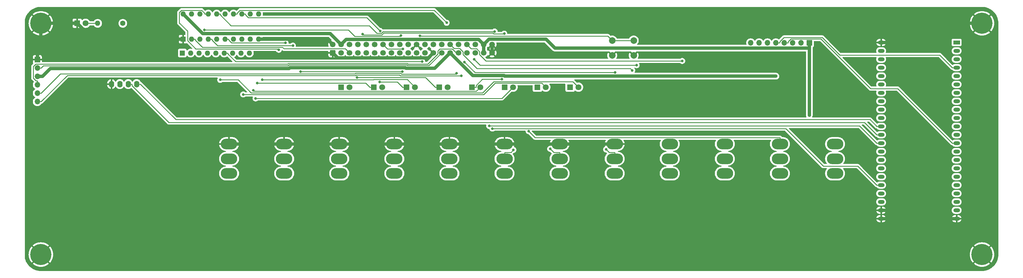
<source format=gbr>
%TF.GenerationSoftware,KiCad,Pcbnew,8.0.6*%
%TF.CreationDate,2024-11-02T14:39:30-05:00*%
%TF.ProjectId,front-panel.processor,66726f6e-742d-4706-916e-656c2e70726f,rev?*%
%TF.SameCoordinates,Original*%
%TF.FileFunction,Copper,L1,Top*%
%TF.FilePolarity,Positive*%
%FSLAX46Y46*%
G04 Gerber Fmt 4.6, Leading zero omitted, Abs format (unit mm)*
G04 Created by KiCad (PCBNEW 8.0.6) date 2024-11-02 14:39:30*
%MOMM*%
%LPD*%
G01*
G04 APERTURE LIST*
G04 Aperture macros list*
%AMRoundRect*
0 Rectangle with rounded corners*
0 $1 Rounding radius*
0 $2 $3 $4 $5 $6 $7 $8 $9 X,Y pos of 4 corners*
0 Add a 4 corners polygon primitive as box body*
4,1,4,$2,$3,$4,$5,$6,$7,$8,$9,$2,$3,0*
0 Add four circle primitives for the rounded corners*
1,1,$1+$1,$2,$3*
1,1,$1+$1,$4,$5*
1,1,$1+$1,$6,$7*
1,1,$1+$1,$8,$9*
0 Add four rect primitives between the rounded corners*
20,1,$1+$1,$2,$3,$4,$5,0*
20,1,$1+$1,$4,$5,$6,$7,0*
20,1,$1+$1,$6,$7,$8,$9,0*
20,1,$1+$1,$8,$9,$2,$3,0*%
G04 Aperture macros list end*
%TA.AperFunction,ComponentPad*%
%ADD10RoundRect,0.250000X0.600000X-0.600000X0.600000X0.600000X-0.600000X0.600000X-0.600000X-0.600000X0*%
%TD*%
%TA.AperFunction,ComponentPad*%
%ADD11C,1.700000*%
%TD*%
%TA.AperFunction,ComponentPad*%
%ADD12R,1.700000X1.700000*%
%TD*%
%TA.AperFunction,ComponentPad*%
%ADD13O,1.700000X1.700000*%
%TD*%
%TA.AperFunction,ComponentPad*%
%ADD14C,6.400000*%
%TD*%
%TA.AperFunction,ComponentPad*%
%ADD15R,1.800000X1.800000*%
%TD*%
%TA.AperFunction,ComponentPad*%
%ADD16C,1.800000*%
%TD*%
%TA.AperFunction,ComponentPad*%
%ADD17C,1.600000*%
%TD*%
%TA.AperFunction,ComponentPad*%
%ADD18O,1.600000X1.600000*%
%TD*%
%TA.AperFunction,ComponentPad*%
%ADD19C,2.000000*%
%TD*%
%TA.AperFunction,ComponentPad*%
%ADD20R,1.600000X1.600000*%
%TD*%
%TA.AperFunction,ComponentPad*%
%ADD21O,5.000000X3.200000*%
%TD*%
%TA.AperFunction,ComponentPad*%
%ADD22O,1.600000X2.000000*%
%TD*%
%TA.AperFunction,ComponentPad*%
%ADD23R,2.000000X1.200000*%
%TD*%
%TA.AperFunction,ComponentPad*%
%ADD24O,2.000000X1.200000*%
%TD*%
%TA.AperFunction,ViaPad*%
%ADD25C,0.800000*%
%TD*%
%TA.AperFunction,Conductor*%
%ADD26C,1.000000*%
%TD*%
%TA.AperFunction,Conductor*%
%ADD27C,0.250000*%
%TD*%
G04 APERTURE END LIST*
D10*
%TO.P,J1,1,Pin_1*%
%TO.N,GND*%
X128370000Y-163947500D03*
D11*
%TO.P,J1,2,Pin_2*%
X128370000Y-161407500D03*
%TO.P,J1,3,Pin_3*%
%TO.N,VCC*%
X130910000Y-163947500D03*
%TO.P,J1,4,Pin_4*%
X130910000Y-161407500D03*
%TO.P,J1,5,Pin_5*%
%TO.N,/LED0*%
X133450000Y-163947500D03*
%TO.P,J1,6,Pin_6*%
%TO.N,/FP-D0*%
X133450000Y-161407500D03*
%TO.P,J1,7,Pin_7*%
%TO.N,/LED1*%
X135990000Y-163947500D03*
%TO.P,J1,8,Pin_8*%
%TO.N,/FP-D1*%
X135990000Y-161407500D03*
%TO.P,J1,9,Pin_9*%
%TO.N,/LED2*%
X138530000Y-163947500D03*
%TO.P,J1,10,Pin_10*%
%TO.N,/FP-D2*%
X138530000Y-161407500D03*
%TO.P,J1,11,Pin_11*%
%TO.N,/LED3*%
X141070000Y-163947500D03*
%TO.P,J1,12,Pin_12*%
%TO.N,/FP-D3*%
X141070000Y-161407500D03*
%TO.P,J1,13,Pin_13*%
%TO.N,/LED4*%
X143610000Y-163947500D03*
%TO.P,J1,14,Pin_14*%
%TO.N,/FP-D4*%
X143610000Y-161407500D03*
%TO.P,J1,15,Pin_15*%
%TO.N,/LED5*%
X146150000Y-163947500D03*
%TO.P,J1,16,Pin_16*%
%TO.N,/FP-D5*%
X146150000Y-161407500D03*
%TO.P,J1,17,Pin_17*%
%TO.N,/LED6*%
X148690000Y-163947500D03*
%TO.P,J1,18,Pin_18*%
%TO.N,/FP-D6*%
X148690000Y-161407500D03*
%TO.P,J1,19,Pin_19*%
%TO.N,/LED7*%
X151230000Y-163947500D03*
%TO.P,J1,20,Pin_20*%
%TO.N,/FP-D7*%
X151230000Y-161407500D03*
%TO.P,J1,21,Pin_21*%
%TO.N,I2C_SDA*%
X153770000Y-163947500D03*
%TO.P,J1,22,Pin_22*%
%TO.N,GND*%
X153770000Y-161407500D03*
%TO.P,J1,23,Pin_23*%
%TO.N,I2C_SCL*%
X156310000Y-163947500D03*
%TO.P,J1,24,Pin_24*%
%TO.N,~{EXT_RES}*%
X156310000Y-161407500D03*
%TO.P,J1,25,Pin_25*%
%TO.N,GND*%
X158850000Y-163947500D03*
%TO.P,J1,26,Pin_26*%
%TO.N,~{IM2-EN}*%
X158850000Y-161407500D03*
%TO.P,J1,27,Pin_27*%
%TO.N,~{RTS}*%
X161390000Y-163947500D03*
%TO.P,J1,28,Pin_28*%
%TO.N,~{IM2-EN-OE}*%
X161390000Y-161407500D03*
%TO.P,J1,29,Pin_29*%
%TO.N,/VCC-TS*%
X163930000Y-163947500D03*
%TO.P,J1,30,Pin_30*%
%TO.N,~{INT0-EN}*%
X163930000Y-161407500D03*
%TO.P,J1,31,Pin_31*%
%TO.N,RX*%
X166470000Y-163947500D03*
%TO.P,J1,32,Pin_32*%
%TO.N,~{INT0}*%
X166470000Y-161407500D03*
%TO.P,J1,33,Pin_33*%
%TO.N,TX*%
X169010000Y-163947500D03*
%TO.P,J1,34,Pin_34*%
%TO.N,~{WAIT-EN}*%
X169010000Y-161407500D03*
%TO.P,J1,35,Pin_35*%
%TO.N,~{CTS}*%
X171550000Y-163947500D03*
%TO.P,J1,36,Pin_36*%
%TO.N,~{WAIT}*%
X171550000Y-161407500D03*
%TO.P,J1,37,Pin_37*%
%TO.N,VCC*%
X174090000Y-163947500D03*
%TO.P,J1,38,Pin_38*%
X174090000Y-161407500D03*
%TO.P,J1,39,Pin_39*%
%TO.N,GND*%
X176630000Y-163947500D03*
%TO.P,J1,40,Pin_40*%
X176630000Y-161407500D03*
%TD*%
D12*
%TO.P,J2,1,Pin_1*%
%TO.N,GND*%
X38937000Y-165992000D03*
D13*
%TO.P,J2,2,Pin_2*%
%TO.N,~{RTS}*%
X38937000Y-168532000D03*
%TO.P,J2,3,Pin_3*%
%TO.N,/VCC-TS*%
X38937000Y-171072000D03*
%TO.P,J2,4,Pin_4*%
%TO.N,RX*%
X38937000Y-173612000D03*
%TO.P,J2,5,Pin_5*%
%TO.N,TX*%
X38937000Y-176152000D03*
%TO.P,J2,6,Pin_6*%
%TO.N,~{CTS}*%
X38937000Y-178692000D03*
%TD*%
D14*
%TO.P,H1,1,1*%
%TO.N,GND*%
X40000000Y-155000000D03*
%TD*%
%TO.P,H2,1,1*%
%TO.N,GND*%
X325000000Y-155000000D03*
%TD*%
%TO.P,H3,1,1*%
%TO.N,GND*%
X325000000Y-225000000D03*
%TD*%
%TO.P,H4,1,1*%
%TO.N,GND*%
X40000000Y-225000000D03*
%TD*%
D15*
%TO.P,D5,1,K*%
%TO.N,GND*%
X51000000Y-155000000D03*
D16*
%TO.P,D5,2,A*%
%TO.N,Net-(D5-A)*%
X53540000Y-155000000D03*
%TD*%
D17*
%TO.P,R6,1*%
%TO.N,VCC*%
X64810000Y-155000000D03*
D18*
%TO.P,R6,2*%
%TO.N,Net-(D5-A)*%
X57190000Y-155000000D03*
%TD*%
D15*
%TO.P,D4,1,K*%
%TO.N,Net-(D4-K)*%
X170549000Y-174327000D03*
D16*
%TO.P,D4,2,A*%
%TO.N,Net-(D4-A)*%
X173089000Y-174327000D03*
%TD*%
D19*
%TO.P,SW9,1,1*%
%TO.N,~{EXT_RES}*%
X213031000Y-160222000D03*
X219531000Y-160222000D03*
%TO.P,SW9,2,2*%
%TO.N,GND*%
X213031000Y-164722000D03*
X219531000Y-164722000D03*
%TD*%
D15*
%TO.P,D6,1,K*%
%TO.N,Net-(D6-K)*%
X160643100Y-174327000D03*
D16*
%TO.P,D6,2,A*%
%TO.N,Net-(D6-A)*%
X163183100Y-174327000D03*
%TD*%
D15*
%TO.P,D3,1,K*%
%TO.N,Net-(D3-K)*%
X180454900Y-174329300D03*
D16*
%TO.P,D3,2,A*%
%TO.N,Net-(D3-A)*%
X182994900Y-174329300D03*
%TD*%
D20*
%TO.P,U1,1,OEa*%
%TO.N,GND*%
X83075000Y-159800000D03*
D18*
%TO.P,U1,2,I0a*%
%TO.N,/LED0*%
X85615000Y-159800000D03*
%TO.P,U1,3,O3b*%
%TO.N,Net-(D9-K)*%
X88155000Y-159800000D03*
%TO.P,U1,4,I1a*%
%TO.N,/LED1*%
X90695000Y-159800000D03*
%TO.P,U1,5,O2b*%
%TO.N,Net-(D8-K)*%
X93235000Y-159800000D03*
%TO.P,U1,6,I2a*%
%TO.N,/LED2*%
X95775000Y-159800000D03*
%TO.P,U1,7,O1b*%
%TO.N,Net-(D7-K)*%
X98315000Y-159800000D03*
%TO.P,U1,8,I3a*%
%TO.N,/LED3*%
X100855000Y-159800000D03*
%TO.P,U1,9,O0b*%
%TO.N,Net-(D6-K)*%
X103395000Y-159800000D03*
%TO.P,U1,10,GND*%
%TO.N,GND*%
X105935000Y-159800000D03*
%TO.P,U1,11,I0b*%
%TO.N,/LED4*%
X105935000Y-152180000D03*
%TO.P,U1,12,O3a*%
%TO.N,Net-(D4-K)*%
X103395000Y-152180000D03*
%TO.P,U1,13,I1b*%
%TO.N,/LED5*%
X100855000Y-152180000D03*
%TO.P,U1,14,O2a*%
%TO.N,Net-(D3-K)*%
X98315000Y-152180000D03*
%TO.P,U1,15,I2b*%
%TO.N,/LED6*%
X95775000Y-152180000D03*
%TO.P,U1,16,O1a*%
%TO.N,Net-(D2-K)*%
X93235000Y-152180000D03*
%TO.P,U1,17,I3b*%
%TO.N,/LED7*%
X90695000Y-152180000D03*
%TO.P,U1,18,O0a*%
%TO.N,Net-(D1-K)*%
X88155000Y-152180000D03*
%TO.P,U1,19,OEb*%
%TO.N,GND*%
X85615000Y-152180000D03*
%TO.P,U1,20,VCC*%
%TO.N,VCC*%
X83075000Y-152180000D03*
%TD*%
D21*
%TO.P,SW8,1,A*%
%TO.N,GND*%
X97000000Y-191550000D03*
%TO.P,SW8,2,B*%
%TO.N,/FP-D7*%
X97000000Y-196000000D03*
%TO.P,SW8,3,C*%
%TO.N,unconnected-(SW8-C-Pad3)*%
X97000000Y-200450000D03*
%TD*%
%TO.P,SW3,1,A*%
%TO.N,GND*%
X180405000Y-191550000D03*
%TO.P,SW3,2,B*%
%TO.N,/FP-D2*%
X180405000Y-196000000D03*
%TO.P,SW3,3,C*%
%TO.N,unconnected-(SW3-C-Pad3)*%
X180405000Y-200450000D03*
%TD*%
%TO.P,SW7,1,A*%
%TO.N,GND*%
X113681000Y-191550000D03*
%TO.P,SW7,2,B*%
%TO.N,/FP-D6*%
X113681000Y-196000000D03*
%TO.P,SW7,3,C*%
%TO.N,unconnected-(SW7-C-Pad3)*%
X113681000Y-200450000D03*
%TD*%
%TO.P,SW1,1,A*%
%TO.N,GND*%
X213767000Y-191550000D03*
%TO.P,SW1,2,B*%
%TO.N,/FP-D0*%
X213767000Y-196000000D03*
%TO.P,SW1,3,C*%
%TO.N,unconnected-(SW1-C-Pad3)*%
X213767000Y-200450000D03*
%TD*%
%TO.P,SW5,1,A*%
%TO.N,GND*%
X147043000Y-191550000D03*
%TO.P,SW5,2,B*%
%TO.N,/FP-D4*%
X147043000Y-196000000D03*
%TO.P,SW5,3,C*%
%TO.N,unconnected-(SW5-C-Pad3)*%
X147043000Y-200450000D03*
%TD*%
D15*
%TO.P,D2,1,K*%
%TO.N,Net-(D2-K)*%
X190360800Y-174328800D03*
D16*
%TO.P,D2,2,A*%
%TO.N,Net-(D2-A)*%
X192900800Y-174328800D03*
%TD*%
D21*
%TO.P,SW10,1,A*%
%TO.N,~{IM2-EN-OE}*%
X230448000Y-191550000D03*
%TO.P,SW10,2,B*%
%TO.N,~{IM2-EN}*%
X230448000Y-196000000D03*
%TO.P,SW10,3,C*%
%TO.N,unconnected-(SW10-C-Pad3)*%
X230448000Y-200450000D03*
%TD*%
D15*
%TO.P,D7,1,K*%
%TO.N,Net-(D7-K)*%
X150737300Y-174328800D03*
D16*
%TO.P,D7,2,A*%
%TO.N,Net-(D7-A)*%
X153277300Y-174328800D03*
%TD*%
D21*
%TO.P,SW6,1,A*%
%TO.N,GND*%
X130362000Y-191550000D03*
%TO.P,SW6,2,B*%
%TO.N,/FP-D5*%
X130362000Y-196000000D03*
%TO.P,SW6,3,C*%
%TO.N,unconnected-(SW6-C-Pad3)*%
X130362000Y-200450000D03*
%TD*%
%TO.P,SW11,1,A*%
%TO.N,~{INT0}*%
X247129000Y-191550000D03*
%TO.P,SW11,2,B*%
%TO.N,~{INT0-EN}*%
X247129000Y-196000000D03*
%TO.P,SW11,3,C*%
%TO.N,unconnected-(SW11-C-Pad3)*%
X247129000Y-200450000D03*
%TD*%
D20*
%TO.P,RN1,1,common*%
%TO.N,VCC*%
X82825000Y-164000000D03*
D18*
%TO.P,RN1,2,R1*%
%TO.N,Net-(D1-A)*%
X85365000Y-164000000D03*
%TO.P,RN1,3,R2*%
%TO.N,Net-(D2-A)*%
X87905000Y-164000000D03*
%TO.P,RN1,4,R3*%
%TO.N,Net-(D3-A)*%
X90445000Y-164000000D03*
%TO.P,RN1,5,R4*%
%TO.N,Net-(D4-A)*%
X92985000Y-164000000D03*
%TO.P,RN1,6,R5*%
%TO.N,Net-(D6-A)*%
X95525000Y-164000000D03*
%TO.P,RN1,7,R6*%
%TO.N,Net-(D7-A)*%
X98065000Y-164000000D03*
%TO.P,RN1,8,R7*%
%TO.N,Net-(D8-A)*%
X100605000Y-164000000D03*
%TO.P,RN1,9,R8*%
%TO.N,Net-(D9-A)*%
X103145000Y-164000000D03*
%TD*%
D15*
%TO.P,D8,1,K*%
%TO.N,Net-(D8-K)*%
X140831400Y-174327000D03*
D16*
%TO.P,D8,2,A*%
%TO.N,Net-(D8-A)*%
X143371400Y-174327000D03*
%TD*%
D15*
%TO.P,D1,1,K*%
%TO.N,Net-(D1-K)*%
X200266600Y-174327000D03*
D16*
%TO.P,D1,2,A*%
%TO.N,Net-(D1-A)*%
X202806600Y-174327000D03*
%TD*%
D21*
%TO.P,SW2,1,A*%
%TO.N,GND*%
X197086000Y-191550000D03*
%TO.P,SW2,2,B*%
%TO.N,/FP-D1*%
X197086000Y-196000000D03*
%TO.P,SW2,3,C*%
%TO.N,unconnected-(SW2-C-Pad3)*%
X197086000Y-200450000D03*
%TD*%
D15*
%TO.P,D9,1,K*%
%TO.N,Net-(D9-K)*%
X130925500Y-174327000D03*
D16*
%TO.P,D9,2,A*%
%TO.N,Net-(D9-A)*%
X133465500Y-174327000D03*
%TD*%
D22*
%TO.P,Brd1,1,GND*%
%TO.N,GND*%
X61380000Y-173400000D03*
%TO.P,Brd1,2,VCC*%
%TO.N,VCC*%
X63920000Y-173400000D03*
%TO.P,Brd1,3,SCL*%
%TO.N,I2C_SCL_1*%
X66460000Y-173400000D03*
%TO.P,Brd1,4,SDA*%
%TO.N,I2C_SDA_1*%
X69000000Y-173400000D03*
%TD*%
D21*
%TO.P,SW13,1,A*%
%TO.N,/VCC-TS*%
X280491000Y-191550000D03*
%TO.P,SW13,2,B*%
%TO.N,VCC*%
X280491000Y-196000000D03*
%TO.P,SW13,3,C*%
%TO.N,unconnected-(SW13-C-Pad3)*%
X280491000Y-200450000D03*
%TD*%
%TO.P,SW12,1,A*%
%TO.N,~{WAIT}*%
X263810000Y-191550000D03*
%TO.P,SW12,2,B*%
%TO.N,~{WAIT-EN}*%
X263810000Y-196000000D03*
%TO.P,SW12,3,C*%
%TO.N,unconnected-(SW12-C-Pad3)*%
X263810000Y-200450000D03*
%TD*%
%TO.P,SW4,1,A*%
%TO.N,GND*%
X163724000Y-191550000D03*
%TO.P,SW4,2,B*%
%TO.N,/FP-D3*%
X163724000Y-196000000D03*
%TO.P,SW4,3,C*%
%TO.N,unconnected-(SW4-C-Pad3)*%
X163724000Y-200450000D03*
%TD*%
D12*
%TO.P,J3,1,Pin_1*%
%TO.N,VCC*%
X272744000Y-160912000D03*
D13*
%TO.P,J3,2,Pin_2*%
%TO.N,unconnected-(J3-Pin_2-Pad2)*%
X270204000Y-160912000D03*
%TO.P,J3,3,Pin_3*%
%TO.N,GND*%
X267664000Y-160912000D03*
%TO.P,J3,4,Pin_4*%
%TO.N,CLK*%
X265124000Y-160912000D03*
%TO.P,J3,5,Pin_5*%
%TO.N,DO*%
X262584000Y-160912000D03*
%TO.P,J3,6,Pin_6*%
%TO.N,DI*%
X260044000Y-160912000D03*
%TO.P,J3,7,Pin_7*%
%TO.N,CS*%
X257504000Y-160912000D03*
%TO.P,J3,8,Pin_8*%
%TO.N,unconnected-(J3-Pin_8-Pad8)*%
X254964000Y-160912000D03*
%TD*%
D23*
%TO.P,U2,1,3V3*%
%TO.N,unconnected-(U2-3V3-Pad1)_1*%
X317317300Y-160787700D03*
D24*
%TO.P,U2,2,3V3*%
%TO.N,unconnected-(U2-3V3-Pad1)*%
X317317300Y-163327700D03*
%TO.P,U2,3,CHIP_PU*%
%TO.N,unconnected-(U2-CHIP_PU-Pad3)*%
X317317300Y-165867700D03*
%TO.P,U2,4,GPIO4/ADC1_CH3*%
%TO.N,DO*%
X317317300Y-168407700D03*
%TO.P,U2,5,GPIO5/ADC1_CH4*%
%TO.N,DI*%
X317317300Y-170947700D03*
%TO.P,U2,6,GPIO6/ADC1_CH5*%
%TO.N,CS*%
X317317300Y-173487700D03*
%TO.P,U2,7,GPIO7/ADC1_CH6*%
%TO.N,unconnected-(U2-GPIO7{slash}ADC1_CH6-Pad7)*%
X317317300Y-176027700D03*
%TO.P,U2,8,GPIO15/ADC2_CH4/32K_P*%
%TO.N,unconnected-(U2-GPIO15{slash}ADC2_CH4{slash}32K_P-Pad8)*%
X317317300Y-178567700D03*
%TO.P,U2,9,GPIO16/ADC2_CH5/32K_N*%
%TO.N,unconnected-(U2-GPIO16{slash}ADC2_CH5{slash}32K_N-Pad9)*%
X317317300Y-181107700D03*
%TO.P,U2,10,GPIO17/ADC2_CH6*%
%TO.N,unconnected-(U2-GPIO17{slash}ADC2_CH6-Pad10)*%
X317317300Y-183647700D03*
%TO.P,U2,11,GPIO18/ADC2_CH7*%
%TO.N,unconnected-(U2-GPIO18{slash}ADC2_CH7-Pad11)*%
X317317300Y-186187700D03*
%TO.P,U2,12,GPIO8/ADC1_CH7*%
%TO.N,unconnected-(U2-GPIO8{slash}ADC1_CH7-Pad12)*%
X317317300Y-188727700D03*
%TO.P,U2,13,GPIO3/ADC1_CH2*%
%TO.N,CLK*%
X317317300Y-191267700D03*
%TO.P,U2,14,GPIO46*%
%TO.N,unconnected-(U2-GPIO46-Pad14)*%
X317317300Y-193807700D03*
%TO.P,U2,15,GPIO9/ADC1_CH8*%
%TO.N,unconnected-(U2-GPIO9{slash}ADC1_CH8-Pad15)*%
X317317300Y-196347700D03*
%TO.P,U2,16,GPIO10/ADC1_CH9*%
%TO.N,unconnected-(U2-GPIO10{slash}ADC1_CH9-Pad16)*%
X317317300Y-198887700D03*
%TO.P,U2,17,GPIO11/ADC2_CH0*%
%TO.N,unconnected-(U2-GPIO11{slash}ADC2_CH0-Pad17)*%
X317317300Y-201427700D03*
%TO.P,U2,18,GPIO12/ADC2_CH1*%
%TO.N,unconnected-(U2-GPIO12{slash}ADC2_CH1-Pad18)*%
X317317300Y-203967700D03*
%TO.P,U2,19,GPIO13/ADC2_CH2*%
%TO.N,unconnected-(U2-GPIO13{slash}ADC2_CH2-Pad19)*%
X317317300Y-206507700D03*
%TO.P,U2,20,GPIO14/ADC2_CH3*%
%TO.N,unconnected-(U2-GPIO14{slash}ADC2_CH3-Pad20)*%
X317320980Y-209044980D03*
%TO.P,U2,21,5V*%
%TO.N,VCC*%
X317320980Y-211584980D03*
%TO.P,U2,22,GND*%
%TO.N,GND*%
X317320980Y-214124980D03*
%TO.P,U2,23,GND*%
X294457300Y-214127700D03*
%TO.P,U2,24,GND*%
X294457300Y-211587700D03*
%TO.P,U2,25,GPIO19/USB_D-*%
%TO.N,unconnected-(U2-GPIO19{slash}USB_D--Pad25)*%
X294457300Y-209047700D03*
%TO.P,U2,26,GPIO20/USB_D+*%
%TO.N,unconnected-(U2-GPIO20{slash}USB_D+-Pad26)*%
X294457300Y-206507700D03*
%TO.P,U2,27,GPIO21*%
%TO.N,I2C_SCL*%
X294457300Y-203967700D03*
%TO.P,U2,28,GPIO47*%
%TO.N,unconnected-(U2-GPIO47-Pad28)*%
X294457300Y-201427700D03*
%TO.P,U2,29,GPIO48*%
%TO.N,unconnected-(U2-GPIO48-Pad29)*%
X294457300Y-198887700D03*
%TO.P,U2,30,GPIO45*%
%TO.N,unconnected-(U2-GPIO45-Pad30)*%
X294457300Y-196347700D03*
%TO.P,U2,31,GPIO0*%
%TO.N,unconnected-(U2-GPIO0-Pad31)*%
X294457300Y-193807700D03*
%TO.P,U2,32,GPIO35*%
%TO.N,I2C_SDA*%
X294457300Y-191267700D03*
%TO.P,U2,33,GPIO36*%
%TO.N,I2C_SCL_1*%
X294457300Y-188727700D03*
%TO.P,U2,34,GPIO37*%
%TO.N,I2C_SDA_1*%
X294457300Y-186187700D03*
%TO.P,U2,35,GPIO38*%
%TO.N,unconnected-(U2-GPIO38-Pad35)*%
X294457300Y-183647700D03*
%TO.P,U2,36,GPIO39/MTCK*%
%TO.N,unconnected-(U2-GPIO39{slash}MTCK-Pad36)*%
X294457300Y-181107700D03*
%TO.P,U2,37,GPIO40/MTDO*%
%TO.N,unconnected-(U2-GPIO40{slash}MTDO-Pad37)*%
X294457300Y-178567700D03*
%TO.P,U2,38,GPIO41/MTDI*%
%TO.N,unconnected-(U2-GPIO41{slash}MTDI-Pad38)*%
X294457300Y-176027700D03*
%TO.P,U2,39,GPIO42/MTMS*%
%TO.N,unconnected-(U2-GPIO42{slash}MTMS-Pad39)*%
X294457300Y-173487700D03*
%TO.P,U2,40,GPIO2/ADC1_CH1*%
%TO.N,unconnected-(U2-GPIO2{slash}ADC1_CH1-Pad40)*%
X294457300Y-170947700D03*
%TO.P,U2,41,GPIO1/ADC1_CH0*%
%TO.N,unconnected-(U2-GPIO1{slash}ADC1_CH0-Pad41)*%
X294457300Y-168407700D03*
%TO.P,U2,42,GPIO44/U0RXD*%
%TO.N,unconnected-(U2-GPIO44{slash}U0RXD-Pad42)*%
X294457300Y-165867700D03*
%TO.P,U2,43,GPIO43/U0TXD*%
%TO.N,unconnected-(U2-GPIO43{slash}U0TXD-Pad43)*%
X294457300Y-163327700D03*
%TO.P,U2,44,GND*%
%TO.N,GND*%
X294457300Y-160787700D03*
%TD*%
D25*
%TO.N,VCC*%
X272707900Y-182810900D03*
%TO.N,Net-(D1-A)*%
X94315400Y-172106600D03*
%TO.N,Net-(D2-K)*%
X177402600Y-157473800D03*
%TO.N,Net-(D2-A)*%
X101276900Y-176528200D03*
%TO.N,Net-(D3-A)*%
X105020700Y-177731900D03*
%TO.N,Net-(D3-K)*%
X162888400Y-154832600D03*
%TO.N,Net-(D4-K)*%
X179576700Y-171926500D03*
%TO.N,Net-(D4-A)*%
X104313900Y-175328900D03*
%TO.N,Net-(D6-A)*%
X155459700Y-166603600D03*
%TO.N,Net-(D6-K)*%
X135754900Y-171369700D03*
%TO.N,Net-(D7-A)*%
X107009200Y-172100400D03*
%TO.N,Net-(D7-K)*%
X142633000Y-172761900D03*
%TO.N,Net-(D8-K)*%
X105549600Y-173101900D03*
%TO.N,/FP-D0*%
X211197400Y-193198500D03*
X137437100Y-158247800D03*
X180336800Y-158134800D03*
%TO.N,/LED1*%
X116329000Y-161750800D03*
%TO.N,/FP-D1*%
X194231800Y-192999900D03*
%TO.N,/LED2*%
X114096300Y-160932100D03*
%TO.N,/FP-D2*%
X183099200Y-193335300D03*
%TO.N,/FP-D4*%
X149630400Y-162772300D03*
%TO.N,/LED5*%
X142745900Y-157313700D03*
%TO.N,/LED7*%
X149462800Y-169582400D03*
X112045800Y-163019800D03*
X118616300Y-169590400D03*
%TO.N,/FP-D7*%
X149018200Y-158735100D03*
X89497800Y-157027100D03*
%TO.N,I2C_SDA*%
X175778000Y-186066900D03*
%TO.N,I2C_SCL*%
X176740400Y-186868900D03*
%TO.N,~{EXT_RES}*%
X154765800Y-158746300D03*
%TO.N,~{IM2-EN-OE}*%
X213893200Y-169893800D03*
X168269200Y-166710700D03*
%TO.N,/VCC-TS*%
X262593200Y-170998900D03*
%TO.N,~{INT0-EN}*%
X219064500Y-169248900D03*
%TO.N,~{INT0}*%
X220397800Y-167687100D03*
X171207000Y-165881800D03*
%TO.N,TX*%
X165851400Y-170155400D03*
%TO.N,~{WAIT-EN}*%
X234211000Y-166400300D03*
%TO.N,~{CTS}*%
X167306300Y-170882100D03*
%TO.N,~{WAIT}*%
X187714700Y-187660400D03*
%TD*%
D26*
%TO.N,GND*%
X197086000Y-191550000D02*
X200286100Y-191550000D01*
X130362000Y-191550000D02*
X133562100Y-191550000D01*
X157294000Y-165503500D02*
X129926000Y-165503500D01*
X213767000Y-191550000D02*
X210566900Y-191550000D01*
X128370000Y-161407500D02*
X126762500Y-159800000D01*
X55800000Y-159800000D02*
X51000000Y-155000000D01*
X40000000Y-163378900D02*
X38937000Y-164441900D01*
X38937000Y-165992000D02*
X38937000Y-164441900D01*
X143842900Y-191550000D02*
X133562100Y-191550000D01*
X147043000Y-191550000D02*
X163724000Y-191550000D01*
X294457300Y-160787700D02*
X296157400Y-160787700D01*
X296157400Y-214125000D02*
X296157400Y-211587700D01*
X317321000Y-214125000D02*
X315620900Y-214125000D01*
X325000000Y-155000000D02*
X301945100Y-155000000D01*
X83075000Y-159800000D02*
X55800000Y-159800000D01*
X210566900Y-191550000D02*
X200286100Y-191550000D01*
X176630000Y-161407500D02*
X176630000Y-163947500D01*
X296157400Y-214127700D02*
X296157400Y-214125000D01*
X130362000Y-191550000D02*
X113681000Y-191550000D01*
X163724000Y-191550000D02*
X166924100Y-191550000D01*
X40000000Y-155000000D02*
X40000000Y-163378900D01*
X294457300Y-214127700D02*
X296157400Y-214127700D01*
X147043000Y-191550000D02*
X143842900Y-191550000D01*
X315620900Y-214125000D02*
X296157400Y-214125000D01*
X51000000Y-155000000D02*
X40000000Y-155000000D01*
X158850000Y-163947500D02*
X157294000Y-165503500D01*
X105935000Y-159800000D02*
X107435100Y-159800000D01*
X301945100Y-155000000D02*
X296157400Y-160787700D01*
X129926000Y-165503500D02*
X128370000Y-163947500D01*
X294457300Y-211587700D02*
X296157400Y-211587700D01*
X113681000Y-191550000D02*
X97000000Y-191550000D01*
X126762500Y-159800000D02*
X107435100Y-159800000D01*
X180405000Y-191550000D02*
X197086000Y-191550000D01*
X166924100Y-191550000D02*
X180405000Y-191550000D01*
%TO.N,VCC*%
X89022200Y-158127200D02*
X127629700Y-158127200D01*
X195653700Y-162498200D02*
X272707900Y-162498200D01*
X175675200Y-159822300D02*
X192977800Y-159822300D01*
X272744000Y-160912000D02*
X272744000Y-162462100D01*
X127629700Y-158127200D02*
X130910000Y-161407500D01*
X83075000Y-152180000D02*
X89022200Y-158127200D01*
X174090000Y-163947500D02*
X174090000Y-161407500D01*
X132464800Y-159852700D02*
X130910000Y-161407500D01*
X172535200Y-159852700D02*
X132464800Y-159852700D01*
X272707900Y-162498200D02*
X272744000Y-162462100D01*
X192977800Y-159822300D02*
X195653700Y-162498200D01*
X272707900Y-162498200D02*
X272707900Y-182810900D01*
X174090000Y-161407500D02*
X175675200Y-159822300D01*
X174090000Y-161407500D02*
X172535200Y-159852700D01*
D27*
%TO.N,I2C_SDA_1*%
X80847900Y-184122800D02*
X70125100Y-173400000D01*
X291067300Y-184122800D02*
X80847900Y-184122800D01*
X69000000Y-173400000D02*
X70125100Y-173400000D01*
X293132200Y-186187700D02*
X291067300Y-184122800D01*
X294457300Y-186187700D02*
X293132200Y-186187700D01*
%TO.N,I2C_SCL_1*%
X67585100Y-173400000D02*
X67585100Y-173821900D01*
X67585100Y-173821900D02*
X78786300Y-185023100D01*
X66460000Y-173400000D02*
X67585100Y-173400000D01*
X78786300Y-185023100D02*
X289427600Y-185023100D01*
X289427600Y-185023100D02*
X293132200Y-188727700D01*
X294457300Y-188727700D02*
X293132200Y-188727700D01*
%TO.N,Net-(D1-A)*%
X99730000Y-172106600D02*
X94315400Y-172106600D01*
X173730800Y-176070900D02*
X103694300Y-176070900D01*
X177150000Y-172651700D02*
X173730800Y-176070900D01*
X103694300Y-176070900D02*
X99730000Y-172106600D01*
X201131300Y-172651700D02*
X177150000Y-172651700D01*
X202806600Y-174327000D02*
X201131300Y-172651700D01*
%TO.N,Net-(D2-K)*%
X139435800Y-155695000D02*
X97593800Y-155695000D01*
X97593800Y-155695000D02*
X94360100Y-152461300D01*
X94360100Y-152461300D02*
X94360100Y-152180000D01*
X177402600Y-157473800D02*
X143634700Y-157473800D01*
X143634700Y-157473800D02*
X143069700Y-158038800D01*
X143069700Y-158038800D02*
X141779600Y-158038800D01*
X93235000Y-152180000D02*
X94360100Y-152180000D01*
X141779600Y-158038800D02*
X139435800Y-155695000D01*
%TO.N,Net-(D2-A)*%
X174134900Y-176528200D02*
X101276900Y-176528200D01*
X177559400Y-173103700D02*
X174134900Y-176528200D01*
X191675700Y-173103700D02*
X177559400Y-173103700D01*
X192900800Y-174328800D02*
X191675700Y-173103700D01*
%TO.N,Net-(D3-A)*%
X179592300Y-177731900D02*
X105020700Y-177731900D01*
X182994900Y-174329300D02*
X179592300Y-177731900D01*
%TO.N,Net-(D3-K)*%
X100295000Y-151043800D02*
X159099600Y-151043800D01*
X159099600Y-151043800D02*
X162888400Y-154832600D01*
X99440100Y-151898700D02*
X100295000Y-151043800D01*
X99440100Y-152180000D02*
X99440100Y-151898700D01*
X98315000Y-152180000D02*
X99440100Y-152180000D01*
%TO.N,Net-(D4-K)*%
X171774100Y-173867600D02*
X171774100Y-174327000D01*
X170549000Y-174327000D02*
X171774100Y-174327000D01*
X173715200Y-171926500D02*
X171774100Y-173867600D01*
X179576700Y-171926500D02*
X173715200Y-171926500D01*
%TO.N,Net-(D4-A)*%
X173089000Y-174327000D02*
X171837600Y-175578400D01*
X171837600Y-175578400D02*
X104563400Y-175578400D01*
X104563400Y-175578400D02*
X104313900Y-175328900D01*
%TO.N,Net-(D5-A)*%
X57190000Y-155000000D02*
X53540000Y-155000000D01*
%TO.N,Net-(D6-A)*%
X96650100Y-164000000D02*
X96650100Y-164281300D01*
X98972400Y-166603600D02*
X155459700Y-166603600D01*
X95525000Y-164000000D02*
X96650100Y-164000000D01*
X96650100Y-164281300D02*
X98972400Y-166603600D01*
%TO.N,Net-(D6-K)*%
X160643100Y-174327000D02*
X159418000Y-174327000D01*
X156460700Y-171369700D02*
X135754900Y-171369700D01*
X159418000Y-174327000D02*
X156460700Y-171369700D01*
%TO.N,Net-(D7-A)*%
X140814200Y-172027600D02*
X150976100Y-172027600D01*
X150976100Y-172027600D02*
X153277300Y-174328800D01*
X107009200Y-172100400D02*
X140741400Y-172100400D01*
X140741400Y-172100400D02*
X140814200Y-172027600D01*
%TO.N,Net-(D7-K)*%
X150737300Y-174328800D02*
X149512200Y-174328800D01*
X142633000Y-172761900D02*
X147945300Y-172761900D01*
X147945300Y-172761900D02*
X149512200Y-174328800D01*
%TO.N,Net-(D8-K)*%
X139606300Y-174327000D02*
X138381200Y-173101900D01*
X140831400Y-174327000D02*
X139606300Y-174327000D01*
X138381200Y-173101900D02*
X105549600Y-173101900D01*
%TO.N,/LED0*%
X86740100Y-159800000D02*
X86740100Y-160081300D01*
X113175800Y-162275300D02*
X113609500Y-162709000D01*
X88934100Y-162275300D02*
X113175800Y-162275300D01*
X132211500Y-162709000D02*
X133450000Y-163947500D01*
X113609500Y-162709000D02*
X132211500Y-162709000D01*
X85615000Y-159800000D02*
X86740100Y-159800000D01*
X86740100Y-160081300D02*
X88934100Y-162275300D01*
%TO.N,/FP-D0*%
X143256300Y-158488900D02*
X137678200Y-158488900D01*
X212073800Y-194074900D02*
X211197400Y-193198500D01*
X180255600Y-158216000D02*
X177119400Y-158216000D01*
X213767000Y-196000000D02*
X213767000Y-194074900D01*
X143790800Y-157954400D02*
X143256300Y-158488900D01*
X180336800Y-158134800D02*
X180255600Y-158216000D01*
X213767000Y-194074900D02*
X212073800Y-194074900D01*
X176857800Y-157954400D02*
X143790800Y-157954400D01*
X137678200Y-158488900D02*
X137437100Y-158247800D01*
X177119400Y-158216000D02*
X176857800Y-157954400D01*
%TO.N,/LED1*%
X91820100Y-160081300D02*
X93489600Y-161750800D01*
X90695000Y-159800000D02*
X91820100Y-159800000D01*
X93489600Y-161750800D02*
X116329000Y-161750800D01*
X91820100Y-159800000D02*
X91820100Y-160081300D01*
%TO.N,/FP-D1*%
X195306800Y-194074900D02*
X194231800Y-192999900D01*
X197086000Y-194074900D02*
X195306800Y-194074900D01*
X197086000Y-196000000D02*
X197086000Y-194074900D01*
%TO.N,/LED2*%
X96900100Y-160081300D02*
X97750900Y-160932100D01*
X97750900Y-160932100D02*
X114096300Y-160932100D01*
X95775000Y-159800000D02*
X96900100Y-159800000D01*
X96900100Y-159800000D02*
X96900100Y-160081300D01*
%TO.N,/FP-D2*%
X180405000Y-194074900D02*
X182359600Y-194074900D01*
X182359600Y-194074900D02*
X183099200Y-193335300D01*
X180405000Y-196000000D02*
X180405000Y-194074900D01*
%TO.N,/FP-D4*%
X149630400Y-162772300D02*
X144974800Y-162772300D01*
X144974800Y-162772300D02*
X143610000Y-161407500D01*
%TO.N,/LED5*%
X101980100Y-152180000D02*
X101980100Y-152461400D01*
X100855000Y-152180000D02*
X101980100Y-152180000D01*
X102823800Y-153305100D02*
X138737300Y-153305100D01*
X138737300Y-153305100D02*
X142745900Y-157313700D01*
X101980100Y-152461400D02*
X102823800Y-153305100D01*
%TO.N,/LED7*%
X84412800Y-157380400D02*
X84412800Y-160235100D01*
X149462800Y-169582400D02*
X149454800Y-169590400D01*
X84412800Y-160235100D02*
X86903200Y-162725500D01*
X88710900Y-151039700D02*
X82597600Y-151039700D01*
X81905800Y-151731500D02*
X81905800Y-154873400D01*
X149454800Y-169590400D02*
X118616300Y-169590400D01*
X89569900Y-152180000D02*
X89569900Y-151898700D01*
X81905800Y-154873400D02*
X84412800Y-157380400D01*
X89569900Y-151898700D02*
X88710900Y-151039700D01*
X111751500Y-162725500D02*
X112045800Y-163019800D01*
X82597600Y-151039700D02*
X81905800Y-151731500D01*
X90695000Y-152180000D02*
X89569900Y-152180000D01*
X86903200Y-162725500D02*
X111751500Y-162725500D01*
%TO.N,/FP-D7*%
X149018200Y-158735100D02*
X148780200Y-158973100D01*
X135084800Y-158973100D02*
X133138800Y-157027100D01*
X133138800Y-157027100D02*
X89497800Y-157027100D01*
X148780200Y-158973100D02*
X135084800Y-158973100D01*
%TO.N,I2C_SDA*%
X294457300Y-191267700D02*
X293132200Y-191267700D01*
X287931400Y-186066900D02*
X175778000Y-186066900D01*
X293132200Y-191267700D02*
X287931400Y-186066900D01*
%TO.N,I2C_SCL*%
X294457300Y-203967700D02*
X293132200Y-203967700D01*
X276961700Y-198225000D02*
X265605600Y-186868900D01*
X287389500Y-198225000D02*
X276961700Y-198225000D01*
X293132200Y-203967700D02*
X287389500Y-198225000D01*
X265605600Y-186868900D02*
X176740400Y-186868900D01*
%TO.N,~{EXT_RES}*%
X219531000Y-160222000D02*
X213031000Y-160222000D01*
X154765800Y-158746300D02*
X154879400Y-158859900D01*
X211668900Y-158859900D02*
X213031000Y-160222000D01*
X154879400Y-158859900D02*
X211668900Y-158859900D01*
%TO.N,~{RTS}*%
X114813500Y-167856300D02*
X40787800Y-167856300D01*
X150821100Y-167616200D02*
X115053600Y-167616200D01*
X151004700Y-167799800D02*
X150821100Y-167616200D01*
X115053600Y-167616200D02*
X114813500Y-167856300D01*
X161390000Y-163947500D02*
X157537700Y-167799800D01*
X38937000Y-168532000D02*
X40112100Y-168532000D01*
X40787800Y-167856300D02*
X40112100Y-168532000D01*
X157537700Y-167799800D02*
X151004700Y-167799800D01*
%TO.N,~{IM2-EN-OE}*%
X171452300Y-169893800D02*
X168269200Y-166710700D01*
X213893200Y-169893800D02*
X171452300Y-169893800D01*
D26*
%TO.N,/VCC-TS*%
X115155300Y-168681400D02*
X42877700Y-168681400D01*
X159252600Y-168624900D02*
X150577100Y-168624900D01*
X150577100Y-168624900D02*
X150393500Y-168441300D01*
X38937000Y-171072000D02*
X40487100Y-171072000D01*
X150393500Y-168441300D02*
X115395400Y-168441300D01*
X42877700Y-168681400D02*
X40487100Y-171072000D01*
X180442100Y-170998900D02*
X180269600Y-170826400D01*
X262593200Y-170998900D02*
X180442100Y-170998900D01*
X180269600Y-170826400D02*
X170808900Y-170826400D01*
X163930000Y-163947500D02*
X159252600Y-168624900D01*
X115395400Y-168441300D02*
X115155300Y-168681400D01*
X170808900Y-170826400D02*
X163930000Y-163947500D01*
D27*
%TO.N,~{INT0-EN}*%
X165153900Y-162631400D02*
X163930000Y-161407500D01*
X219064500Y-169248900D02*
X218529300Y-168713700D01*
X218529300Y-168713700D02*
X172085500Y-168713700D01*
X167834800Y-163617600D02*
X166848600Y-162631400D01*
X172085500Y-168713700D02*
X167834800Y-164463000D01*
X166848600Y-162631400D02*
X165153900Y-162631400D01*
X167834800Y-164463000D02*
X167834800Y-163617600D01*
%TO.N,RX*%
X38431200Y-167345900D02*
X114687300Y-167345900D01*
X38937000Y-172436900D02*
X38569800Y-172436900D01*
X165833400Y-163947500D02*
X166470000Y-163947500D01*
X151174200Y-167332700D02*
X157131400Y-167332700D01*
X157131400Y-167332700D02*
X160214800Y-164249300D01*
X37709500Y-171576600D02*
X37709500Y-168067600D01*
X160214800Y-163365100D02*
X160816500Y-162763400D01*
X164649300Y-162763400D02*
X165833400Y-163947500D01*
X38937000Y-173612000D02*
X38937000Y-172436900D01*
X160816500Y-162763400D02*
X164649300Y-162763400D01*
X37709500Y-168067600D02*
X38431200Y-167345900D01*
X38569800Y-172436900D02*
X37709500Y-171576600D01*
X150976500Y-167135000D02*
X151174200Y-167332700D01*
X160214800Y-164249300D02*
X160214800Y-163365100D01*
X114898200Y-167135000D02*
X150976500Y-167135000D01*
X114687300Y-167345900D02*
X114898200Y-167135000D01*
%TO.N,~{INT0}*%
X220397800Y-167687100D02*
X173012300Y-167687100D01*
X173012300Y-167687100D02*
X171207000Y-165881800D01*
%TO.N,TX*%
X165649200Y-170357600D02*
X165851400Y-170155400D01*
X135281500Y-170165000D02*
X149020000Y-170165000D01*
X40112100Y-176152000D02*
X45948600Y-170315500D01*
X135131000Y-170315500D02*
X135281500Y-170165000D01*
X38937000Y-176152000D02*
X40112100Y-176152000D01*
X149212600Y-170357600D02*
X165649200Y-170357600D01*
X45948600Y-170315500D02*
X135131000Y-170315500D01*
X149020000Y-170165000D02*
X149212600Y-170357600D01*
%TO.N,~{WAIT-EN}*%
X169010000Y-161407500D02*
X170318800Y-162716300D01*
X174815800Y-166400300D02*
X234211000Y-166400300D01*
X170318800Y-162716300D02*
X171995400Y-162716300D01*
X171995400Y-162716300D02*
X172858800Y-163579700D01*
X172858800Y-164443300D02*
X174815800Y-166400300D01*
X172858800Y-163579700D02*
X172858800Y-164443300D01*
%TO.N,~{CTS}*%
X48000600Y-170803500D02*
X135279700Y-170803500D01*
X38937000Y-178692000D02*
X40112100Y-178692000D01*
X148889500Y-170882100D02*
X167306300Y-170882100D01*
X135468000Y-170615200D02*
X148622600Y-170615200D01*
X135279700Y-170803500D02*
X135468000Y-170615200D01*
X40112100Y-178692000D02*
X48000600Y-170803500D01*
X148622600Y-170615200D02*
X148889500Y-170882100D01*
%TO.N,~{WAIT}*%
X189679200Y-189624900D02*
X187714700Y-187660400D01*
X263810000Y-191550000D02*
X263810000Y-189624900D01*
X263810000Y-189624900D02*
X189679200Y-189624900D01*
%TO.N,DO*%
X317317300Y-168407700D02*
X315992200Y-168407700D01*
X276631000Y-159286700D02*
X265017200Y-159286700D01*
X315992200Y-168407700D02*
X312182200Y-164597700D01*
X263759100Y-160544800D02*
X263759100Y-160912000D01*
X312182200Y-164597700D02*
X281942000Y-164597700D01*
X281942000Y-164597700D02*
X276631000Y-159286700D01*
X262584000Y-160912000D02*
X263759100Y-160912000D01*
X265017200Y-159286700D02*
X263759100Y-160544800D01*
%TO.N,CLK*%
X276219300Y-159736800D02*
X291240200Y-174757700D01*
X299482200Y-174757700D02*
X315992200Y-191267700D01*
X266299100Y-160588400D02*
X267150700Y-159736800D01*
X317317300Y-191267700D02*
X315992200Y-191267700D01*
X266299100Y-160912000D02*
X266299100Y-160588400D01*
X265124000Y-160912000D02*
X266299100Y-160912000D01*
X267150700Y-159736800D02*
X276219300Y-159736800D01*
X291240200Y-174757700D02*
X299482200Y-174757700D01*
%TD*%
%TA.AperFunction,Conductor*%
%TO.N,GND*%
G36*
X113104121Y-163115727D02*
G01*
X113149031Y-163144435D01*
X113184911Y-163180315D01*
X113205668Y-163201072D01*
X113309418Y-163270396D01*
X113309424Y-163270399D01*
X113309425Y-163270400D01*
X113424715Y-163318155D01*
X113547101Y-163342499D01*
X113547105Y-163342500D01*
X113547106Y-163342500D01*
X126896000Y-163342500D01*
X126963039Y-163362185D01*
X127008794Y-163414989D01*
X127020000Y-163466500D01*
X127020000Y-163697500D01*
X127936988Y-163697500D01*
X127904075Y-163754507D01*
X127870000Y-163881674D01*
X127870000Y-164013326D01*
X127904075Y-164140493D01*
X127936988Y-164197500D01*
X127020001Y-164197500D01*
X127020001Y-164597486D01*
X127030494Y-164700197D01*
X127085641Y-164866619D01*
X127085643Y-164866624D01*
X127177684Y-165015845D01*
X127301654Y-165139815D01*
X127450875Y-165231856D01*
X127450880Y-165231858D01*
X127617302Y-165287005D01*
X127617309Y-165287006D01*
X127720019Y-165297499D01*
X128119999Y-165297499D01*
X128120000Y-165297498D01*
X128120000Y-164380512D01*
X128177007Y-164413425D01*
X128304174Y-164447500D01*
X128435826Y-164447500D01*
X128562993Y-164413425D01*
X128620000Y-164380512D01*
X128620000Y-165297499D01*
X129019972Y-165297499D01*
X129019986Y-165297498D01*
X129122697Y-165287005D01*
X129289119Y-165231858D01*
X129289124Y-165231856D01*
X129438345Y-165139815D01*
X129562315Y-165015845D01*
X129654355Y-164866624D01*
X129655659Y-164862691D01*
X129657285Y-164860340D01*
X129657408Y-164860079D01*
X129657452Y-164860099D01*
X129695428Y-164805243D01*
X129759942Y-164778416D01*
X129828719Y-164790726D01*
X129864597Y-164817703D01*
X129986760Y-164950406D01*
X129986761Y-164950407D01*
X130034894Y-164987871D01*
X130164424Y-165088689D01*
X130164425Y-165088689D01*
X130164427Y-165088691D01*
X130269516Y-165145562D01*
X130362426Y-165195842D01*
X130575365Y-165268944D01*
X130797431Y-165306000D01*
X131022569Y-165306000D01*
X131244635Y-165268944D01*
X131457574Y-165195842D01*
X131655576Y-165088689D01*
X131833240Y-164950406D01*
X131976847Y-164794409D01*
X131985715Y-164784776D01*
X131985715Y-164784775D01*
X131985722Y-164784768D01*
X132076193Y-164646290D01*
X132129338Y-164600937D01*
X132198569Y-164591513D01*
X132261905Y-164621015D01*
X132283804Y-164646287D01*
X132374278Y-164784768D01*
X132374283Y-164784773D01*
X132374284Y-164784776D01*
X132526756Y-164950402D01*
X132526761Y-164950407D01*
X132574894Y-164987871D01*
X132704424Y-165088689D01*
X132704425Y-165088689D01*
X132704427Y-165088691D01*
X132809516Y-165145562D01*
X132902426Y-165195842D01*
X133115365Y-165268944D01*
X133337431Y-165306000D01*
X133562569Y-165306000D01*
X133784635Y-165268944D01*
X133997574Y-165195842D01*
X134195576Y-165088689D01*
X134373240Y-164950406D01*
X134516847Y-164794409D01*
X134525715Y-164784776D01*
X134525715Y-164784775D01*
X134525722Y-164784768D01*
X134616193Y-164646290D01*
X134669338Y-164600937D01*
X134738569Y-164591513D01*
X134801905Y-164621015D01*
X134823804Y-164646287D01*
X134914278Y-164784768D01*
X134914283Y-164784773D01*
X134914284Y-164784776D01*
X135066756Y-164950402D01*
X135066761Y-164950407D01*
X135114894Y-164987871D01*
X135244424Y-165088689D01*
X135244425Y-165088689D01*
X135244427Y-165088691D01*
X135349516Y-165145562D01*
X135442426Y-165195842D01*
X135655365Y-165268944D01*
X135877431Y-165306000D01*
X136102569Y-165306000D01*
X136324635Y-165268944D01*
X136537574Y-165195842D01*
X136735576Y-165088689D01*
X136913240Y-164950406D01*
X137056847Y-164794409D01*
X137065715Y-164784776D01*
X137065715Y-164784775D01*
X137065722Y-164784768D01*
X137156193Y-164646290D01*
X137209338Y-164600937D01*
X137278569Y-164591513D01*
X137341905Y-164621015D01*
X137363804Y-164646287D01*
X137454278Y-164784768D01*
X137454283Y-164784773D01*
X137454284Y-164784776D01*
X137606756Y-164950402D01*
X137606761Y-164950407D01*
X137654894Y-164987871D01*
X137784424Y-165088689D01*
X137784425Y-165088689D01*
X137784427Y-165088691D01*
X137889516Y-165145562D01*
X137982426Y-165195842D01*
X138195365Y-165268944D01*
X138417431Y-165306000D01*
X138642569Y-165306000D01*
X138864635Y-165268944D01*
X139077574Y-165195842D01*
X139275576Y-165088689D01*
X139453240Y-164950406D01*
X139596847Y-164794409D01*
X139605715Y-164784776D01*
X139605715Y-164784775D01*
X139605722Y-164784768D01*
X139696193Y-164646290D01*
X139749338Y-164600937D01*
X139818569Y-164591513D01*
X139881905Y-164621015D01*
X139903804Y-164646287D01*
X139994278Y-164784768D01*
X139994283Y-164784773D01*
X139994284Y-164784776D01*
X140146756Y-164950402D01*
X140146761Y-164950407D01*
X140194894Y-164987871D01*
X140324424Y-165088689D01*
X140324425Y-165088689D01*
X140324427Y-165088691D01*
X140429516Y-165145562D01*
X140522426Y-165195842D01*
X140735365Y-165268944D01*
X140957431Y-165306000D01*
X141182569Y-165306000D01*
X141404635Y-165268944D01*
X141617574Y-165195842D01*
X141815576Y-165088689D01*
X141993240Y-164950406D01*
X142136847Y-164794409D01*
X142145715Y-164784776D01*
X142145715Y-164784775D01*
X142145722Y-164784768D01*
X142236193Y-164646290D01*
X142289338Y-164600937D01*
X142358569Y-164591513D01*
X142421905Y-164621015D01*
X142443804Y-164646287D01*
X142534278Y-164784768D01*
X142534283Y-164784773D01*
X142534284Y-164784776D01*
X142686756Y-164950402D01*
X142686761Y-164950407D01*
X142734894Y-164987871D01*
X142864424Y-165088689D01*
X142864425Y-165088689D01*
X142864427Y-165088691D01*
X142969516Y-165145562D01*
X143062426Y-165195842D01*
X143275365Y-165268944D01*
X143497431Y-165306000D01*
X143722569Y-165306000D01*
X143944635Y-165268944D01*
X144157574Y-165195842D01*
X144355576Y-165088689D01*
X144533240Y-164950406D01*
X144676847Y-164794409D01*
X144685715Y-164784776D01*
X144685715Y-164784775D01*
X144685722Y-164784768D01*
X144776193Y-164646290D01*
X144829338Y-164600937D01*
X144898569Y-164591513D01*
X144961905Y-164621015D01*
X144983804Y-164646287D01*
X145074278Y-164784768D01*
X145074283Y-164784773D01*
X145074284Y-164784776D01*
X145226756Y-164950402D01*
X145226761Y-164950407D01*
X145274894Y-164987871D01*
X145404424Y-165088689D01*
X145404425Y-165088689D01*
X145404427Y-165088691D01*
X145509516Y-165145562D01*
X145602426Y-165195842D01*
X145815365Y-165268944D01*
X146037431Y-165306000D01*
X146262569Y-165306000D01*
X146484635Y-165268944D01*
X146697574Y-165195842D01*
X146895576Y-165088689D01*
X147073240Y-164950406D01*
X147216847Y-164794409D01*
X147225715Y-164784776D01*
X147225715Y-164784775D01*
X147225722Y-164784768D01*
X147316193Y-164646290D01*
X147369338Y-164600937D01*
X147438569Y-164591513D01*
X147501905Y-164621015D01*
X147523804Y-164646287D01*
X147614278Y-164784768D01*
X147614283Y-164784773D01*
X147614284Y-164784776D01*
X147766756Y-164950402D01*
X147766761Y-164950407D01*
X147814894Y-164987871D01*
X147944424Y-165088689D01*
X147944425Y-165088689D01*
X147944427Y-165088691D01*
X148049516Y-165145562D01*
X148142426Y-165195842D01*
X148355365Y-165268944D01*
X148577431Y-165306000D01*
X148802569Y-165306000D01*
X149024635Y-165268944D01*
X149237574Y-165195842D01*
X149435576Y-165088689D01*
X149613240Y-164950406D01*
X149756847Y-164794409D01*
X149765715Y-164784776D01*
X149765715Y-164784775D01*
X149765722Y-164784768D01*
X149856193Y-164646290D01*
X149909338Y-164600937D01*
X149978569Y-164591513D01*
X150041905Y-164621015D01*
X150063804Y-164646287D01*
X150154278Y-164784768D01*
X150154283Y-164784773D01*
X150154284Y-164784776D01*
X150306756Y-164950402D01*
X150306761Y-164950407D01*
X150354894Y-164987871D01*
X150484424Y-165088689D01*
X150484425Y-165088689D01*
X150484427Y-165088691D01*
X150589516Y-165145562D01*
X150682426Y-165195842D01*
X150895365Y-165268944D01*
X151117431Y-165306000D01*
X151342569Y-165306000D01*
X151564635Y-165268944D01*
X151777574Y-165195842D01*
X151975576Y-165088689D01*
X152153240Y-164950406D01*
X152296847Y-164794409D01*
X152305715Y-164784776D01*
X152305715Y-164784775D01*
X152305722Y-164784768D01*
X152396193Y-164646290D01*
X152449338Y-164600937D01*
X152518569Y-164591513D01*
X152581905Y-164621015D01*
X152603804Y-164646287D01*
X152694278Y-164784768D01*
X152694283Y-164784773D01*
X152694284Y-164784776D01*
X152846756Y-164950402D01*
X152846761Y-164950407D01*
X152894894Y-164987871D01*
X153024424Y-165088689D01*
X153024425Y-165088689D01*
X153024427Y-165088691D01*
X153129516Y-165145562D01*
X153222426Y-165195842D01*
X153435365Y-165268944D01*
X153657431Y-165306000D01*
X153882569Y-165306000D01*
X154104635Y-165268944D01*
X154317574Y-165195842D01*
X154515576Y-165088689D01*
X154693240Y-164950406D01*
X154836847Y-164794409D01*
X154845715Y-164784776D01*
X154845715Y-164784775D01*
X154845722Y-164784768D01*
X154936193Y-164646290D01*
X154989338Y-164600937D01*
X155058569Y-164591513D01*
X155121905Y-164621015D01*
X155143804Y-164646287D01*
X155234278Y-164784768D01*
X155234283Y-164784773D01*
X155234284Y-164784776D01*
X155386756Y-164950402D01*
X155386761Y-164950407D01*
X155434894Y-164987871D01*
X155564424Y-165088689D01*
X155564425Y-165088689D01*
X155564427Y-165088691D01*
X155669516Y-165145562D01*
X155762426Y-165195842D01*
X155975365Y-165268944D01*
X156197431Y-165306000D01*
X156422569Y-165306000D01*
X156644635Y-165268944D01*
X156857574Y-165195842D01*
X157055576Y-165088689D01*
X157233240Y-164950406D01*
X157376847Y-164794409D01*
X157385715Y-164784776D01*
X157385715Y-164784775D01*
X157385722Y-164784768D01*
X157479749Y-164640847D01*
X157532894Y-164595494D01*
X157602125Y-164586070D01*
X157665461Y-164615572D01*
X157685131Y-164637549D01*
X157735072Y-164708873D01*
X157735073Y-164708873D01*
X158367037Y-164076909D01*
X158384075Y-164140493D01*
X158449901Y-164254507D01*
X158542993Y-164347599D01*
X158657007Y-164413425D01*
X158720588Y-164430461D01*
X158088625Y-165062425D01*
X158172422Y-165121100D01*
X158199244Y-165133607D01*
X158251684Y-165179778D01*
X158270838Y-165246971D01*
X158250624Y-165313853D01*
X158234523Y-165333671D01*
X156905315Y-166662881D01*
X156843992Y-166696366D01*
X156817634Y-166699200D01*
X156494902Y-166699200D01*
X156427863Y-166679515D01*
X156382108Y-166626711D01*
X156371581Y-166588162D01*
X156368836Y-166562042D01*
X156353242Y-166413672D01*
X156294227Y-166232044D01*
X156198740Y-166066656D01*
X156070953Y-165924734D01*
X155916452Y-165812482D01*
X155741988Y-165734806D01*
X155741986Y-165734805D01*
X155555187Y-165695100D01*
X155364213Y-165695100D01*
X155177414Y-165734805D01*
X155177412Y-165734806D01*
X155033214Y-165799007D01*
X155002946Y-165812483D01*
X154848445Y-165924735D01*
X154844540Y-165929073D01*
X154785054Y-165965721D01*
X154752391Y-165970100D01*
X99286166Y-165970100D01*
X99219127Y-165950415D01*
X99198485Y-165933781D01*
X98629061Y-165364357D01*
X98595576Y-165303034D01*
X98600560Y-165233342D01*
X98642432Y-165177409D01*
X98664338Y-165164294D01*
X98668275Y-165162458D01*
X98721749Y-165137523D01*
X98909300Y-165006198D01*
X99071198Y-164844300D01*
X99202523Y-164656749D01*
X99222618Y-164613655D01*
X99268790Y-164561215D01*
X99335983Y-164542063D01*
X99402864Y-164562278D01*
X99447382Y-164613655D01*
X99452710Y-164625082D01*
X99467477Y-164656749D01*
X99598802Y-164844300D01*
X99760700Y-165006198D01*
X99948251Y-165137523D01*
X100038868Y-165179778D01*
X100155750Y-165234281D01*
X100155752Y-165234281D01*
X100155757Y-165234284D01*
X100376913Y-165293543D01*
X100539832Y-165307796D01*
X100604998Y-165313498D01*
X100605000Y-165313498D01*
X100605002Y-165313498D01*
X100662139Y-165308499D01*
X100833087Y-165293543D01*
X101054243Y-165234284D01*
X101261749Y-165137523D01*
X101449300Y-165006198D01*
X101611198Y-164844300D01*
X101742523Y-164656749D01*
X101762618Y-164613655D01*
X101808790Y-164561215D01*
X101875983Y-164542063D01*
X101942864Y-164562278D01*
X101987382Y-164613655D01*
X101992710Y-164625082D01*
X102007477Y-164656749D01*
X102138802Y-164844300D01*
X102300700Y-165006198D01*
X102488251Y-165137523D01*
X102578868Y-165179778D01*
X102695750Y-165234281D01*
X102695752Y-165234281D01*
X102695757Y-165234284D01*
X102916913Y-165293543D01*
X103079832Y-165307796D01*
X103144998Y-165313498D01*
X103145000Y-165313498D01*
X103145002Y-165313498D01*
X103202139Y-165308499D01*
X103373087Y-165293543D01*
X103594243Y-165234284D01*
X103801749Y-165137523D01*
X103989300Y-165006198D01*
X104151198Y-164844300D01*
X104282523Y-164656749D01*
X104379284Y-164449243D01*
X104438543Y-164228087D01*
X104458005Y-164005632D01*
X104458498Y-164000001D01*
X104458498Y-163999998D01*
X104448146Y-163881674D01*
X104438543Y-163771913D01*
X104379284Y-163550757D01*
X104372124Y-163535404D01*
X104361633Y-163466328D01*
X104390153Y-163402544D01*
X104448629Y-163364304D01*
X104484507Y-163359000D01*
X111121001Y-163359000D01*
X111188040Y-163378685D01*
X111228388Y-163421000D01*
X111306760Y-163556744D01*
X111434547Y-163698666D01*
X111589048Y-163810918D01*
X111763512Y-163888594D01*
X111950313Y-163928300D01*
X112141287Y-163928300D01*
X112328088Y-163888594D01*
X112502552Y-163810918D01*
X112657053Y-163698666D01*
X112784840Y-163556744D01*
X112880327Y-163391356D01*
X112939342Y-163209728D01*
X112939343Y-163209713D01*
X112940059Y-163206349D01*
X112941015Y-163204576D01*
X112941350Y-163203548D01*
X112941537Y-163203609D01*
X112973246Y-163144864D01*
X113034406Y-163111081D01*
X113104121Y-163115727D01*
G37*
%TD.AperFunction*%
%TA.AperFunction,Conductor*%
G36*
X192575743Y-160850485D02*
G01*
X192596385Y-160867119D01*
X194870347Y-163141081D01*
X194943450Y-163214184D01*
X195010820Y-163281554D01*
X195175989Y-163391917D01*
X195175995Y-163391920D01*
X195175996Y-163391921D01*
X195359531Y-163467944D01*
X195545241Y-163504884D01*
X195554366Y-163506699D01*
X195554370Y-163506700D01*
X195554371Y-163506700D01*
X195753029Y-163506700D01*
X212117891Y-163506700D01*
X212184930Y-163526385D01*
X212205572Y-163543019D01*
X212860765Y-164198212D01*
X212818708Y-164209482D01*
X212693292Y-164281890D01*
X212590890Y-164384292D01*
X212518482Y-164509708D01*
X212507212Y-164551765D01*
X211807564Y-163852116D01*
X211707267Y-164005632D01*
X211607412Y-164233282D01*
X211546387Y-164474261D01*
X211546385Y-164474270D01*
X211525859Y-164721994D01*
X211525859Y-164722005D01*
X211546385Y-164969729D01*
X211546387Y-164969738D01*
X211607412Y-165210717D01*
X211707267Y-165438367D01*
X211796520Y-165574979D01*
X211816707Y-165641868D01*
X211797527Y-165709054D01*
X211745069Y-165755204D01*
X211692711Y-165766800D01*
X175129566Y-165766800D01*
X175062527Y-165747115D01*
X175041885Y-165730481D01*
X174670598Y-165359194D01*
X174637113Y-165297871D01*
X174642097Y-165228179D01*
X174683969Y-165172246D01*
X174699262Y-165162458D01*
X174704730Y-165159499D01*
X174835576Y-165088689D01*
X175013240Y-164950406D01*
X175156847Y-164794409D01*
X175165715Y-164784776D01*
X175165715Y-164784775D01*
X175165722Y-164784768D01*
X175259749Y-164640847D01*
X175312894Y-164595494D01*
X175382125Y-164586070D01*
X175445461Y-164615572D01*
X175465131Y-164637549D01*
X175515072Y-164708873D01*
X175515073Y-164708873D01*
X176147037Y-164076909D01*
X176164075Y-164140493D01*
X176229901Y-164254507D01*
X176322993Y-164347599D01*
X176437007Y-164413425D01*
X176500590Y-164430462D01*
X175868625Y-165062425D01*
X175952421Y-165121099D01*
X176166507Y-165220929D01*
X176166516Y-165220933D01*
X176394673Y-165282067D01*
X176394684Y-165282069D01*
X176629998Y-165302657D01*
X176630002Y-165302657D01*
X176865315Y-165282069D01*
X176865326Y-165282067D01*
X177093483Y-165220933D01*
X177093492Y-165220929D01*
X177307578Y-165121100D01*
X177307582Y-165121098D01*
X177391373Y-165062426D01*
X177391373Y-165062425D01*
X176759409Y-164430462D01*
X176822993Y-164413425D01*
X176937007Y-164347599D01*
X177030099Y-164254507D01*
X177095925Y-164140493D01*
X177112962Y-164076910D01*
X177744925Y-164708873D01*
X177744926Y-164708873D01*
X177803598Y-164625082D01*
X177803600Y-164625078D01*
X177903429Y-164410992D01*
X177903433Y-164410983D01*
X177964567Y-164182826D01*
X177964569Y-164182815D01*
X177985157Y-163947501D01*
X177985157Y-163947498D01*
X177964569Y-163712184D01*
X177964567Y-163712173D01*
X177903433Y-163484016D01*
X177903429Y-163484007D01*
X177803600Y-163269923D01*
X177803599Y-163269921D01*
X177744925Y-163186126D01*
X177744925Y-163186125D01*
X177112962Y-163818089D01*
X177095925Y-163754507D01*
X177030099Y-163640493D01*
X176937007Y-163547401D01*
X176822993Y-163481575D01*
X176759410Y-163464537D01*
X177391373Y-162832573D01*
X177314969Y-162779076D01*
X177271344Y-162724499D01*
X177264150Y-162655001D01*
X177295672Y-162592646D01*
X177314968Y-162575925D01*
X177391373Y-162522425D01*
X176759409Y-161890462D01*
X176822993Y-161873425D01*
X176937007Y-161807599D01*
X177030099Y-161714507D01*
X177095925Y-161600493D01*
X177112962Y-161536910D01*
X177744925Y-162168873D01*
X177744926Y-162168873D01*
X177803598Y-162085082D01*
X177803600Y-162085078D01*
X177903429Y-161870992D01*
X177903433Y-161870983D01*
X177964567Y-161642826D01*
X177964569Y-161642815D01*
X177985157Y-161407501D01*
X177985157Y-161407498D01*
X177964569Y-161172184D01*
X177964567Y-161172173D01*
X177914922Y-160986893D01*
X177916585Y-160917043D01*
X177955748Y-160859181D01*
X178019976Y-160831677D01*
X178034697Y-160830800D01*
X192508704Y-160830800D01*
X192575743Y-160850485D01*
G37*
%TD.AperFunction*%
%TA.AperFunction,Conductor*%
G36*
X218684930Y-163526385D02*
G01*
X218705572Y-163543019D01*
X219360765Y-164198212D01*
X219318708Y-164209482D01*
X219193292Y-164281890D01*
X219090890Y-164384292D01*
X219018482Y-164509708D01*
X219007212Y-164551765D01*
X218307564Y-163852116D01*
X218207267Y-164005632D01*
X218107412Y-164233282D01*
X218046387Y-164474261D01*
X218046385Y-164474270D01*
X218025859Y-164721994D01*
X218025859Y-164722005D01*
X218046385Y-164969729D01*
X218046387Y-164969738D01*
X218107412Y-165210717D01*
X218207267Y-165438367D01*
X218296520Y-165574979D01*
X218316707Y-165641868D01*
X218297527Y-165709054D01*
X218245069Y-165755204D01*
X218192711Y-165766800D01*
X214369289Y-165766800D01*
X214302250Y-165747115D01*
X214256495Y-165694311D01*
X214246551Y-165625153D01*
X214265480Y-165574979D01*
X214354732Y-165438367D01*
X214454587Y-165210717D01*
X214515612Y-164969738D01*
X214515614Y-164969729D01*
X214536141Y-164722005D01*
X214536141Y-164721994D01*
X214515614Y-164474270D01*
X214515612Y-164474261D01*
X214454587Y-164233282D01*
X214354731Y-164005630D01*
X214254434Y-163852116D01*
X213554786Y-164551763D01*
X213543518Y-164509708D01*
X213471110Y-164384292D01*
X213368708Y-164281890D01*
X213243292Y-164209482D01*
X213201234Y-164198212D01*
X213856428Y-163543019D01*
X213917751Y-163509534D01*
X213944109Y-163506700D01*
X218617891Y-163506700D01*
X218684930Y-163526385D01*
G37*
%TD.AperFunction*%
%TA.AperFunction,Conductor*%
G36*
X176164075Y-161600493D02*
G01*
X176229901Y-161714507D01*
X176322993Y-161807599D01*
X176437007Y-161873425D01*
X176500590Y-161890462D01*
X175868625Y-162522425D01*
X175945031Y-162575925D01*
X175988655Y-162630502D01*
X175995848Y-162700001D01*
X175964326Y-162762355D01*
X175945029Y-162779076D01*
X175868625Y-162832572D01*
X176500590Y-163464537D01*
X176437007Y-163481575D01*
X176322993Y-163547401D01*
X176229901Y-163640493D01*
X176164075Y-163754507D01*
X176147037Y-163818090D01*
X175515072Y-163186125D01*
X175515072Y-163186126D01*
X175465131Y-163257450D01*
X175410555Y-163301075D01*
X175341056Y-163308269D01*
X175278701Y-163276746D01*
X175259748Y-163254149D01*
X175195425Y-163155696D01*
X175165722Y-163110232D01*
X175131270Y-163072807D01*
X175100348Y-163010154D01*
X175098500Y-162988825D01*
X175098500Y-162366174D01*
X175118185Y-162299135D01*
X175131267Y-162282194D01*
X175165722Y-162244768D01*
X175259749Y-162100847D01*
X175312894Y-162055494D01*
X175382125Y-162046070D01*
X175445461Y-162075572D01*
X175465131Y-162097549D01*
X175515072Y-162168873D01*
X175515073Y-162168873D01*
X176147037Y-161536908D01*
X176164075Y-161600493D01*
G37*
%TD.AperFunction*%
%TA.AperFunction,Conductor*%
G36*
X157661905Y-162081015D02*
G01*
X157683804Y-162106287D01*
X157774278Y-162244768D01*
X157774283Y-162244773D01*
X157774284Y-162244776D01*
X157909396Y-162391544D01*
X157926760Y-162410406D01*
X158104424Y-162548689D01*
X158140930Y-162568445D01*
X158147695Y-162572106D01*
X158197286Y-162621325D01*
X158212394Y-162689542D01*
X158188224Y-162755097D01*
X158159801Y-162782736D01*
X158088626Y-162832572D01*
X158088625Y-162832572D01*
X158720590Y-163464537D01*
X158657007Y-163481575D01*
X158542993Y-163547401D01*
X158449901Y-163640493D01*
X158384075Y-163754507D01*
X158367037Y-163818089D01*
X157735073Y-163186125D01*
X157735072Y-163186126D01*
X157685131Y-163257450D01*
X157630555Y-163301075D01*
X157561056Y-163308269D01*
X157498701Y-163276746D01*
X157479748Y-163254149D01*
X157415425Y-163155696D01*
X157385722Y-163110232D01*
X157385719Y-163110229D01*
X157385715Y-163110223D01*
X157233243Y-162944597D01*
X157233238Y-162944592D01*
X157055577Y-162806312D01*
X157055578Y-162806312D01*
X157055576Y-162806311D01*
X157019070Y-162786555D01*
X156969479Y-162737336D01*
X156954371Y-162669119D01*
X156978541Y-162603564D01*
X157019070Y-162568445D01*
X157020907Y-162567451D01*
X157055576Y-162548689D01*
X157233240Y-162410406D01*
X157367414Y-162264656D01*
X157385715Y-162244776D01*
X157385715Y-162244775D01*
X157385722Y-162244768D01*
X157476193Y-162106290D01*
X157529338Y-162060937D01*
X157598569Y-162051513D01*
X157661905Y-162081015D01*
G37*
%TD.AperFunction*%
%TA.AperFunction,Conductor*%
G36*
X153304075Y-161600493D02*
G01*
X153369901Y-161714507D01*
X153462993Y-161807599D01*
X153577007Y-161873425D01*
X153640590Y-161890462D01*
X153008625Y-162522425D01*
X153079801Y-162572263D01*
X153123426Y-162626840D01*
X153130620Y-162696338D01*
X153099097Y-162758693D01*
X153067697Y-162782892D01*
X153024427Y-162806309D01*
X153024422Y-162806312D01*
X152846761Y-162944592D01*
X152846756Y-162944597D01*
X152694284Y-163110223D01*
X152694276Y-163110234D01*
X152603808Y-163248706D01*
X152550662Y-163294062D01*
X152481431Y-163303486D01*
X152418095Y-163273984D01*
X152396192Y-163248706D01*
X152335425Y-163155696D01*
X152305722Y-163110232D01*
X152305719Y-163110229D01*
X152305715Y-163110223D01*
X152153243Y-162944597D01*
X152153238Y-162944592D01*
X151975577Y-162806312D01*
X151975578Y-162806312D01*
X151975576Y-162806311D01*
X151939070Y-162786555D01*
X151889479Y-162737336D01*
X151874371Y-162669119D01*
X151898541Y-162603564D01*
X151939070Y-162568445D01*
X151940907Y-162567451D01*
X151975576Y-162548689D01*
X152153240Y-162410406D01*
X152287414Y-162264656D01*
X152305715Y-162244776D01*
X152305715Y-162244775D01*
X152305722Y-162244768D01*
X152399749Y-162100847D01*
X152452894Y-162055494D01*
X152522125Y-162046070D01*
X152585461Y-162075572D01*
X152605131Y-162097549D01*
X152655072Y-162168873D01*
X152655073Y-162168873D01*
X153287037Y-161536908D01*
X153304075Y-161600493D01*
G37*
%TD.AperFunction*%
%TA.AperFunction,Conductor*%
G36*
X154884925Y-162168873D02*
G01*
X154934868Y-162097548D01*
X154989445Y-162053924D01*
X155058944Y-162046731D01*
X155121298Y-162078253D01*
X155140251Y-162100850D01*
X155234276Y-162244765D01*
X155234284Y-162244776D01*
X155369396Y-162391544D01*
X155386760Y-162410406D01*
X155564424Y-162548689D01*
X155564429Y-162548691D01*
X155564431Y-162548693D01*
X155600930Y-162568446D01*
X155650520Y-162617665D01*
X155665628Y-162685882D01*
X155641457Y-162751437D01*
X155600930Y-162786554D01*
X155564431Y-162806306D01*
X155564422Y-162806312D01*
X155386761Y-162944592D01*
X155386756Y-162944597D01*
X155234284Y-163110223D01*
X155234276Y-163110234D01*
X155143808Y-163248706D01*
X155090662Y-163294062D01*
X155021431Y-163303486D01*
X154958095Y-163273984D01*
X154936192Y-163248706D01*
X154875425Y-163155696D01*
X154845722Y-163110232D01*
X154845719Y-163110229D01*
X154845715Y-163110223D01*
X154693243Y-162944597D01*
X154693238Y-162944592D01*
X154515577Y-162806312D01*
X154515577Y-162806311D01*
X154472303Y-162782893D01*
X154422713Y-162733673D01*
X154407605Y-162665457D01*
X154431775Y-162599901D01*
X154460198Y-162572263D01*
X154531373Y-162522425D01*
X153899409Y-161890462D01*
X153962993Y-161873425D01*
X154077007Y-161807599D01*
X154170099Y-161714507D01*
X154235925Y-161600493D01*
X154252962Y-161536910D01*
X154884925Y-162168873D01*
G37*
%TD.AperFunction*%
%TA.AperFunction,Conductor*%
G36*
X127227643Y-159155385D02*
G01*
X127248285Y-159172019D01*
X127994259Y-159917994D01*
X128027744Y-159979317D01*
X128022760Y-160049009D01*
X127980888Y-160104942D01*
X127938674Y-160125449D01*
X127906519Y-160134065D01*
X127906507Y-160134070D01*
X127692419Y-160233901D01*
X127608625Y-160292572D01*
X128240590Y-160924537D01*
X128177007Y-160941575D01*
X128062993Y-161007401D01*
X127969901Y-161100493D01*
X127904075Y-161214507D01*
X127887037Y-161278090D01*
X127255072Y-160646125D01*
X127196401Y-160729919D01*
X127096570Y-160944007D01*
X127096566Y-160944016D01*
X127035432Y-161172173D01*
X127035430Y-161172184D01*
X127014843Y-161407498D01*
X127014843Y-161407501D01*
X127035430Y-161642815D01*
X127035432Y-161642826D01*
X127096566Y-161870983D01*
X127096568Y-161870988D01*
X127109675Y-161899096D01*
X127120166Y-161968174D01*
X127091646Y-162031957D01*
X127033169Y-162070196D01*
X126997292Y-162075500D01*
X117346092Y-162075500D01*
X117279053Y-162055815D01*
X117233298Y-162003011D01*
X117222771Y-161938542D01*
X117242504Y-161750800D01*
X117222542Y-161560872D01*
X117163527Y-161379244D01*
X117068040Y-161213856D01*
X116940253Y-161071934D01*
X116785752Y-160959682D01*
X116611288Y-160882006D01*
X116611286Y-160882005D01*
X116424487Y-160842300D01*
X116233513Y-160842300D01*
X116046714Y-160882005D01*
X115979344Y-160912000D01*
X115911752Y-160942094D01*
X115872246Y-160959683D01*
X115717745Y-161071935D01*
X115713840Y-161076273D01*
X115654354Y-161112921D01*
X115621691Y-161117300D01*
X115128055Y-161117300D01*
X115061016Y-161097615D01*
X115015261Y-161044811D01*
X115004734Y-160980339D01*
X115006358Y-160964884D01*
X115009804Y-160932100D01*
X114989842Y-160742172D01*
X114930827Y-160560544D01*
X114835340Y-160395156D01*
X114707553Y-160253234D01*
X114553052Y-160140982D01*
X114378588Y-160063306D01*
X114378586Y-160063305D01*
X114191787Y-160023600D01*
X114000813Y-160023600D01*
X113814014Y-160063305D01*
X113788344Y-160074734D01*
X113643861Y-160139062D01*
X113639546Y-160140983D01*
X113485045Y-160253235D01*
X113481140Y-160257573D01*
X113421654Y-160294221D01*
X113388991Y-160298600D01*
X107308860Y-160298600D01*
X107241821Y-160278915D01*
X107196066Y-160226111D01*
X107186122Y-160156953D01*
X107189085Y-160142506D01*
X107213872Y-160050000D01*
X106250686Y-160050000D01*
X106255080Y-160045606D01*
X106307741Y-159954394D01*
X106335000Y-159852661D01*
X106335000Y-159747339D01*
X106307741Y-159645606D01*
X106255080Y-159554394D01*
X106250686Y-159550000D01*
X107213872Y-159550000D01*
X107213872Y-159549999D01*
X107161269Y-159353682D01*
X107161266Y-159353673D01*
X107141882Y-159312105D01*
X107131390Y-159243028D01*
X107159909Y-159179244D01*
X107218386Y-159141004D01*
X107254264Y-159135700D01*
X127160604Y-159135700D01*
X127227643Y-159155385D01*
G37*
%TD.AperFunction*%
%TA.AperFunction,Conductor*%
G36*
X325002562Y-150025605D02*
G01*
X325405682Y-150042278D01*
X325415855Y-150043121D01*
X325813690Y-150092712D01*
X325823798Y-150094399D01*
X326216146Y-150176665D01*
X326226082Y-150179181D01*
X326610319Y-150293573D01*
X326619987Y-150296892D01*
X326888409Y-150401632D01*
X326993459Y-150442623D01*
X327002830Y-150446732D01*
X327362998Y-150622808D01*
X327371994Y-150627677D01*
X327716390Y-150832891D01*
X327724965Y-150838493D01*
X327820223Y-150906506D01*
X328051224Y-151071439D01*
X328059311Y-151077733D01*
X328365229Y-151336831D01*
X328372769Y-151343773D01*
X328656226Y-151627230D01*
X328663168Y-151634770D01*
X328922266Y-151940688D01*
X328928560Y-151948775D01*
X329161502Y-152275028D01*
X329167108Y-152283609D01*
X329372322Y-152628005D01*
X329377195Y-152637010D01*
X329553260Y-152997155D01*
X329557376Y-153006540D01*
X329703102Y-153380000D01*
X329706430Y-153389693D01*
X329820818Y-153773917D01*
X329823334Y-153783853D01*
X329905600Y-154176201D01*
X329907287Y-154186309D01*
X329956876Y-154584123D01*
X329957722Y-154594337D01*
X329974394Y-154997437D01*
X329974500Y-155002561D01*
X329974500Y-224997438D01*
X329974394Y-225002562D01*
X329957722Y-225405662D01*
X329956876Y-225415876D01*
X329907287Y-225813690D01*
X329905600Y-225823798D01*
X329823334Y-226216146D01*
X329820818Y-226226082D01*
X329706430Y-226610306D01*
X329703102Y-226619999D01*
X329557376Y-226993459D01*
X329553260Y-227002844D01*
X329377200Y-227362981D01*
X329372322Y-227371994D01*
X329167108Y-227716390D01*
X329161502Y-227724971D01*
X328928560Y-228051224D01*
X328922266Y-228059311D01*
X328663168Y-228365229D01*
X328656226Y-228372769D01*
X328372769Y-228656226D01*
X328365229Y-228663168D01*
X328059311Y-228922266D01*
X328051224Y-228928560D01*
X327724971Y-229161502D01*
X327716390Y-229167108D01*
X327371994Y-229372322D01*
X327362981Y-229377200D01*
X327002844Y-229553260D01*
X326993459Y-229557376D01*
X326619999Y-229703102D01*
X326610306Y-229706430D01*
X326226082Y-229820818D01*
X326216146Y-229823334D01*
X325823798Y-229905600D01*
X325813690Y-229907287D01*
X325415876Y-229956876D01*
X325405662Y-229957722D01*
X325002563Y-229974394D01*
X324997439Y-229974500D01*
X40002561Y-229974500D01*
X39997437Y-229974394D01*
X39594337Y-229957722D01*
X39584123Y-229956876D01*
X39186309Y-229907287D01*
X39176201Y-229905600D01*
X38783853Y-229823334D01*
X38773917Y-229820818D01*
X38389693Y-229706430D01*
X38380000Y-229703102D01*
X38006540Y-229557376D01*
X37997155Y-229553260D01*
X37637010Y-229377195D01*
X37628005Y-229372322D01*
X37283609Y-229167108D01*
X37275028Y-229161502D01*
X36948775Y-228928560D01*
X36940688Y-228922266D01*
X36634770Y-228663168D01*
X36627230Y-228656226D01*
X36343773Y-228372769D01*
X36336831Y-228365229D01*
X36077733Y-228059311D01*
X36071439Y-228051224D01*
X35838497Y-227724971D01*
X35832891Y-227716390D01*
X35627677Y-227371994D01*
X35622808Y-227362998D01*
X35446732Y-227002830D01*
X35442623Y-226993459D01*
X35378205Y-226828371D01*
X35296892Y-226619987D01*
X35293573Y-226610319D01*
X35179181Y-226226082D01*
X35176665Y-226216146D01*
X35129639Y-225991866D01*
X35127000Y-225966420D01*
X35127000Y-224999999D01*
X36294922Y-224999999D01*
X36294922Y-225000000D01*
X36315219Y-225387287D01*
X36375886Y-225770323D01*
X36375887Y-225770330D01*
X36476262Y-226144936D01*
X36615244Y-226506994D01*
X36791310Y-226852543D01*
X37002531Y-227177793D01*
X37211095Y-227435350D01*
X37211096Y-227435350D01*
X38705748Y-225940698D01*
X38779588Y-226042330D01*
X38957670Y-226220412D01*
X39059300Y-226294251D01*
X37564648Y-227788903D01*
X37564649Y-227788904D01*
X37822206Y-227997468D01*
X38147456Y-228208689D01*
X38493005Y-228384755D01*
X38855063Y-228523737D01*
X39229669Y-228624112D01*
X39229676Y-228624113D01*
X39612712Y-228684780D01*
X39999999Y-228705078D01*
X40000001Y-228705078D01*
X40387287Y-228684780D01*
X40770323Y-228624113D01*
X40770330Y-228624112D01*
X41144936Y-228523737D01*
X41506994Y-228384755D01*
X41852543Y-228208689D01*
X42177783Y-227997476D01*
X42177785Y-227997475D01*
X42435349Y-227788902D01*
X40940698Y-226294251D01*
X41042330Y-226220412D01*
X41220412Y-226042330D01*
X41294251Y-225940698D01*
X42788902Y-227435349D01*
X42997475Y-227177785D01*
X42997476Y-227177783D01*
X43208689Y-226852543D01*
X43384755Y-226506994D01*
X43523737Y-226144936D01*
X43624112Y-225770330D01*
X43624113Y-225770323D01*
X43684780Y-225387287D01*
X43705078Y-225000000D01*
X43705078Y-224999999D01*
X321294922Y-224999999D01*
X321294922Y-225000000D01*
X321315219Y-225387287D01*
X321375886Y-225770323D01*
X321375887Y-225770330D01*
X321476262Y-226144936D01*
X321615244Y-226506994D01*
X321791310Y-226852543D01*
X322002531Y-227177793D01*
X322211095Y-227435350D01*
X322211096Y-227435350D01*
X323705748Y-225940698D01*
X323779588Y-226042330D01*
X323957670Y-226220412D01*
X324059300Y-226294251D01*
X322564648Y-227788903D01*
X322564649Y-227788904D01*
X322822206Y-227997468D01*
X323147456Y-228208689D01*
X323493005Y-228384755D01*
X323855063Y-228523737D01*
X324229669Y-228624112D01*
X324229676Y-228624113D01*
X324612712Y-228684780D01*
X324999999Y-228705078D01*
X325000001Y-228705078D01*
X325387287Y-228684780D01*
X325770323Y-228624113D01*
X325770330Y-228624112D01*
X326144936Y-228523737D01*
X326506994Y-228384755D01*
X326852543Y-228208689D01*
X327177783Y-227997476D01*
X327177785Y-227997475D01*
X327435349Y-227788902D01*
X325940698Y-226294251D01*
X326042330Y-226220412D01*
X326220412Y-226042330D01*
X326294251Y-225940698D01*
X327788902Y-227435349D01*
X327997475Y-227177785D01*
X327997476Y-227177783D01*
X328208689Y-226852543D01*
X328384755Y-226506994D01*
X328523737Y-226144936D01*
X328624112Y-225770330D01*
X328624113Y-225770323D01*
X328684780Y-225387287D01*
X328705078Y-225000000D01*
X328705078Y-224999999D01*
X328684780Y-224612712D01*
X328624113Y-224229676D01*
X328624112Y-224229669D01*
X328523737Y-223855063D01*
X328384755Y-223493005D01*
X328208689Y-223147456D01*
X327997468Y-222822206D01*
X327788904Y-222564649D01*
X327788903Y-222564648D01*
X326294251Y-224059300D01*
X326220412Y-223957670D01*
X326042330Y-223779588D01*
X325940698Y-223705748D01*
X327435350Y-222211096D01*
X327435350Y-222211095D01*
X327177793Y-222002531D01*
X326852543Y-221791310D01*
X326506994Y-221615244D01*
X326144936Y-221476262D01*
X325770330Y-221375887D01*
X325770323Y-221375886D01*
X325387287Y-221315219D01*
X325000001Y-221294922D01*
X324999999Y-221294922D01*
X324612712Y-221315219D01*
X324229676Y-221375886D01*
X324229669Y-221375887D01*
X323855063Y-221476262D01*
X323493005Y-221615244D01*
X323147456Y-221791310D01*
X322822206Y-222002531D01*
X322564648Y-222211095D01*
X322564648Y-222211096D01*
X324059301Y-223705748D01*
X323957670Y-223779588D01*
X323779588Y-223957670D01*
X323705748Y-224059300D01*
X322211096Y-222564648D01*
X322211095Y-222564648D01*
X322002531Y-222822206D01*
X321791310Y-223147456D01*
X321615244Y-223493005D01*
X321476262Y-223855063D01*
X321375887Y-224229669D01*
X321375886Y-224229676D01*
X321315219Y-224612712D01*
X321294922Y-224999999D01*
X43705078Y-224999999D01*
X43684780Y-224612712D01*
X43624113Y-224229676D01*
X43624112Y-224229669D01*
X43523737Y-223855063D01*
X43384755Y-223493005D01*
X43208689Y-223147456D01*
X42997468Y-222822206D01*
X42788904Y-222564649D01*
X42788903Y-222564648D01*
X41294251Y-224059300D01*
X41220412Y-223957670D01*
X41042330Y-223779588D01*
X40940698Y-223705748D01*
X42435350Y-222211096D01*
X42435350Y-222211095D01*
X42177793Y-222002531D01*
X41852543Y-221791310D01*
X41506994Y-221615244D01*
X41144936Y-221476262D01*
X40770330Y-221375887D01*
X40770323Y-221375886D01*
X40387287Y-221315219D01*
X40000001Y-221294922D01*
X39999999Y-221294922D01*
X39612712Y-221315219D01*
X39229676Y-221375886D01*
X39229669Y-221375887D01*
X38855063Y-221476262D01*
X38493005Y-221615244D01*
X38147456Y-221791310D01*
X37822206Y-222002531D01*
X37564648Y-222211095D01*
X37564648Y-222211096D01*
X39059301Y-223705748D01*
X38957670Y-223779588D01*
X38779588Y-223957670D01*
X38705748Y-224059300D01*
X37211096Y-222564648D01*
X37211095Y-222564648D01*
X37002531Y-222822206D01*
X36791310Y-223147456D01*
X36615244Y-223493005D01*
X36476262Y-223855063D01*
X36375887Y-224229669D01*
X36375886Y-224229676D01*
X36315219Y-224612712D01*
X36294922Y-224999999D01*
X35127000Y-224999999D01*
X35127000Y-213877699D01*
X292983184Y-213877699D01*
X292983185Y-213877700D01*
X294141614Y-213877700D01*
X294137220Y-213882094D01*
X294084559Y-213973306D01*
X294057300Y-214075039D01*
X294057300Y-214180361D01*
X294084559Y-214282094D01*
X294137220Y-214373306D01*
X294141614Y-214377700D01*
X292983185Y-214377700D01*
X292984385Y-214385284D01*
X293037891Y-214549955D01*
X293116495Y-214704224D01*
X293218267Y-214844302D01*
X293340697Y-214966732D01*
X293480775Y-215068504D01*
X293635042Y-215147108D01*
X293799715Y-215200614D01*
X293970729Y-215227700D01*
X294207300Y-215227700D01*
X294207300Y-214443386D01*
X294211694Y-214447780D01*
X294302906Y-214500441D01*
X294404639Y-214527700D01*
X294509961Y-214527700D01*
X294611694Y-214500441D01*
X294702906Y-214447780D01*
X294707300Y-214443386D01*
X294707300Y-215227700D01*
X294943871Y-215227700D01*
X295114884Y-215200614D01*
X295279557Y-215147108D01*
X295433824Y-215068504D01*
X295573902Y-214966732D01*
X295696332Y-214844302D01*
X295798104Y-214704224D01*
X295876708Y-214549955D01*
X295930214Y-214385284D01*
X295931415Y-214377700D01*
X294772986Y-214377700D01*
X294777380Y-214373306D01*
X294830041Y-214282094D01*
X294857300Y-214180361D01*
X294857300Y-214075039D01*
X294830041Y-213973306D01*
X294777380Y-213882094D01*
X294772986Y-213877700D01*
X295931415Y-213877700D01*
X295931415Y-213877699D01*
X295930984Y-213874979D01*
X315846864Y-213874979D01*
X315846865Y-213874980D01*
X317005294Y-213874980D01*
X317000900Y-213879374D01*
X316948239Y-213970586D01*
X316920980Y-214072319D01*
X316920980Y-214177641D01*
X316948239Y-214279374D01*
X317000900Y-214370586D01*
X317005294Y-214374980D01*
X315846865Y-214374980D01*
X315848065Y-214382564D01*
X315901571Y-214547235D01*
X315980175Y-214701504D01*
X316081947Y-214841582D01*
X316204377Y-214964012D01*
X316344455Y-215065784D01*
X316498722Y-215144388D01*
X316663395Y-215197894D01*
X316834409Y-215224980D01*
X317070980Y-215224980D01*
X317070980Y-214440666D01*
X317075374Y-214445060D01*
X317166586Y-214497721D01*
X317268319Y-214524980D01*
X317373641Y-214524980D01*
X317475374Y-214497721D01*
X317566586Y-214445060D01*
X317570980Y-214440666D01*
X317570980Y-215224980D01*
X317807551Y-215224980D01*
X317978564Y-215197894D01*
X318143237Y-215144388D01*
X318297504Y-215065784D01*
X318437582Y-214964012D01*
X318560012Y-214841582D01*
X318661784Y-214701504D01*
X318740388Y-214547235D01*
X318793894Y-214382564D01*
X318795095Y-214374980D01*
X317636666Y-214374980D01*
X317641060Y-214370586D01*
X317693721Y-214279374D01*
X317720980Y-214177641D01*
X317720980Y-214072319D01*
X317693721Y-213970586D01*
X317641060Y-213879374D01*
X317636666Y-213874980D01*
X318795095Y-213874980D01*
X318795095Y-213874979D01*
X318793894Y-213867395D01*
X318740388Y-213702724D01*
X318661784Y-213548455D01*
X318560012Y-213408377D01*
X318437582Y-213285947D01*
X318297504Y-213184175D01*
X318143237Y-213105571D01*
X317978564Y-213052065D01*
X317807551Y-213024980D01*
X317570980Y-213024980D01*
X317570980Y-213809294D01*
X317566586Y-213804900D01*
X317475374Y-213752239D01*
X317373641Y-213724980D01*
X317268319Y-213724980D01*
X317166586Y-213752239D01*
X317075374Y-213804900D01*
X317070980Y-213809294D01*
X317070980Y-213024980D01*
X316834409Y-213024980D01*
X316663395Y-213052065D01*
X316498722Y-213105571D01*
X316344455Y-213184175D01*
X316204377Y-213285947D01*
X316081947Y-213408377D01*
X315980175Y-213548455D01*
X315901571Y-213702724D01*
X315848065Y-213867395D01*
X315846864Y-213874979D01*
X295930984Y-213874979D01*
X295930214Y-213870115D01*
X295876708Y-213705444D01*
X295798104Y-213551175D01*
X295696332Y-213411097D01*
X295573902Y-213288667D01*
X295433824Y-213186895D01*
X295279557Y-213108291D01*
X295114884Y-213054785D01*
X294943871Y-213027700D01*
X294707300Y-213027700D01*
X294707300Y-213812014D01*
X294702906Y-213807620D01*
X294611694Y-213754959D01*
X294509961Y-213727700D01*
X294404639Y-213727700D01*
X294302906Y-213754959D01*
X294211694Y-213807620D01*
X294207300Y-213812014D01*
X294207300Y-213027700D01*
X293970729Y-213027700D01*
X293799715Y-213054785D01*
X293635042Y-213108291D01*
X293480775Y-213186895D01*
X293340697Y-213288667D01*
X293218267Y-213411097D01*
X293116495Y-213551175D01*
X293037891Y-213705444D01*
X292984385Y-213870115D01*
X292983184Y-213877699D01*
X35127000Y-213877699D01*
X35127000Y-211337699D01*
X292983184Y-211337699D01*
X292983185Y-211337700D01*
X294141614Y-211337700D01*
X294137220Y-211342094D01*
X294084559Y-211433306D01*
X294057300Y-211535039D01*
X294057300Y-211640361D01*
X294084559Y-211742094D01*
X294137220Y-211833306D01*
X294141614Y-211837700D01*
X292983185Y-211837700D01*
X292984385Y-211845284D01*
X293037891Y-212009955D01*
X293116495Y-212164224D01*
X293218267Y-212304302D01*
X293340697Y-212426732D01*
X293480775Y-212528504D01*
X293635042Y-212607108D01*
X293799715Y-212660614D01*
X293970729Y-212687700D01*
X294207300Y-212687700D01*
X294207300Y-211903386D01*
X294211694Y-211907780D01*
X294302906Y-211960441D01*
X294404639Y-211987700D01*
X294509961Y-211987700D01*
X294611694Y-211960441D01*
X294702906Y-211907780D01*
X294707300Y-211903386D01*
X294707300Y-212687700D01*
X294943871Y-212687700D01*
X295114884Y-212660614D01*
X295279557Y-212607108D01*
X295433824Y-212528504D01*
X295573902Y-212426732D01*
X295696332Y-212304302D01*
X295798104Y-212164224D01*
X295876708Y-212009955D01*
X295930214Y-211845284D01*
X295931415Y-211837700D01*
X294772986Y-211837700D01*
X294777380Y-211833306D01*
X294830041Y-211742094D01*
X294857300Y-211640361D01*
X294857300Y-211535039D01*
X294847306Y-211497739D01*
X315812480Y-211497739D01*
X315812480Y-211672220D01*
X315839775Y-211844555D01*
X315893690Y-212010493D01*
X315893691Y-212010496D01*
X315972908Y-212165964D01*
X316075457Y-212307112D01*
X316075461Y-212307117D01*
X316198842Y-212430498D01*
X316198847Y-212430502D01*
X316321964Y-212519951D01*
X316339999Y-212533054D01*
X316441626Y-212584836D01*
X316495463Y-212612268D01*
X316495466Y-212612269D01*
X316578435Y-212639226D01*
X316661406Y-212666185D01*
X316833739Y-212693480D01*
X316833740Y-212693480D01*
X317808220Y-212693480D01*
X317808221Y-212693480D01*
X317980554Y-212666185D01*
X318146496Y-212612268D01*
X318301961Y-212533054D01*
X318443119Y-212430497D01*
X318566497Y-212307119D01*
X318669054Y-212165961D01*
X318748268Y-212010496D01*
X318802185Y-211844554D01*
X318829480Y-211672221D01*
X318829480Y-211497739D01*
X318802185Y-211325406D01*
X318766299Y-211214959D01*
X318748269Y-211159466D01*
X318748268Y-211159463D01*
X318720836Y-211105626D01*
X318669054Y-211003999D01*
X318655951Y-210985964D01*
X318566502Y-210862847D01*
X318566498Y-210862842D01*
X318443117Y-210739461D01*
X318443112Y-210739457D01*
X318301964Y-210636908D01*
X318301963Y-210636907D01*
X318301961Y-210636906D01*
X318252155Y-210611528D01*
X318146496Y-210557691D01*
X318146493Y-210557690D01*
X317980555Y-210503775D01*
X317879061Y-210487700D01*
X317808221Y-210476480D01*
X316833739Y-210476480D01*
X316776294Y-210485578D01*
X316661404Y-210503775D01*
X316495466Y-210557690D01*
X316495463Y-210557691D01*
X316339995Y-210636908D01*
X316198847Y-210739457D01*
X316198842Y-210739461D01*
X316075461Y-210862842D01*
X316075457Y-210862847D01*
X315972908Y-211003995D01*
X315893691Y-211159463D01*
X315893690Y-211159466D01*
X315839775Y-211325404D01*
X315812480Y-211497739D01*
X294847306Y-211497739D01*
X294830041Y-211433306D01*
X294777380Y-211342094D01*
X294772986Y-211337700D01*
X295931415Y-211337700D01*
X295931415Y-211337699D01*
X295930214Y-211330115D01*
X295876708Y-211165444D01*
X295798104Y-211011175D01*
X295696332Y-210871097D01*
X295573902Y-210748667D01*
X295433824Y-210646895D01*
X295279557Y-210568291D01*
X295114884Y-210514785D01*
X294943871Y-210487700D01*
X294707300Y-210487700D01*
X294707300Y-211272014D01*
X294702906Y-211267620D01*
X294611694Y-211214959D01*
X294509961Y-211187700D01*
X294404639Y-211187700D01*
X294302906Y-211214959D01*
X294211694Y-211267620D01*
X294207300Y-211272014D01*
X294207300Y-210487700D01*
X293970729Y-210487700D01*
X293799715Y-210514785D01*
X293635042Y-210568291D01*
X293480775Y-210646895D01*
X293340697Y-210748667D01*
X293218267Y-210871097D01*
X293116495Y-211011175D01*
X293037891Y-211165444D01*
X292984385Y-211330115D01*
X292983184Y-211337699D01*
X35127000Y-211337699D01*
X35127000Y-208960459D01*
X292948800Y-208960459D01*
X292948800Y-209134940D01*
X292976095Y-209307275D01*
X293030010Y-209473213D01*
X293030011Y-209473216D01*
X293083848Y-209578875D01*
X293107840Y-209625961D01*
X293109228Y-209628684D01*
X293211777Y-209769832D01*
X293211781Y-209769837D01*
X293335162Y-209893218D01*
X293335167Y-209893222D01*
X293458284Y-209982671D01*
X293476319Y-209995774D01*
X293577946Y-210047556D01*
X293631783Y-210074988D01*
X293631786Y-210074989D01*
X293714755Y-210101946D01*
X293797726Y-210128905D01*
X293970059Y-210156200D01*
X293970060Y-210156200D01*
X294944540Y-210156200D01*
X294944541Y-210156200D01*
X295116874Y-210128905D01*
X295282816Y-210074988D01*
X295438281Y-209995774D01*
X295579439Y-209893217D01*
X295702817Y-209769839D01*
X295805374Y-209628681D01*
X295884588Y-209473216D01*
X295938505Y-209307274D01*
X295965800Y-209134941D01*
X295965800Y-208960459D01*
X295965369Y-208957739D01*
X315812480Y-208957739D01*
X315812480Y-209132220D01*
X315839775Y-209304555D01*
X315893690Y-209470493D01*
X315893691Y-209470496D01*
X315972908Y-209625964D01*
X316075457Y-209767112D01*
X316075461Y-209767117D01*
X316198842Y-209890498D01*
X316198847Y-209890502D01*
X316321964Y-209979951D01*
X316339999Y-209993054D01*
X316441626Y-210044836D01*
X316495463Y-210072268D01*
X316495466Y-210072269D01*
X316578435Y-210099226D01*
X316661406Y-210126185D01*
X316833739Y-210153480D01*
X316833740Y-210153480D01*
X317808220Y-210153480D01*
X317808221Y-210153480D01*
X317980554Y-210126185D01*
X318146496Y-210072268D01*
X318301961Y-209993054D01*
X318443119Y-209890497D01*
X318566497Y-209767119D01*
X318669054Y-209625961D01*
X318748268Y-209470496D01*
X318802185Y-209304554D01*
X318829480Y-209132221D01*
X318829480Y-208957739D01*
X318802185Y-208785406D01*
X318775226Y-208702435D01*
X318748269Y-208619466D01*
X318748268Y-208619463D01*
X318720836Y-208565626D01*
X318669054Y-208463999D01*
X318568478Y-208325567D01*
X318566502Y-208322847D01*
X318566498Y-208322842D01*
X318443117Y-208199461D01*
X318443112Y-208199457D01*
X318301964Y-208096908D01*
X318301963Y-208096907D01*
X318301961Y-208096906D01*
X318252155Y-208071528D01*
X318146496Y-208017691D01*
X318146493Y-208017690D01*
X317980555Y-207963775D01*
X317825394Y-207939200D01*
X317808221Y-207936480D01*
X316833739Y-207936480D01*
X316816566Y-207939200D01*
X316661404Y-207963775D01*
X316495466Y-208017690D01*
X316495463Y-208017691D01*
X316339995Y-208096908D01*
X316198847Y-208199457D01*
X316198842Y-208199461D01*
X316075461Y-208322842D01*
X316075457Y-208322847D01*
X315972908Y-208463995D01*
X315893691Y-208619463D01*
X315893690Y-208619466D01*
X315839775Y-208785404D01*
X315812480Y-208957739D01*
X295965369Y-208957739D01*
X295938505Y-208788126D01*
X295884588Y-208622184D01*
X295884588Y-208622183D01*
X295857156Y-208568346D01*
X295805374Y-208466719D01*
X295792271Y-208448684D01*
X295702822Y-208325567D01*
X295702818Y-208325562D01*
X295579437Y-208202181D01*
X295579432Y-208202177D01*
X295438284Y-208099628D01*
X295438283Y-208099627D01*
X295438281Y-208099626D01*
X295388475Y-208074248D01*
X295282816Y-208020411D01*
X295282813Y-208020410D01*
X295116875Y-207966495D01*
X295030707Y-207952847D01*
X294944541Y-207939200D01*
X293970059Y-207939200D01*
X293912614Y-207948298D01*
X293797724Y-207966495D01*
X293631786Y-208020410D01*
X293631783Y-208020411D01*
X293476315Y-208099628D01*
X293335167Y-208202177D01*
X293335162Y-208202181D01*
X293211781Y-208325562D01*
X293211777Y-208325567D01*
X293109228Y-208466715D01*
X293030011Y-208622183D01*
X293030010Y-208622186D01*
X292976095Y-208788124D01*
X292948800Y-208960459D01*
X35127000Y-208960459D01*
X35127000Y-206420459D01*
X292948800Y-206420459D01*
X292948800Y-206594940D01*
X292976095Y-206767275D01*
X293030010Y-206933213D01*
X293030011Y-206933216D01*
X293109228Y-207088684D01*
X293211777Y-207229832D01*
X293211781Y-207229837D01*
X293335162Y-207353218D01*
X293335167Y-207353222D01*
X293458284Y-207442671D01*
X293476319Y-207455774D01*
X293577946Y-207507556D01*
X293631783Y-207534988D01*
X293631786Y-207534989D01*
X293714755Y-207561946D01*
X293797726Y-207588905D01*
X293970059Y-207616200D01*
X293970060Y-207616200D01*
X294944540Y-207616200D01*
X294944541Y-207616200D01*
X295116874Y-207588905D01*
X295282816Y-207534988D01*
X295438281Y-207455774D01*
X295579439Y-207353217D01*
X295702817Y-207229839D01*
X295805374Y-207088681D01*
X295884588Y-206933216D01*
X295938505Y-206767274D01*
X295965800Y-206594941D01*
X295965800Y-206420459D01*
X315808800Y-206420459D01*
X315808800Y-206594940D01*
X315836095Y-206767275D01*
X315890010Y-206933213D01*
X315890011Y-206933216D01*
X315969228Y-207088684D01*
X316071777Y-207229832D01*
X316071781Y-207229837D01*
X316195162Y-207353218D01*
X316195167Y-207353222D01*
X316318284Y-207442671D01*
X316336319Y-207455774D01*
X316437946Y-207507556D01*
X316491783Y-207534988D01*
X316491786Y-207534989D01*
X316574755Y-207561946D01*
X316657726Y-207588905D01*
X316830059Y-207616200D01*
X316830060Y-207616200D01*
X317804540Y-207616200D01*
X317804541Y-207616200D01*
X317976874Y-207588905D01*
X318142816Y-207534988D01*
X318298281Y-207455774D01*
X318439439Y-207353217D01*
X318562817Y-207229839D01*
X318665374Y-207088681D01*
X318744588Y-206933216D01*
X318798505Y-206767274D01*
X318825800Y-206594941D01*
X318825800Y-206420459D01*
X318798505Y-206248126D01*
X318744588Y-206082184D01*
X318744588Y-206082183D01*
X318717156Y-206028346D01*
X318665374Y-205926719D01*
X318652271Y-205908684D01*
X318562822Y-205785567D01*
X318562818Y-205785562D01*
X318439437Y-205662181D01*
X318439432Y-205662177D01*
X318298284Y-205559628D01*
X318298283Y-205559627D01*
X318298281Y-205559626D01*
X318248475Y-205534248D01*
X318142816Y-205480411D01*
X318142813Y-205480410D01*
X317976875Y-205426495D01*
X317890707Y-205412847D01*
X317804541Y-205399200D01*
X316830059Y-205399200D01*
X316772614Y-205408298D01*
X316657724Y-205426495D01*
X316491786Y-205480410D01*
X316491783Y-205480411D01*
X316336315Y-205559628D01*
X316195167Y-205662177D01*
X316195162Y-205662181D01*
X316071781Y-205785562D01*
X316071777Y-205785567D01*
X315969228Y-205926715D01*
X315890011Y-206082183D01*
X315890010Y-206082186D01*
X315836095Y-206248124D01*
X315808800Y-206420459D01*
X295965800Y-206420459D01*
X295938505Y-206248126D01*
X295884588Y-206082184D01*
X295884588Y-206082183D01*
X295857156Y-206028346D01*
X295805374Y-205926719D01*
X295792271Y-205908684D01*
X295702822Y-205785567D01*
X295702818Y-205785562D01*
X295579437Y-205662181D01*
X295579432Y-205662177D01*
X295438284Y-205559628D01*
X295438283Y-205559627D01*
X295438281Y-205559626D01*
X295388475Y-205534248D01*
X295282816Y-205480411D01*
X295282813Y-205480410D01*
X295116875Y-205426495D01*
X295030707Y-205412847D01*
X294944541Y-205399200D01*
X293970059Y-205399200D01*
X293912614Y-205408298D01*
X293797724Y-205426495D01*
X293631786Y-205480410D01*
X293631783Y-205480411D01*
X293476315Y-205559628D01*
X293335167Y-205662177D01*
X293335162Y-205662181D01*
X293211781Y-205785562D01*
X293211777Y-205785567D01*
X293109228Y-205926715D01*
X293030011Y-206082183D01*
X293030010Y-206082186D01*
X292976095Y-206248124D01*
X292948800Y-206420459D01*
X35127000Y-206420459D01*
X35127000Y-195861808D01*
X93991500Y-195861808D01*
X93991500Y-196138191D01*
X93991501Y-196138208D01*
X94027576Y-196412227D01*
X94099116Y-196679216D01*
X94204881Y-196934557D01*
X94204886Y-196934567D01*
X94343085Y-197173933D01*
X94343087Y-197173936D01*
X94343091Y-197173942D01*
X94511342Y-197393212D01*
X94511348Y-197393219D01*
X94706780Y-197588651D01*
X94706787Y-197588657D01*
X94926057Y-197756908D01*
X94926061Y-197756910D01*
X94926067Y-197756915D01*
X95165433Y-197895114D01*
X95165438Y-197895116D01*
X95165442Y-197895118D01*
X95420783Y-198000883D01*
X95420785Y-198000883D01*
X95420791Y-198000886D01*
X95687769Y-198072423D01*
X95829517Y-198091084D01*
X95912891Y-198102061D01*
X95976788Y-198130327D01*
X96015259Y-198188652D01*
X96016090Y-198258517D01*
X95979018Y-198317740D01*
X95915812Y-198347519D01*
X95912891Y-198347939D01*
X95687772Y-198377576D01*
X95420783Y-198449116D01*
X95165442Y-198554881D01*
X95165432Y-198554886D01*
X94926067Y-198693085D01*
X94926057Y-198693091D01*
X94706787Y-198861342D01*
X94706780Y-198861348D01*
X94511348Y-199056780D01*
X94511342Y-199056787D01*
X94343091Y-199276057D01*
X94343085Y-199276067D01*
X94204886Y-199515432D01*
X94204881Y-199515442D01*
X94099116Y-199770783D01*
X94027576Y-200037772D01*
X93991501Y-200311791D01*
X93991500Y-200311808D01*
X93991500Y-200588191D01*
X93991501Y-200588208D01*
X94027576Y-200862227D01*
X94099116Y-201129216D01*
X94204881Y-201384557D01*
X94204886Y-201384567D01*
X94343085Y-201623933D01*
X94343087Y-201623936D01*
X94343091Y-201623942D01*
X94511342Y-201843212D01*
X94511348Y-201843219D01*
X94706780Y-202038651D01*
X94706787Y-202038657D01*
X94926057Y-202206908D01*
X94926061Y-202206910D01*
X94926067Y-202206915D01*
X95165433Y-202345114D01*
X95165438Y-202345116D01*
X95165442Y-202345118D01*
X95420783Y-202450883D01*
X95420785Y-202450883D01*
X95420791Y-202450886D01*
X95687769Y-202522423D01*
X95961802Y-202558500D01*
X95961809Y-202558500D01*
X98038191Y-202558500D01*
X98038198Y-202558500D01*
X98312231Y-202522423D01*
X98579209Y-202450886D01*
X98834567Y-202345114D01*
X99073933Y-202206915D01*
X99293214Y-202038656D01*
X99488656Y-201843214D01*
X99656915Y-201623933D01*
X99795114Y-201384567D01*
X99900886Y-201129209D01*
X99972423Y-200862231D01*
X100008500Y-200588198D01*
X100008500Y-200311802D01*
X99972423Y-200037769D01*
X99900886Y-199770791D01*
X99885322Y-199733217D01*
X99795118Y-199515442D01*
X99795113Y-199515432D01*
X99768123Y-199468684D01*
X99656915Y-199276067D01*
X99656910Y-199276061D01*
X99656908Y-199276057D01*
X99488657Y-199056787D01*
X99488651Y-199056780D01*
X99293219Y-198861348D01*
X99293212Y-198861342D01*
X99073942Y-198693091D01*
X99073936Y-198693087D01*
X99073933Y-198693085D01*
X98834567Y-198554886D01*
X98834557Y-198554881D01*
X98579216Y-198449116D01*
X98312227Y-198377576D01*
X98087108Y-198347939D01*
X98023211Y-198319673D01*
X97984740Y-198261348D01*
X97983909Y-198191483D01*
X98020981Y-198132260D01*
X98084187Y-198102481D01*
X98087108Y-198102061D01*
X98123232Y-198097305D01*
X98312231Y-198072423D01*
X98579209Y-198000886D01*
X98834567Y-197895114D01*
X99073933Y-197756915D01*
X99293214Y-197588656D01*
X99488656Y-197393214D01*
X99656915Y-197173933D01*
X99795114Y-196934567D01*
X99900886Y-196679209D01*
X99972423Y-196412231D01*
X100008500Y-196138198D01*
X100008500Y-195861808D01*
X110672500Y-195861808D01*
X110672500Y-196138191D01*
X110672501Y-196138208D01*
X110708576Y-196412227D01*
X110780116Y-196679216D01*
X110885881Y-196934557D01*
X110885886Y-196934567D01*
X111024085Y-197173933D01*
X111024087Y-197173936D01*
X111024091Y-197173942D01*
X111192342Y-197393212D01*
X111192348Y-197393219D01*
X111387780Y-197588651D01*
X111387787Y-197588657D01*
X111607057Y-197756908D01*
X111607061Y-197756910D01*
X111607067Y-197756915D01*
X111846433Y-197895114D01*
X111846438Y-197895116D01*
X111846442Y-197895118D01*
X112101783Y-198000883D01*
X112101785Y-198000883D01*
X112101791Y-198000886D01*
X112368769Y-198072423D01*
X112510517Y-198091084D01*
X112593891Y-198102061D01*
X112657788Y-198130327D01*
X112696259Y-198188652D01*
X112697090Y-198258517D01*
X112660018Y-198317740D01*
X112596812Y-198347519D01*
X112593891Y-198347939D01*
X112368772Y-198377576D01*
X112101783Y-198449116D01*
X111846442Y-198554881D01*
X111846432Y-198554886D01*
X111607067Y-198693085D01*
X111607057Y-198693091D01*
X111387787Y-198861342D01*
X111387780Y-198861348D01*
X111192348Y-199056780D01*
X111192342Y-199056787D01*
X111024091Y-199276057D01*
X111024085Y-199276067D01*
X110885886Y-199515432D01*
X110885881Y-199515442D01*
X110780116Y-199770783D01*
X110708576Y-200037772D01*
X110672501Y-200311791D01*
X110672500Y-200311808D01*
X110672500Y-200588191D01*
X110672501Y-200588208D01*
X110708576Y-200862227D01*
X110780116Y-201129216D01*
X110885881Y-201384557D01*
X110885886Y-201384567D01*
X111024085Y-201623933D01*
X111024087Y-201623936D01*
X111024091Y-201623942D01*
X111192342Y-201843212D01*
X111192348Y-201843219D01*
X111387780Y-202038651D01*
X111387787Y-202038657D01*
X111607057Y-202206908D01*
X111607061Y-202206910D01*
X111607067Y-202206915D01*
X111846433Y-202345114D01*
X111846438Y-202345116D01*
X111846442Y-202345118D01*
X112101783Y-202450883D01*
X112101785Y-202450883D01*
X112101791Y-202450886D01*
X112368769Y-202522423D01*
X112642802Y-202558500D01*
X112642809Y-202558500D01*
X114719191Y-202558500D01*
X114719198Y-202558500D01*
X114993231Y-202522423D01*
X115260209Y-202450886D01*
X115515567Y-202345114D01*
X115754933Y-202206915D01*
X115974214Y-202038656D01*
X116169656Y-201843214D01*
X116337915Y-201623933D01*
X116476114Y-201384567D01*
X116581886Y-201129209D01*
X116653423Y-200862231D01*
X116689500Y-200588198D01*
X116689500Y-200311802D01*
X116653423Y-200037769D01*
X116581886Y-199770791D01*
X116566322Y-199733217D01*
X116476118Y-199515442D01*
X116476113Y-199515432D01*
X116449123Y-199468684D01*
X116337915Y-199276067D01*
X116337910Y-199276061D01*
X116337908Y-199276057D01*
X116169657Y-199056787D01*
X116169651Y-199056780D01*
X115974219Y-198861348D01*
X115974212Y-198861342D01*
X115754942Y-198693091D01*
X115754936Y-198693087D01*
X115754933Y-198693085D01*
X115515567Y-198554886D01*
X115515557Y-198554881D01*
X115260216Y-198449116D01*
X114993227Y-198377576D01*
X114768108Y-198347939D01*
X114704211Y-198319673D01*
X114665740Y-198261348D01*
X114664909Y-198191483D01*
X114701981Y-198132260D01*
X114765187Y-198102481D01*
X114768108Y-198102061D01*
X114804232Y-198097305D01*
X114993231Y-198072423D01*
X115260209Y-198000886D01*
X115515567Y-197895114D01*
X115754933Y-197756915D01*
X115974214Y-197588656D01*
X116169656Y-197393214D01*
X116337915Y-197173933D01*
X116476114Y-196934567D01*
X116581886Y-196679209D01*
X116653423Y-196412231D01*
X116689500Y-196138198D01*
X116689500Y-195861808D01*
X127353500Y-195861808D01*
X127353500Y-196138191D01*
X127353501Y-196138208D01*
X127389576Y-196412227D01*
X127461116Y-196679216D01*
X127566881Y-196934557D01*
X127566886Y-196934567D01*
X127705085Y-197173933D01*
X127705087Y-197173936D01*
X127705091Y-197173942D01*
X127873342Y-197393212D01*
X127873348Y-197393219D01*
X128068780Y-197588651D01*
X128068787Y-197588657D01*
X128288057Y-197756908D01*
X128288061Y-197756910D01*
X128288067Y-197756915D01*
X128527433Y-197895114D01*
X128527438Y-197895116D01*
X128527442Y-197895118D01*
X128782783Y-198000883D01*
X128782785Y-198000883D01*
X128782791Y-198000886D01*
X129049769Y-198072423D01*
X129191517Y-198091084D01*
X129274891Y-198102061D01*
X129338788Y-198130327D01*
X129377259Y-198188652D01*
X129378090Y-198258517D01*
X129341018Y-198317740D01*
X129277812Y-198347519D01*
X129274891Y-198347939D01*
X129049772Y-198377576D01*
X128782783Y-198449116D01*
X128527442Y-198554881D01*
X128527432Y-198554886D01*
X128288067Y-198693085D01*
X128288057Y-198693091D01*
X128068787Y-198861342D01*
X128068780Y-198861348D01*
X127873348Y-199056780D01*
X127873342Y-199056787D01*
X127705091Y-199276057D01*
X127705085Y-199276067D01*
X127566886Y-199515432D01*
X127566881Y-199515442D01*
X127461116Y-199770783D01*
X127389576Y-200037772D01*
X127353501Y-200311791D01*
X127353500Y-200311808D01*
X127353500Y-200588191D01*
X127353501Y-200588208D01*
X127389576Y-200862227D01*
X127461116Y-201129216D01*
X127566881Y-201384557D01*
X127566886Y-201384567D01*
X127705085Y-201623933D01*
X127705087Y-201623936D01*
X127705091Y-201623942D01*
X127873342Y-201843212D01*
X127873348Y-201843219D01*
X128068780Y-202038651D01*
X128068787Y-202038657D01*
X128288057Y-202206908D01*
X128288061Y-202206910D01*
X128288067Y-202206915D01*
X128527433Y-202345114D01*
X128527438Y-202345116D01*
X128527442Y-202345118D01*
X128782783Y-202450883D01*
X128782785Y-202450883D01*
X128782791Y-202450886D01*
X129049769Y-202522423D01*
X129323802Y-202558500D01*
X129323809Y-202558500D01*
X131400191Y-202558500D01*
X131400198Y-202558500D01*
X131674231Y-202522423D01*
X131941209Y-202450886D01*
X132196567Y-202345114D01*
X132435933Y-202206915D01*
X132655214Y-202038656D01*
X132850656Y-201843214D01*
X133018915Y-201623933D01*
X133157114Y-201384567D01*
X133262886Y-201129209D01*
X133334423Y-200862231D01*
X133370500Y-200588198D01*
X133370500Y-200311802D01*
X133334423Y-200037769D01*
X133262886Y-199770791D01*
X133247322Y-199733217D01*
X133157118Y-199515442D01*
X133157113Y-199515432D01*
X133130123Y-199468684D01*
X133018915Y-199276067D01*
X133018910Y-199276061D01*
X133018908Y-199276057D01*
X132850657Y-199056787D01*
X132850651Y-199056780D01*
X132655219Y-198861348D01*
X132655212Y-198861342D01*
X132435942Y-198693091D01*
X132435936Y-198693087D01*
X132435933Y-198693085D01*
X132196567Y-198554886D01*
X132196557Y-198554881D01*
X131941216Y-198449116D01*
X131674227Y-198377576D01*
X131449108Y-198347939D01*
X131385211Y-198319673D01*
X131346740Y-198261348D01*
X131345909Y-198191483D01*
X131382981Y-198132260D01*
X131446187Y-198102481D01*
X131449108Y-198102061D01*
X131485232Y-198097305D01*
X131674231Y-198072423D01*
X131941209Y-198000886D01*
X132196567Y-197895114D01*
X132435933Y-197756915D01*
X132655214Y-197588656D01*
X132850656Y-197393214D01*
X133018915Y-197173933D01*
X133157114Y-196934567D01*
X133262886Y-196679209D01*
X133334423Y-196412231D01*
X133370500Y-196138198D01*
X133370500Y-195861808D01*
X144034500Y-195861808D01*
X144034500Y-196138191D01*
X144034501Y-196138208D01*
X144070576Y-196412227D01*
X144142116Y-196679216D01*
X144247881Y-196934557D01*
X144247886Y-196934567D01*
X144386085Y-197173933D01*
X144386087Y-197173936D01*
X144386091Y-197173942D01*
X144554342Y-197393212D01*
X144554348Y-197393219D01*
X144749780Y-197588651D01*
X144749787Y-197588657D01*
X144969057Y-197756908D01*
X144969061Y-197756910D01*
X144969067Y-197756915D01*
X145208433Y-197895114D01*
X145208438Y-197895116D01*
X145208442Y-197895118D01*
X145463783Y-198000883D01*
X145463785Y-198000883D01*
X145463791Y-198000886D01*
X145730769Y-198072423D01*
X145872517Y-198091084D01*
X145955891Y-198102061D01*
X146019788Y-198130327D01*
X146058259Y-198188652D01*
X146059090Y-198258517D01*
X146022018Y-198317740D01*
X145958812Y-198347519D01*
X145955891Y-198347939D01*
X145730772Y-198377576D01*
X145463783Y-198449116D01*
X145208442Y-198554881D01*
X145208432Y-198554886D01*
X144969067Y-198693085D01*
X144969057Y-198693091D01*
X144749787Y-198861342D01*
X144749780Y-198861348D01*
X144554348Y-199056780D01*
X144554342Y-199056787D01*
X144386091Y-199276057D01*
X144386085Y-199276067D01*
X144247886Y-199515432D01*
X144247881Y-199515442D01*
X144142116Y-199770783D01*
X144070576Y-200037772D01*
X144034501Y-200311791D01*
X144034500Y-200311808D01*
X144034500Y-200588191D01*
X144034501Y-200588208D01*
X144070576Y-200862227D01*
X144142116Y-201129216D01*
X144247881Y-201384557D01*
X144247886Y-201384567D01*
X144386085Y-201623933D01*
X144386087Y-201623936D01*
X144386091Y-201623942D01*
X144554342Y-201843212D01*
X144554348Y-201843219D01*
X144749780Y-202038651D01*
X144749787Y-202038657D01*
X144969057Y-202206908D01*
X144969061Y-202206910D01*
X144969067Y-202206915D01*
X145208433Y-202345114D01*
X145208438Y-202345116D01*
X145208442Y-202345118D01*
X145463783Y-202450883D01*
X145463785Y-202450883D01*
X145463791Y-202450886D01*
X145730769Y-202522423D01*
X146004802Y-202558500D01*
X146004809Y-202558500D01*
X148081191Y-202558500D01*
X148081198Y-202558500D01*
X148355231Y-202522423D01*
X148622209Y-202450886D01*
X148877567Y-202345114D01*
X149116933Y-202206915D01*
X149336214Y-202038656D01*
X149531656Y-201843214D01*
X149699915Y-201623933D01*
X149838114Y-201384567D01*
X149943886Y-201129209D01*
X150015423Y-200862231D01*
X150051500Y-200588198D01*
X150051500Y-200311802D01*
X150015423Y-200037769D01*
X149943886Y-199770791D01*
X149928322Y-199733217D01*
X149838118Y-199515442D01*
X149838113Y-199515432D01*
X149811123Y-199468684D01*
X149699915Y-199276067D01*
X149699910Y-199276061D01*
X149699908Y-199276057D01*
X149531657Y-199056787D01*
X149531651Y-199056780D01*
X149336219Y-198861348D01*
X149336212Y-198861342D01*
X149116942Y-198693091D01*
X149116936Y-198693087D01*
X149116933Y-198693085D01*
X148877567Y-198554886D01*
X148877557Y-198554881D01*
X148622216Y-198449116D01*
X148355227Y-198377576D01*
X148130108Y-198347939D01*
X148066211Y-198319673D01*
X148027740Y-198261348D01*
X148026909Y-198191483D01*
X148063981Y-198132260D01*
X148127187Y-198102481D01*
X148130108Y-198102061D01*
X148166232Y-198097305D01*
X148355231Y-198072423D01*
X148622209Y-198000886D01*
X148877567Y-197895114D01*
X149116933Y-197756915D01*
X149336214Y-197588656D01*
X149531656Y-197393214D01*
X149699915Y-197173933D01*
X149838114Y-196934567D01*
X149943886Y-196679209D01*
X150015423Y-196412231D01*
X150051500Y-196138198D01*
X150051500Y-195861808D01*
X160715500Y-195861808D01*
X160715500Y-196138191D01*
X160715501Y-196138208D01*
X160751576Y-196412227D01*
X160823116Y-196679216D01*
X160928881Y-196934557D01*
X160928886Y-196934567D01*
X161067085Y-197173933D01*
X161067087Y-197173936D01*
X161067091Y-197173942D01*
X161235342Y-197393212D01*
X161235348Y-197393219D01*
X161430780Y-197588651D01*
X161430787Y-197588657D01*
X161650057Y-197756908D01*
X161650061Y-197756910D01*
X161650067Y-197756915D01*
X161889433Y-197895114D01*
X161889438Y-197895116D01*
X161889442Y-197895118D01*
X162144783Y-198000883D01*
X162144785Y-198000883D01*
X162144791Y-198000886D01*
X162411769Y-198072423D01*
X162553517Y-198091084D01*
X162636891Y-198102061D01*
X162700788Y-198130327D01*
X162739259Y-198188652D01*
X162740090Y-198258517D01*
X162703018Y-198317740D01*
X162639812Y-198347519D01*
X162636891Y-198347939D01*
X162411772Y-198377576D01*
X162144783Y-198449116D01*
X161889442Y-198554881D01*
X161889432Y-198554886D01*
X161650067Y-198693085D01*
X161650057Y-198693091D01*
X161430787Y-198861342D01*
X161430780Y-198861348D01*
X161235348Y-199056780D01*
X161235342Y-199056787D01*
X161067091Y-199276057D01*
X161067085Y-199276067D01*
X160928886Y-199515432D01*
X160928881Y-199515442D01*
X160823116Y-199770783D01*
X160751576Y-200037772D01*
X160715501Y-200311791D01*
X160715500Y-200311808D01*
X160715500Y-200588191D01*
X160715501Y-200588208D01*
X160751576Y-200862227D01*
X160823116Y-201129216D01*
X160928881Y-201384557D01*
X160928886Y-201384567D01*
X161067085Y-201623933D01*
X161067087Y-201623936D01*
X161067091Y-201623942D01*
X161235342Y-201843212D01*
X161235348Y-201843219D01*
X161430780Y-202038651D01*
X161430787Y-202038657D01*
X161650057Y-202206908D01*
X161650061Y-202206910D01*
X161650067Y-202206915D01*
X161889433Y-202345114D01*
X161889438Y-202345116D01*
X161889442Y-202345118D01*
X162144783Y-202450883D01*
X162144785Y-202450883D01*
X162144791Y-202450886D01*
X162411769Y-202522423D01*
X162685802Y-202558500D01*
X162685809Y-202558500D01*
X164762191Y-202558500D01*
X164762198Y-202558500D01*
X165036231Y-202522423D01*
X165303209Y-202450886D01*
X165558567Y-202345114D01*
X165797933Y-202206915D01*
X166017214Y-202038656D01*
X166212656Y-201843214D01*
X166380915Y-201623933D01*
X166519114Y-201384567D01*
X166624886Y-201129209D01*
X166696423Y-200862231D01*
X166732500Y-200588198D01*
X166732500Y-200311802D01*
X166696423Y-200037769D01*
X166624886Y-199770791D01*
X166609322Y-199733217D01*
X166519118Y-199515442D01*
X166519113Y-199515432D01*
X166492123Y-199468684D01*
X166380915Y-199276067D01*
X166380910Y-199276061D01*
X166380908Y-199276057D01*
X166212657Y-199056787D01*
X166212651Y-199056780D01*
X166017219Y-198861348D01*
X166017212Y-198861342D01*
X165797942Y-198693091D01*
X165797936Y-198693087D01*
X165797933Y-198693085D01*
X165558567Y-198554886D01*
X165558557Y-198554881D01*
X165303216Y-198449116D01*
X165036227Y-198377576D01*
X164811108Y-198347939D01*
X164747211Y-198319673D01*
X164708740Y-198261348D01*
X164707909Y-198191483D01*
X164744981Y-198132260D01*
X164808187Y-198102481D01*
X164811108Y-198102061D01*
X164847232Y-198097305D01*
X165036231Y-198072423D01*
X165303209Y-198000886D01*
X165558567Y-197895114D01*
X165797933Y-197756915D01*
X166017214Y-197588656D01*
X166212656Y-197393214D01*
X166380915Y-197173933D01*
X166519114Y-196934567D01*
X166624886Y-196679209D01*
X166696423Y-196412231D01*
X166732500Y-196138198D01*
X166732500Y-195861808D01*
X177396500Y-195861808D01*
X177396500Y-196138191D01*
X177396501Y-196138208D01*
X177432576Y-196412227D01*
X177504116Y-196679216D01*
X177609881Y-196934557D01*
X177609886Y-196934567D01*
X177748085Y-197173933D01*
X177748087Y-197173936D01*
X177748091Y-197173942D01*
X177916342Y-197393212D01*
X177916348Y-197393219D01*
X178111780Y-197588651D01*
X178111787Y-197588657D01*
X178331057Y-197756908D01*
X178331061Y-197756910D01*
X178331067Y-197756915D01*
X178570433Y-197895114D01*
X178570438Y-197895116D01*
X178570442Y-197895118D01*
X178825783Y-198000883D01*
X178825785Y-198000883D01*
X178825791Y-198000886D01*
X179092769Y-198072423D01*
X179234517Y-198091084D01*
X179317891Y-198102061D01*
X179381788Y-198130327D01*
X179420259Y-198188652D01*
X179421090Y-198258517D01*
X179384018Y-198317740D01*
X179320812Y-198347519D01*
X179317891Y-198347939D01*
X179092772Y-198377576D01*
X178825783Y-198449116D01*
X178570442Y-198554881D01*
X178570432Y-198554886D01*
X178331067Y-198693085D01*
X178331057Y-198693091D01*
X178111787Y-198861342D01*
X178111780Y-198861348D01*
X177916348Y-199056780D01*
X177916342Y-199056787D01*
X177748091Y-199276057D01*
X177748085Y-199276067D01*
X177609886Y-199515432D01*
X177609881Y-199515442D01*
X177504116Y-199770783D01*
X177432576Y-200037772D01*
X177396501Y-200311791D01*
X177396500Y-200311808D01*
X177396500Y-200588191D01*
X177396501Y-200588208D01*
X177432576Y-200862227D01*
X177504116Y-201129216D01*
X177609881Y-201384557D01*
X177609886Y-201384567D01*
X177748085Y-201623933D01*
X177748087Y-201623936D01*
X177748091Y-201623942D01*
X177916342Y-201843212D01*
X177916348Y-201843219D01*
X178111780Y-202038651D01*
X178111787Y-202038657D01*
X178331057Y-202206908D01*
X178331061Y-202206910D01*
X178331067Y-202206915D01*
X178570433Y-202345114D01*
X178570438Y-202345116D01*
X178570442Y-202345118D01*
X178825783Y-202450883D01*
X178825785Y-202450883D01*
X178825791Y-202450886D01*
X179092769Y-202522423D01*
X179366802Y-202558500D01*
X179366809Y-202558500D01*
X181443191Y-202558500D01*
X181443198Y-202558500D01*
X181717231Y-202522423D01*
X181984209Y-202450886D01*
X182239567Y-202345114D01*
X182478933Y-202206915D01*
X182698214Y-202038656D01*
X182893656Y-201843214D01*
X183061915Y-201623933D01*
X183200114Y-201384567D01*
X183305886Y-201129209D01*
X183377423Y-200862231D01*
X183413500Y-200588198D01*
X183413500Y-200311802D01*
X183377423Y-200037769D01*
X183305886Y-199770791D01*
X183290322Y-199733217D01*
X183200118Y-199515442D01*
X183200113Y-199515432D01*
X183173123Y-199468684D01*
X183061915Y-199276067D01*
X183061910Y-199276061D01*
X183061908Y-199276057D01*
X182893657Y-199056787D01*
X182893651Y-199056780D01*
X182698219Y-198861348D01*
X182698212Y-198861342D01*
X182478942Y-198693091D01*
X182478936Y-198693087D01*
X182478933Y-198693085D01*
X182239567Y-198554886D01*
X182239557Y-198554881D01*
X181984216Y-198449116D01*
X181717227Y-198377576D01*
X181492108Y-198347939D01*
X181428211Y-198319673D01*
X181389740Y-198261348D01*
X181388909Y-198191483D01*
X181425981Y-198132260D01*
X181489187Y-198102481D01*
X181492108Y-198102061D01*
X181528232Y-198097305D01*
X181717231Y-198072423D01*
X181984209Y-198000886D01*
X182239567Y-197895114D01*
X182478933Y-197756915D01*
X182698214Y-197588656D01*
X182893656Y-197393214D01*
X183061915Y-197173933D01*
X183200114Y-196934567D01*
X183305886Y-196679209D01*
X183377423Y-196412231D01*
X183413500Y-196138198D01*
X183413500Y-195861802D01*
X183377423Y-195587769D01*
X183305886Y-195320791D01*
X183200114Y-195065433D01*
X183061915Y-194826067D01*
X183061910Y-194826061D01*
X183061908Y-194826057D01*
X182893657Y-194606787D01*
X182890979Y-194603733D01*
X182892479Y-194602417D01*
X182862833Y-194548124D01*
X182867817Y-194478432D01*
X182896314Y-194434089D01*
X183050287Y-194280116D01*
X183111608Y-194246634D01*
X183137966Y-194243800D01*
X183194687Y-194243800D01*
X183381488Y-194204094D01*
X183555952Y-194126418D01*
X183710453Y-194014166D01*
X183838240Y-193872244D01*
X183933727Y-193706856D01*
X183992742Y-193525228D01*
X184012704Y-193335300D01*
X183992742Y-193145372D01*
X183933727Y-192963744D01*
X183838240Y-192798356D01*
X183710453Y-192656434D01*
X183555952Y-192544182D01*
X183422016Y-192484550D01*
X183381487Y-192466505D01*
X183359043Y-192461735D01*
X183297562Y-192428542D01*
X183263786Y-192367378D01*
X183268440Y-192297664D01*
X183270265Y-192292991D01*
X183297820Y-192226468D01*
X183369069Y-191960565D01*
X183390208Y-191800000D01*
X181488012Y-191800000D01*
X181520925Y-191742993D01*
X181555000Y-191615826D01*
X181555000Y-191484174D01*
X181520925Y-191357007D01*
X181488012Y-191300000D01*
X183390208Y-191300000D01*
X183369069Y-191139434D01*
X183297819Y-190873528D01*
X183192479Y-190619212D01*
X183192472Y-190619197D01*
X183054833Y-190380798D01*
X182887250Y-190162402D01*
X182887243Y-190162394D01*
X182692606Y-189967757D01*
X182692597Y-189967749D01*
X182474201Y-189800166D01*
X182235802Y-189662527D01*
X182235787Y-189662520D01*
X181981471Y-189557180D01*
X181715565Y-189485930D01*
X181442642Y-189450000D01*
X180655000Y-189450000D01*
X180655000Y-191050000D01*
X180155000Y-191050000D01*
X180155000Y-189450000D01*
X179367358Y-189450000D01*
X179094434Y-189485930D01*
X178828528Y-189557180D01*
X178574212Y-189662520D01*
X178574197Y-189662527D01*
X178335798Y-189800166D01*
X178117402Y-189967749D01*
X177922749Y-190162402D01*
X177755166Y-190380798D01*
X177617527Y-190619197D01*
X177617520Y-190619212D01*
X177512180Y-190873528D01*
X177440930Y-191139434D01*
X177419791Y-191300000D01*
X179321988Y-191300000D01*
X179289075Y-191357007D01*
X179255000Y-191484174D01*
X179255000Y-191615826D01*
X179289075Y-191742993D01*
X179321988Y-191800000D01*
X177419792Y-191800000D01*
X177440930Y-191960565D01*
X177512180Y-192226471D01*
X177617520Y-192480787D01*
X177617527Y-192480802D01*
X177755166Y-192719201D01*
X177922749Y-192937597D01*
X177922757Y-192937606D01*
X178117394Y-193132243D01*
X178117402Y-193132250D01*
X178335798Y-193299833D01*
X178574197Y-193437472D01*
X178574212Y-193437479D01*
X178828528Y-193542819D01*
X179094434Y-193614069D01*
X179350452Y-193647774D01*
X179414349Y-193676040D01*
X179452820Y-193734365D01*
X179453652Y-193804229D01*
X179416579Y-193863453D01*
X179353374Y-193893232D01*
X179350452Y-193893652D01*
X179092772Y-193927576D01*
X178825783Y-193999116D01*
X178570442Y-194104881D01*
X178570432Y-194104886D01*
X178331067Y-194243085D01*
X178331057Y-194243091D01*
X178111787Y-194411342D01*
X178111780Y-194411348D01*
X177916348Y-194606780D01*
X177916342Y-194606787D01*
X177748091Y-194826057D01*
X177748085Y-194826067D01*
X177609886Y-195065432D01*
X177609881Y-195065442D01*
X177504116Y-195320783D01*
X177432576Y-195587772D01*
X177396501Y-195861791D01*
X177396500Y-195861808D01*
X166732500Y-195861808D01*
X166732500Y-195861802D01*
X166696423Y-195587769D01*
X166624886Y-195320791D01*
X166519114Y-195065433D01*
X166380915Y-194826067D01*
X166380910Y-194826061D01*
X166380908Y-194826057D01*
X166212657Y-194606787D01*
X166212651Y-194606780D01*
X166017219Y-194411348D01*
X166017212Y-194411342D01*
X165797942Y-194243091D01*
X165797936Y-194243087D01*
X165797933Y-194243085D01*
X165558567Y-194104886D01*
X165558557Y-194104881D01*
X165303216Y-193999116D01*
X165267769Y-193989618D01*
X165036231Y-193927577D01*
X165036230Y-193927576D01*
X165036227Y-193927576D01*
X164778547Y-193893652D01*
X164714650Y-193865385D01*
X164676179Y-193807061D01*
X164675348Y-193737196D01*
X164712420Y-193677973D01*
X164775626Y-193648194D01*
X164778547Y-193647774D01*
X165034565Y-193614069D01*
X165300471Y-193542819D01*
X165554787Y-193437479D01*
X165554802Y-193437472D01*
X165793201Y-193299833D01*
X166011597Y-193132250D01*
X166011606Y-193132243D01*
X166206243Y-192937606D01*
X166206250Y-192937597D01*
X166373833Y-192719201D01*
X166511472Y-192480802D01*
X166511479Y-192480787D01*
X166616819Y-192226471D01*
X166688069Y-191960565D01*
X166709208Y-191800000D01*
X164807012Y-191800000D01*
X164839925Y-191742993D01*
X164874000Y-191615826D01*
X164874000Y-191484174D01*
X164839925Y-191357007D01*
X164807012Y-191300000D01*
X166709208Y-191300000D01*
X166688069Y-191139434D01*
X166616819Y-190873528D01*
X166511479Y-190619212D01*
X166511472Y-190619197D01*
X166373833Y-190380798D01*
X166206250Y-190162402D01*
X166206243Y-190162394D01*
X166011606Y-189967757D01*
X166011597Y-189967749D01*
X165793201Y-189800166D01*
X165554802Y-189662527D01*
X165554787Y-189662520D01*
X165300471Y-189557180D01*
X165034565Y-189485930D01*
X164761642Y-189450000D01*
X163974000Y-189450000D01*
X163974000Y-191050000D01*
X163474000Y-191050000D01*
X163474000Y-189450000D01*
X162686358Y-189450000D01*
X162413434Y-189485930D01*
X162147528Y-189557180D01*
X161893212Y-189662520D01*
X161893197Y-189662527D01*
X161654798Y-189800166D01*
X161436402Y-189967749D01*
X161241749Y-190162402D01*
X161074166Y-190380798D01*
X160936527Y-190619197D01*
X160936520Y-190619212D01*
X160831180Y-190873528D01*
X160759930Y-191139434D01*
X160738791Y-191300000D01*
X162640988Y-191300000D01*
X162608075Y-191357007D01*
X162574000Y-191484174D01*
X162574000Y-191615826D01*
X162608075Y-191742993D01*
X162640988Y-191800000D01*
X160738792Y-191800000D01*
X160759930Y-191960565D01*
X160831180Y-192226471D01*
X160936520Y-192480787D01*
X160936527Y-192480802D01*
X161074166Y-192719201D01*
X161241749Y-192937597D01*
X161241757Y-192937606D01*
X161436394Y-193132243D01*
X161436402Y-193132250D01*
X161654798Y-193299833D01*
X161893197Y-193437472D01*
X161893212Y-193437479D01*
X162147528Y-193542819D01*
X162413434Y-193614069D01*
X162669452Y-193647774D01*
X162733349Y-193676040D01*
X162771820Y-193734365D01*
X162772652Y-193804229D01*
X162735579Y-193863453D01*
X162672374Y-193893232D01*
X162669452Y-193893652D01*
X162411772Y-193927576D01*
X162144783Y-193999116D01*
X161889442Y-194104881D01*
X161889432Y-194104886D01*
X161650067Y-194243085D01*
X161650057Y-194243091D01*
X161430787Y-194411342D01*
X161430780Y-194411348D01*
X161235348Y-194606780D01*
X161235342Y-194606787D01*
X161067091Y-194826057D01*
X161067085Y-194826067D01*
X160928886Y-195065432D01*
X160928881Y-195065442D01*
X160823116Y-195320783D01*
X160751576Y-195587772D01*
X160715501Y-195861791D01*
X160715500Y-195861808D01*
X150051500Y-195861808D01*
X150051500Y-195861802D01*
X150015423Y-195587769D01*
X149943886Y-195320791D01*
X149838114Y-195065433D01*
X149699915Y-194826067D01*
X149699910Y-194826061D01*
X149699908Y-194826057D01*
X149531657Y-194606787D01*
X149531651Y-194606780D01*
X149336219Y-194411348D01*
X149336212Y-194411342D01*
X149116942Y-194243091D01*
X149116936Y-194243087D01*
X149116933Y-194243085D01*
X148877567Y-194104886D01*
X148877557Y-194104881D01*
X148622216Y-193999116D01*
X148586769Y-193989618D01*
X148355231Y-193927577D01*
X148355230Y-193927576D01*
X148355227Y-193927576D01*
X148097547Y-193893652D01*
X148033650Y-193865385D01*
X147995179Y-193807061D01*
X147994348Y-193737196D01*
X148031420Y-193677973D01*
X148094626Y-193648194D01*
X148097547Y-193647774D01*
X148353565Y-193614069D01*
X148619471Y-193542819D01*
X148873787Y-193437479D01*
X148873802Y-193437472D01*
X149112201Y-193299833D01*
X149330597Y-193132250D01*
X149330606Y-193132243D01*
X149525243Y-192937606D01*
X149525250Y-192937597D01*
X149692833Y-192719201D01*
X149830472Y-192480802D01*
X149830479Y-192480787D01*
X149935819Y-192226471D01*
X150007069Y-191960565D01*
X150028208Y-191800000D01*
X148126012Y-191800000D01*
X148158925Y-191742993D01*
X148193000Y-191615826D01*
X148193000Y-191484174D01*
X148158925Y-191357007D01*
X148126012Y-191300000D01*
X150028208Y-191300000D01*
X150007069Y-191139434D01*
X149935819Y-190873528D01*
X149830479Y-190619212D01*
X149830472Y-190619197D01*
X149692833Y-190380798D01*
X149525250Y-190162402D01*
X149525243Y-190162394D01*
X149330606Y-189967757D01*
X149330597Y-189967749D01*
X149112201Y-189800166D01*
X148873802Y-189662527D01*
X148873787Y-189662520D01*
X148619471Y-189557180D01*
X148353565Y-189485930D01*
X148080642Y-189450000D01*
X147293000Y-189450000D01*
X147293000Y-191050000D01*
X146793000Y-191050000D01*
X146793000Y-189450000D01*
X146005358Y-189450000D01*
X145732434Y-189485930D01*
X145466528Y-189557180D01*
X145212212Y-189662520D01*
X145212197Y-189662527D01*
X144973798Y-189800166D01*
X144755402Y-189967749D01*
X144560749Y-190162402D01*
X144393166Y-190380798D01*
X144255527Y-190619197D01*
X144255520Y-190619212D01*
X144150180Y-190873528D01*
X144078930Y-191139434D01*
X144057791Y-191300000D01*
X145959988Y-191300000D01*
X145927075Y-191357007D01*
X145893000Y-191484174D01*
X145893000Y-191615826D01*
X145927075Y-191742993D01*
X145959988Y-191800000D01*
X144057792Y-191800000D01*
X144078930Y-191960565D01*
X144150180Y-192226471D01*
X144255520Y-192480787D01*
X144255527Y-192480802D01*
X144393166Y-192719201D01*
X144560749Y-192937597D01*
X144560757Y-192937606D01*
X144755394Y-193132243D01*
X144755402Y-193132250D01*
X144973798Y-193299833D01*
X145212197Y-193437472D01*
X145212212Y-193437479D01*
X145466528Y-193542819D01*
X145732434Y-193614069D01*
X145988452Y-193647774D01*
X146052349Y-193676040D01*
X146090820Y-193734365D01*
X146091652Y-193804229D01*
X146054579Y-193863453D01*
X145991374Y-193893232D01*
X145988452Y-193893652D01*
X145730772Y-193927576D01*
X145463783Y-193999116D01*
X145208442Y-194104881D01*
X145208432Y-194104886D01*
X144969067Y-194243085D01*
X144969057Y-194243091D01*
X144749787Y-194411342D01*
X144749780Y-194411348D01*
X144554348Y-194606780D01*
X144554342Y-194606787D01*
X144386091Y-194826057D01*
X144386085Y-194826067D01*
X144247886Y-195065432D01*
X144247881Y-195065442D01*
X144142116Y-195320783D01*
X144070576Y-195587772D01*
X144034501Y-195861791D01*
X144034500Y-195861808D01*
X133370500Y-195861808D01*
X133370500Y-195861802D01*
X133334423Y-195587769D01*
X133262886Y-195320791D01*
X133157114Y-195065433D01*
X133018915Y-194826067D01*
X133018910Y-194826061D01*
X133018908Y-194826057D01*
X132850657Y-194606787D01*
X132850651Y-194606780D01*
X132655219Y-194411348D01*
X132655212Y-194411342D01*
X132435942Y-194243091D01*
X132435936Y-194243087D01*
X132435933Y-194243085D01*
X132196567Y-194104886D01*
X132196557Y-194104881D01*
X131941216Y-193999116D01*
X131905769Y-193989618D01*
X131674231Y-193927577D01*
X131674230Y-193927576D01*
X131674227Y-193927576D01*
X131416547Y-193893652D01*
X131352650Y-193865385D01*
X131314179Y-193807061D01*
X131313348Y-193737196D01*
X131350420Y-193677973D01*
X131413626Y-193648194D01*
X131416547Y-193647774D01*
X131672565Y-193614069D01*
X131938471Y-193542819D01*
X132192787Y-193437479D01*
X132192802Y-193437472D01*
X132431201Y-193299833D01*
X132649597Y-193132250D01*
X132649606Y-193132243D01*
X132844243Y-192937606D01*
X132844250Y-192937597D01*
X133011833Y-192719201D01*
X133149472Y-192480802D01*
X133149479Y-192480787D01*
X133254819Y-192226471D01*
X133326069Y-191960565D01*
X133347208Y-191800000D01*
X131445012Y-191800000D01*
X131477925Y-191742993D01*
X131512000Y-191615826D01*
X131512000Y-191484174D01*
X131477925Y-191357007D01*
X131445012Y-191300000D01*
X133347208Y-191300000D01*
X133326069Y-191139434D01*
X133254819Y-190873528D01*
X133149479Y-190619212D01*
X133149472Y-190619197D01*
X133011833Y-190380798D01*
X132844250Y-190162402D01*
X132844243Y-190162394D01*
X132649606Y-189967757D01*
X132649597Y-189967749D01*
X132431201Y-189800166D01*
X132192802Y-189662527D01*
X132192787Y-189662520D01*
X131938471Y-189557180D01*
X131672565Y-189485930D01*
X131399642Y-189450000D01*
X130612000Y-189450000D01*
X130612000Y-191050000D01*
X130112000Y-191050000D01*
X130112000Y-189450000D01*
X129324358Y-189450000D01*
X129051434Y-189485930D01*
X128785528Y-189557180D01*
X128531212Y-189662520D01*
X128531197Y-189662527D01*
X128292798Y-189800166D01*
X128074402Y-189967749D01*
X127879749Y-190162402D01*
X127712166Y-190380798D01*
X127574527Y-190619197D01*
X127574520Y-190619212D01*
X127469180Y-190873528D01*
X127397930Y-191139434D01*
X127376791Y-191300000D01*
X129278988Y-191300000D01*
X129246075Y-191357007D01*
X129212000Y-191484174D01*
X129212000Y-191615826D01*
X129246075Y-191742993D01*
X129278988Y-191800000D01*
X127376792Y-191800000D01*
X127397930Y-191960565D01*
X127469180Y-192226471D01*
X127574520Y-192480787D01*
X127574527Y-192480802D01*
X127712166Y-192719201D01*
X127879749Y-192937597D01*
X127879757Y-192937606D01*
X128074394Y-193132243D01*
X128074402Y-193132250D01*
X128292798Y-193299833D01*
X128531197Y-193437472D01*
X128531212Y-193437479D01*
X128785528Y-193542819D01*
X129051434Y-193614069D01*
X129307452Y-193647774D01*
X129371349Y-193676040D01*
X129409820Y-193734365D01*
X129410652Y-193804229D01*
X129373579Y-193863453D01*
X129310374Y-193893232D01*
X129307452Y-193893652D01*
X129049772Y-193927576D01*
X128782783Y-193999116D01*
X128527442Y-194104881D01*
X128527432Y-194104886D01*
X128288067Y-194243085D01*
X128288057Y-194243091D01*
X128068787Y-194411342D01*
X128068780Y-194411348D01*
X127873348Y-194606780D01*
X127873342Y-194606787D01*
X127705091Y-194826057D01*
X127705085Y-194826067D01*
X127566886Y-195065432D01*
X127566881Y-195065442D01*
X127461116Y-195320783D01*
X127389576Y-195587772D01*
X127353501Y-195861791D01*
X127353500Y-195861808D01*
X116689500Y-195861808D01*
X116689500Y-195861802D01*
X116653423Y-195587769D01*
X116581886Y-195320791D01*
X116476114Y-195065433D01*
X116337915Y-194826067D01*
X116337910Y-194826061D01*
X116337908Y-194826057D01*
X116169657Y-194606787D01*
X116169651Y-194606780D01*
X115974219Y-194411348D01*
X115974212Y-194411342D01*
X115754942Y-194243091D01*
X115754936Y-194243087D01*
X115754933Y-194243085D01*
X115515567Y-194104886D01*
X115515557Y-194104881D01*
X115260216Y-193999116D01*
X115224769Y-193989618D01*
X114993231Y-193927577D01*
X114993230Y-193927576D01*
X114993227Y-193927576D01*
X114735547Y-193893652D01*
X114671650Y-193865385D01*
X114633179Y-193807061D01*
X114632348Y-193737196D01*
X114669420Y-193677973D01*
X114732626Y-193648194D01*
X114735547Y-193647774D01*
X114991565Y-193614069D01*
X115257471Y-193542819D01*
X115511787Y-193437479D01*
X115511802Y-193437472D01*
X115750201Y-193299833D01*
X115968597Y-193132250D01*
X115968606Y-193132243D01*
X116163243Y-192937606D01*
X116163250Y-192937597D01*
X116330833Y-192719201D01*
X116468472Y-192480802D01*
X116468479Y-192480787D01*
X116573819Y-192226471D01*
X116645069Y-191960565D01*
X116666208Y-191800000D01*
X114764012Y-191800000D01*
X114796925Y-191742993D01*
X114831000Y-191615826D01*
X114831000Y-191484174D01*
X114796925Y-191357007D01*
X114764012Y-191300000D01*
X116666208Y-191300000D01*
X116645069Y-191139434D01*
X116573819Y-190873528D01*
X116468479Y-190619212D01*
X116468472Y-190619197D01*
X116330833Y-190380798D01*
X116163250Y-190162402D01*
X116163243Y-190162394D01*
X115968606Y-189967757D01*
X115968597Y-189967749D01*
X115750201Y-189800166D01*
X115511802Y-189662527D01*
X115511787Y-189662520D01*
X115257471Y-189557180D01*
X114991565Y-189485930D01*
X114718642Y-189450000D01*
X113931000Y-189450000D01*
X113931000Y-191050000D01*
X113431000Y-191050000D01*
X113431000Y-189450000D01*
X112643358Y-189450000D01*
X112370434Y-189485930D01*
X112104528Y-189557180D01*
X111850212Y-189662520D01*
X111850197Y-189662527D01*
X111611798Y-189800166D01*
X111393402Y-189967749D01*
X111198749Y-190162402D01*
X111031166Y-190380798D01*
X110893527Y-190619197D01*
X110893520Y-190619212D01*
X110788180Y-190873528D01*
X110716930Y-191139434D01*
X110695791Y-191300000D01*
X112597988Y-191300000D01*
X112565075Y-191357007D01*
X112531000Y-191484174D01*
X112531000Y-191615826D01*
X112565075Y-191742993D01*
X112597988Y-191800000D01*
X110695792Y-191800000D01*
X110716930Y-191960565D01*
X110788180Y-192226471D01*
X110893520Y-192480787D01*
X110893527Y-192480802D01*
X111031166Y-192719201D01*
X111198749Y-192937597D01*
X111198757Y-192937606D01*
X111393394Y-193132243D01*
X111393402Y-193132250D01*
X111611798Y-193299833D01*
X111850197Y-193437472D01*
X111850212Y-193437479D01*
X112104528Y-193542819D01*
X112370434Y-193614069D01*
X112626452Y-193647774D01*
X112690349Y-193676040D01*
X112728820Y-193734365D01*
X112729652Y-193804229D01*
X112692579Y-193863453D01*
X112629374Y-193893232D01*
X112626452Y-193893652D01*
X112368772Y-193927576D01*
X112101783Y-193999116D01*
X111846442Y-194104881D01*
X111846432Y-194104886D01*
X111607067Y-194243085D01*
X111607057Y-194243091D01*
X111387787Y-194411342D01*
X111387780Y-194411348D01*
X111192348Y-194606780D01*
X111192342Y-194606787D01*
X111024091Y-194826057D01*
X111024085Y-194826067D01*
X110885886Y-195065432D01*
X110885881Y-195065442D01*
X110780116Y-195320783D01*
X110708576Y-195587772D01*
X110672501Y-195861791D01*
X110672500Y-195861808D01*
X100008500Y-195861808D01*
X100008500Y-195861802D01*
X99972423Y-195587769D01*
X99900886Y-195320791D01*
X99795114Y-195065433D01*
X99656915Y-194826067D01*
X99656910Y-194826061D01*
X99656908Y-194826057D01*
X99488657Y-194606787D01*
X99488651Y-194606780D01*
X99293219Y-194411348D01*
X99293212Y-194411342D01*
X99073942Y-194243091D01*
X99073936Y-194243087D01*
X99073933Y-194243085D01*
X98834567Y-194104886D01*
X98834557Y-194104881D01*
X98579216Y-193999116D01*
X98543769Y-193989618D01*
X98312231Y-193927577D01*
X98312230Y-193927576D01*
X98312227Y-193927576D01*
X98054547Y-193893652D01*
X97990650Y-193865385D01*
X97952179Y-193807061D01*
X97951348Y-193737196D01*
X97988420Y-193677973D01*
X98051626Y-193648194D01*
X98054547Y-193647774D01*
X98310565Y-193614069D01*
X98576471Y-193542819D01*
X98830787Y-193437479D01*
X98830802Y-193437472D01*
X99069201Y-193299833D01*
X99287597Y-193132250D01*
X99287606Y-193132243D01*
X99482243Y-192937606D01*
X99482250Y-192937597D01*
X99649833Y-192719201D01*
X99787472Y-192480802D01*
X99787479Y-192480787D01*
X99892819Y-192226471D01*
X99964069Y-191960565D01*
X99985208Y-191800000D01*
X98083012Y-191800000D01*
X98115925Y-191742993D01*
X98150000Y-191615826D01*
X98150000Y-191484174D01*
X98115925Y-191357007D01*
X98083012Y-191300000D01*
X99985208Y-191300000D01*
X99964069Y-191139434D01*
X99892819Y-190873528D01*
X99787479Y-190619212D01*
X99787472Y-190619197D01*
X99649833Y-190380798D01*
X99482250Y-190162402D01*
X99482243Y-190162394D01*
X99287606Y-189967757D01*
X99287597Y-189967749D01*
X99069201Y-189800166D01*
X98830802Y-189662527D01*
X98830787Y-189662520D01*
X98576471Y-189557180D01*
X98310565Y-189485930D01*
X98037642Y-189450000D01*
X97250000Y-189450000D01*
X97250000Y-191050000D01*
X96750000Y-191050000D01*
X96750000Y-189450000D01*
X95962358Y-189450000D01*
X95689434Y-189485930D01*
X95423528Y-189557180D01*
X95169212Y-189662520D01*
X95169197Y-189662527D01*
X94930798Y-189800166D01*
X94712402Y-189967749D01*
X94517749Y-190162402D01*
X94350166Y-190380798D01*
X94212527Y-190619197D01*
X94212520Y-190619212D01*
X94107180Y-190873528D01*
X94035930Y-191139434D01*
X94014791Y-191300000D01*
X95916988Y-191300000D01*
X95884075Y-191357007D01*
X95850000Y-191484174D01*
X95850000Y-191615826D01*
X95884075Y-191742993D01*
X95916988Y-191800000D01*
X94014792Y-191800000D01*
X94035930Y-191960565D01*
X94107180Y-192226471D01*
X94212520Y-192480787D01*
X94212527Y-192480802D01*
X94350166Y-192719201D01*
X94517749Y-192937597D01*
X94517757Y-192937606D01*
X94712394Y-193132243D01*
X94712402Y-193132250D01*
X94930798Y-193299833D01*
X95169197Y-193437472D01*
X95169212Y-193437479D01*
X95423528Y-193542819D01*
X95689434Y-193614069D01*
X95945452Y-193647774D01*
X96009349Y-193676040D01*
X96047820Y-193734365D01*
X96048652Y-193804229D01*
X96011579Y-193863453D01*
X95948374Y-193893232D01*
X95945452Y-193893652D01*
X95687772Y-193927576D01*
X95420783Y-193999116D01*
X95165442Y-194104881D01*
X95165432Y-194104886D01*
X94926067Y-194243085D01*
X94926057Y-194243091D01*
X94706787Y-194411342D01*
X94706780Y-194411348D01*
X94511348Y-194606780D01*
X94511342Y-194606787D01*
X94343091Y-194826057D01*
X94343085Y-194826067D01*
X94204886Y-195065432D01*
X94204881Y-195065442D01*
X94099116Y-195320783D01*
X94027576Y-195587772D01*
X93991501Y-195861791D01*
X93991500Y-195861808D01*
X35127000Y-195861808D01*
X35127000Y-168005201D01*
X37076000Y-168005201D01*
X37076000Y-171638998D01*
X37100343Y-171761377D01*
X37100345Y-171761385D01*
X37148098Y-171876672D01*
X37148103Y-171876681D01*
X37217428Y-171980432D01*
X37217431Y-171980436D01*
X37849696Y-172612700D01*
X37883181Y-172674023D01*
X37878197Y-172743714D01*
X37863493Y-172770053D01*
X37864083Y-172770439D01*
X37861278Y-172774731D01*
X37861278Y-172774732D01*
X37850796Y-172790776D01*
X37738140Y-172963207D01*
X37647703Y-173169385D01*
X37592436Y-173387628D01*
X37592434Y-173387640D01*
X37573844Y-173611994D01*
X37573844Y-173612005D01*
X37592434Y-173836359D01*
X37592436Y-173836371D01*
X37647703Y-174054614D01*
X37738140Y-174260792D01*
X37861276Y-174449265D01*
X37861284Y-174449276D01*
X37998259Y-174598068D01*
X38013760Y-174614906D01*
X38191424Y-174753189D01*
X38191429Y-174753191D01*
X38191431Y-174753193D01*
X38227930Y-174772946D01*
X38277520Y-174822165D01*
X38292628Y-174890382D01*
X38268457Y-174955937D01*
X38227930Y-174991054D01*
X38191431Y-175010806D01*
X38191422Y-175010812D01*
X38013761Y-175149092D01*
X38013756Y-175149097D01*
X37861284Y-175314723D01*
X37861276Y-175314734D01*
X37738140Y-175503207D01*
X37647703Y-175709385D01*
X37592436Y-175927628D01*
X37592434Y-175927640D01*
X37573844Y-176151994D01*
X37573844Y-176152005D01*
X37592434Y-176376359D01*
X37592436Y-176376371D01*
X37647703Y-176594614D01*
X37738140Y-176800792D01*
X37861276Y-176989265D01*
X37861284Y-176989276D01*
X38013756Y-177154902D01*
X38013760Y-177154906D01*
X38191424Y-177293189D01*
X38191429Y-177293191D01*
X38191431Y-177293193D01*
X38227930Y-177312946D01*
X38277520Y-177362165D01*
X38292628Y-177430382D01*
X38268457Y-177495937D01*
X38227930Y-177531054D01*
X38191431Y-177550806D01*
X38191422Y-177550812D01*
X38013761Y-177689092D01*
X38013756Y-177689097D01*
X37861284Y-177854723D01*
X37861276Y-177854734D01*
X37738140Y-178043207D01*
X37647703Y-178249385D01*
X37592436Y-178467628D01*
X37592434Y-178467640D01*
X37573844Y-178691994D01*
X37573844Y-178692005D01*
X37592434Y-178916359D01*
X37592436Y-178916371D01*
X37647703Y-179134614D01*
X37738140Y-179340792D01*
X37861276Y-179529265D01*
X37861284Y-179529276D01*
X38013756Y-179694902D01*
X38013760Y-179694906D01*
X38191424Y-179833189D01*
X38191425Y-179833189D01*
X38191427Y-179833191D01*
X38318135Y-179901761D01*
X38389426Y-179940342D01*
X38602365Y-180013444D01*
X38824431Y-180050500D01*
X39049569Y-180050500D01*
X39271635Y-180013444D01*
X39484574Y-179940342D01*
X39682576Y-179833189D01*
X39860240Y-179694906D01*
X40012722Y-179529268D01*
X40113068Y-179375675D01*
X40166214Y-179330321D01*
X40192685Y-179321882D01*
X40234881Y-179313488D01*
X40296885Y-179301155D01*
X40412175Y-179253400D01*
X40515933Y-179184071D01*
X44371057Y-175328947D01*
X48226686Y-171473319D01*
X48288009Y-171439834D01*
X48314367Y-171437000D01*
X93438175Y-171437000D01*
X93505214Y-171456685D01*
X93550969Y-171509489D01*
X93560913Y-171578647D01*
X93545562Y-171623000D01*
X93480873Y-171735043D01*
X93480870Y-171735050D01*
X93421859Y-171916668D01*
X93421858Y-171916672D01*
X93401896Y-172106600D01*
X93421858Y-172296528D01*
X93421859Y-172296531D01*
X93480870Y-172478149D01*
X93480873Y-172478156D01*
X93576360Y-172643544D01*
X93704147Y-172785466D01*
X93858648Y-172897718D01*
X94033112Y-172975394D01*
X94219913Y-173015100D01*
X94410887Y-173015100D01*
X94597688Y-172975394D01*
X94772152Y-172897718D01*
X94926653Y-172785466D01*
X94930560Y-172781127D01*
X94990046Y-172744479D01*
X95022709Y-172740100D01*
X99416234Y-172740100D01*
X99483273Y-172759785D01*
X99503915Y-172776419D01*
X102410515Y-175683019D01*
X102444000Y-175744342D01*
X102439016Y-175814034D01*
X102397144Y-175869967D01*
X102331680Y-175894384D01*
X102322834Y-175894700D01*
X101984209Y-175894700D01*
X101917170Y-175875015D01*
X101892060Y-175853673D01*
X101888154Y-175849335D01*
X101734639Y-175737799D01*
X101733652Y-175737082D01*
X101559188Y-175659406D01*
X101559186Y-175659405D01*
X101372387Y-175619700D01*
X101181413Y-175619700D01*
X100994614Y-175659405D01*
X100953098Y-175677889D01*
X100823704Y-175735499D01*
X100820146Y-175737083D01*
X100665645Y-175849335D01*
X100537859Y-175991257D01*
X100442373Y-176156643D01*
X100442370Y-176156650D01*
X100399928Y-176287274D01*
X100383358Y-176338272D01*
X100363396Y-176528200D01*
X100383358Y-176718128D01*
X100383359Y-176718131D01*
X100442370Y-176899749D01*
X100442373Y-176899756D01*
X100537860Y-177065144D01*
X100665647Y-177207066D01*
X100820148Y-177319318D01*
X100994612Y-177396994D01*
X101181413Y-177436700D01*
X101372387Y-177436700D01*
X101559188Y-177396994D01*
X101733652Y-177319318D01*
X101888153Y-177207066D01*
X101892060Y-177202727D01*
X101951546Y-177166079D01*
X101984209Y-177161700D01*
X104086086Y-177161700D01*
X104153125Y-177181385D01*
X104198880Y-177234189D01*
X104208824Y-177303347D01*
X104193474Y-177347698D01*
X104186174Y-177360341D01*
X104186170Y-177360350D01*
X104127665Y-177540411D01*
X104127158Y-177541972D01*
X104107196Y-177731900D01*
X104127158Y-177921828D01*
X104127159Y-177921831D01*
X104186170Y-178103449D01*
X104186173Y-178103456D01*
X104281660Y-178268844D01*
X104409447Y-178410766D01*
X104563948Y-178523018D01*
X104738412Y-178600694D01*
X104925213Y-178640400D01*
X105116187Y-178640400D01*
X105302988Y-178600694D01*
X105477452Y-178523018D01*
X105631953Y-178410766D01*
X105635860Y-178406427D01*
X105695346Y-178369779D01*
X105728009Y-178365400D01*
X179654695Y-178365400D01*
X179654696Y-178365399D01*
X179777085Y-178341055D01*
X179892375Y-178293300D01*
X179996133Y-178223971D01*
X182498506Y-175721596D01*
X182559827Y-175688113D01*
X182626445Y-175691997D01*
X182647949Y-175699380D01*
X182878188Y-175737800D01*
X183111611Y-175737800D01*
X183111612Y-175737800D01*
X183341851Y-175699380D01*
X183343308Y-175698880D01*
X183374670Y-175688113D01*
X183562627Y-175623587D01*
X183767917Y-175512490D01*
X183952120Y-175369118D01*
X184110214Y-175197383D01*
X184237884Y-175001969D01*
X184331649Y-174788207D01*
X184388951Y-174561926D01*
X184398025Y-174452423D01*
X184408227Y-174329305D01*
X184408227Y-174329294D01*
X184391232Y-174124200D01*
X184388951Y-174096674D01*
X184357049Y-173970694D01*
X184337030Y-173891640D01*
X184339656Y-173821819D01*
X184379612Y-173764502D01*
X184444213Y-173737886D01*
X184457236Y-173737200D01*
X188828300Y-173737200D01*
X188895339Y-173756885D01*
X188941094Y-173809689D01*
X188952300Y-173861200D01*
X188952300Y-175277454D01*
X188958811Y-175338002D01*
X188958811Y-175338004D01*
X188999361Y-175446719D01*
X189009911Y-175475004D01*
X189097539Y-175592061D01*
X189214596Y-175679689D01*
X189351599Y-175730789D01*
X189378850Y-175733718D01*
X189412145Y-175737299D01*
X189412162Y-175737300D01*
X191309438Y-175737300D01*
X191309454Y-175737299D01*
X191336492Y-175734391D01*
X191370001Y-175730789D01*
X191507004Y-175679689D01*
X191624061Y-175592061D01*
X191711689Y-175475004D01*
X191736197Y-175409295D01*
X191778068Y-175353363D01*
X191843533Y-175328947D01*
X191911805Y-175343799D01*
X191939524Y-175365456D01*
X191939810Y-175365147D01*
X191943574Y-175368611D01*
X191943580Y-175368618D01*
X192127783Y-175511990D01*
X192127785Y-175511991D01*
X192127788Y-175511993D01*
X192128712Y-175512493D01*
X192333073Y-175623087D01*
X192438863Y-175659405D01*
X192553845Y-175698879D01*
X192553847Y-175698879D01*
X192553849Y-175698880D01*
X192784088Y-175737300D01*
X192784089Y-175737300D01*
X193017511Y-175737300D01*
X193017512Y-175737300D01*
X193247751Y-175698880D01*
X193468527Y-175623087D01*
X193673817Y-175511990D01*
X193858020Y-175368618D01*
X194016114Y-175196883D01*
X194143784Y-175001469D01*
X194237549Y-174787707D01*
X194294851Y-174561426D01*
X194313761Y-174333217D01*
X194314127Y-174328805D01*
X194314127Y-174328794D01*
X194299012Y-174146385D01*
X194294851Y-174096174D01*
X194237549Y-173869893D01*
X194143784Y-173656131D01*
X194026765Y-173477020D01*
X194006579Y-173410132D01*
X194025759Y-173342946D01*
X194078217Y-173296796D01*
X194130575Y-173285200D01*
X198734100Y-173285200D01*
X198801139Y-173304885D01*
X198846894Y-173357689D01*
X198858100Y-173409200D01*
X198858100Y-175275654D01*
X198864611Y-175336202D01*
X198864611Y-175336204D01*
X198912162Y-175463689D01*
X198915711Y-175473204D01*
X199003339Y-175590261D01*
X199120396Y-175677889D01*
X199257399Y-175728989D01*
X199284650Y-175731918D01*
X199317945Y-175735499D01*
X199317962Y-175735500D01*
X201215238Y-175735500D01*
X201215254Y-175735499D01*
X201242292Y-175732591D01*
X201275801Y-175728989D01*
X201412804Y-175677889D01*
X201529861Y-175590261D01*
X201617489Y-175473204D01*
X201641997Y-175407495D01*
X201683868Y-175351563D01*
X201749333Y-175327147D01*
X201817605Y-175341999D01*
X201845324Y-175363656D01*
X201845610Y-175363347D01*
X201849374Y-175366811D01*
X201849380Y-175366818D01*
X202033583Y-175510190D01*
X202033585Y-175510191D01*
X202033588Y-175510193D01*
X202146867Y-175571496D01*
X202238873Y-175621287D01*
X202349906Y-175659405D01*
X202459645Y-175697079D01*
X202459647Y-175697079D01*
X202459649Y-175697080D01*
X202689888Y-175735500D01*
X202689889Y-175735500D01*
X202923311Y-175735500D01*
X202923312Y-175735500D01*
X203153551Y-175697080D01*
X203374327Y-175621287D01*
X203579617Y-175510190D01*
X203763820Y-175366818D01*
X203921914Y-175195083D01*
X204049584Y-174999669D01*
X204143349Y-174785907D01*
X204200651Y-174559626D01*
X204213018Y-174410377D01*
X204219927Y-174327005D01*
X204219927Y-174326994D01*
X204204345Y-174138950D01*
X204200651Y-174094374D01*
X204143349Y-173868093D01*
X204049584Y-173654331D01*
X203997716Y-173574941D01*
X203921913Y-173458915D01*
X203763823Y-173287185D01*
X203763822Y-173287184D01*
X203763820Y-173287182D01*
X203579617Y-173143810D01*
X203579615Y-173143809D01*
X203579614Y-173143808D01*
X203579611Y-173143806D01*
X203374333Y-173032716D01*
X203374330Y-173032715D01*
X203374327Y-173032713D01*
X203374321Y-173032711D01*
X203374319Y-173032710D01*
X203153554Y-172956920D01*
X202962324Y-172925010D01*
X202923312Y-172918500D01*
X202689888Y-172918500D01*
X202651514Y-172924903D01*
X202459644Y-172956920D01*
X202438145Y-172964301D01*
X202368346Y-172967449D01*
X202310204Y-172934700D01*
X201594586Y-172219081D01*
X201561101Y-172157758D01*
X201566085Y-172088066D01*
X201607957Y-172032133D01*
X201673421Y-172007716D01*
X201682267Y-172007400D01*
X262692530Y-172007400D01*
X262692531Y-172007399D01*
X262887369Y-171968644D01*
X263070904Y-171892621D01*
X263236081Y-171782253D01*
X263376553Y-171641781D01*
X263486921Y-171476604D01*
X263562944Y-171293069D01*
X263601700Y-171098229D01*
X263601700Y-170899571D01*
X263562944Y-170704731D01*
X263486921Y-170521196D01*
X263486920Y-170521195D01*
X263486917Y-170521189D01*
X263376553Y-170356019D01*
X263376550Y-170356015D01*
X263236084Y-170215549D01*
X263236080Y-170215546D01*
X263070910Y-170105182D01*
X263070901Y-170105177D01*
X262887369Y-170029156D01*
X262887361Y-170029154D01*
X262692533Y-169990400D01*
X262692529Y-169990400D01*
X219897865Y-169990400D01*
X219830826Y-169970715D01*
X219785071Y-169917911D01*
X219775127Y-169848753D01*
X219801024Y-169792045D01*
X219799722Y-169791099D01*
X219803536Y-169785848D01*
X219803540Y-169785844D01*
X219899027Y-169620456D01*
X219958042Y-169438828D01*
X219978004Y-169248900D01*
X219958042Y-169058972D01*
X219899027Y-168877344D01*
X219803540Y-168711956D01*
X219724261Y-168623908D01*
X219694032Y-168560918D01*
X219702657Y-168491582D01*
X219747399Y-168437917D01*
X219814051Y-168416959D01*
X219881453Y-168435364D01*
X219889293Y-168440615D01*
X219941048Y-168478218D01*
X220115512Y-168555894D01*
X220302313Y-168595600D01*
X220493287Y-168595600D01*
X220680088Y-168555894D01*
X220854552Y-168478218D01*
X221009053Y-168365966D01*
X221136840Y-168224044D01*
X221232327Y-168058656D01*
X221291342Y-167877028D01*
X221311304Y-167687100D01*
X221291342Y-167497172D01*
X221232327Y-167315544D01*
X221177048Y-167219799D01*
X221160576Y-167151900D01*
X221183429Y-167085873D01*
X221238350Y-167042682D01*
X221284436Y-167033800D01*
X233503691Y-167033800D01*
X233570730Y-167053485D01*
X233595840Y-167074827D01*
X233599747Y-167079166D01*
X233754248Y-167191418D01*
X233928712Y-167269094D01*
X234115513Y-167308800D01*
X234306487Y-167308800D01*
X234493288Y-167269094D01*
X234667752Y-167191418D01*
X234822253Y-167079166D01*
X234950040Y-166937244D01*
X235045527Y-166771856D01*
X235104542Y-166590228D01*
X235124504Y-166400300D01*
X235104542Y-166210372D01*
X235045527Y-166028744D01*
X234950040Y-165863356D01*
X234822253Y-165721434D01*
X234667752Y-165609182D01*
X234493288Y-165531506D01*
X234493286Y-165531505D01*
X234306487Y-165491800D01*
X234115513Y-165491800D01*
X233928714Y-165531505D01*
X233928712Y-165531506D01*
X233756625Y-165608124D01*
X233754246Y-165609183D01*
X233599745Y-165721435D01*
X233595840Y-165725773D01*
X233536354Y-165762421D01*
X233503691Y-165766800D01*
X220869289Y-165766800D01*
X220802250Y-165747115D01*
X220756495Y-165694311D01*
X220746551Y-165625153D01*
X220765480Y-165574979D01*
X220854732Y-165438367D01*
X220954587Y-165210717D01*
X221015612Y-164969738D01*
X221015614Y-164969729D01*
X221036141Y-164722005D01*
X221036141Y-164721994D01*
X221015614Y-164474270D01*
X221015612Y-164474261D01*
X220954587Y-164233282D01*
X220854731Y-164005630D01*
X220754434Y-163852116D01*
X220054786Y-164551763D01*
X220043518Y-164509708D01*
X219971110Y-164384292D01*
X219868708Y-164281890D01*
X219743292Y-164209482D01*
X219701234Y-164198212D01*
X220356428Y-163543019D01*
X220417751Y-163509534D01*
X220444109Y-163506700D01*
X271575400Y-163506700D01*
X271642439Y-163526385D01*
X271688194Y-163579189D01*
X271699400Y-163630700D01*
X271699400Y-182910233D01*
X271738154Y-183105061D01*
X271738156Y-183105069D01*
X271814177Y-183288601D01*
X271814181Y-183288608D01*
X271819392Y-183296406D01*
X271840272Y-183363083D01*
X271821789Y-183430464D01*
X271769812Y-183477155D01*
X271716292Y-183489300D01*
X81161666Y-183489300D01*
X81094627Y-183469615D01*
X81073985Y-183452981D01*
X70528936Y-172907931D01*
X70528932Y-172907928D01*
X70425181Y-172838603D01*
X70425172Y-172838598D01*
X70309885Y-172790845D01*
X70309881Y-172790844D01*
X70309539Y-172790776D01*
X70309376Y-172790691D01*
X70304053Y-172789076D01*
X70304359Y-172788066D01*
X70247630Y-172758386D01*
X70215808Y-172707477D01*
X70212636Y-172697715D01*
X70212634Y-172697709D01*
X70167483Y-172609097D01*
X70119129Y-172514197D01*
X70080052Y-172460412D01*
X69998073Y-172347576D01*
X69998069Y-172347571D01*
X69852428Y-172201930D01*
X69852423Y-172201926D01*
X69685806Y-172080873D01*
X69685805Y-172080872D01*
X69685803Y-172080871D01*
X69628496Y-172051671D01*
X69502294Y-171987367D01*
X69306408Y-171923719D01*
X69129947Y-171895771D01*
X69102981Y-171891500D01*
X68897019Y-171891500D01*
X68872550Y-171895375D01*
X68693591Y-171923719D01*
X68497705Y-171987367D01*
X68314193Y-172080873D01*
X68147576Y-172201926D01*
X68147571Y-172201930D01*
X68001930Y-172347571D01*
X68001926Y-172347576D01*
X67880873Y-172514193D01*
X67840485Y-172593459D01*
X67792510Y-172644255D01*
X67724689Y-172661050D01*
X67658554Y-172638513D01*
X67619515Y-172593459D01*
X67612497Y-172579685D01*
X67579129Y-172514197D01*
X67540052Y-172460412D01*
X67458073Y-172347576D01*
X67458069Y-172347571D01*
X67312428Y-172201930D01*
X67312423Y-172201926D01*
X67145806Y-172080873D01*
X67145805Y-172080872D01*
X67145803Y-172080871D01*
X67088496Y-172051671D01*
X66962294Y-171987367D01*
X66766408Y-171923719D01*
X66589947Y-171895771D01*
X66562981Y-171891500D01*
X66357019Y-171891500D01*
X66332550Y-171895375D01*
X66153591Y-171923719D01*
X65957705Y-171987367D01*
X65774193Y-172080873D01*
X65607576Y-172201926D01*
X65607571Y-172201930D01*
X65461930Y-172347571D01*
X65461926Y-172347576D01*
X65340871Y-172514195D01*
X65300484Y-172593459D01*
X65252510Y-172644254D01*
X65184689Y-172661049D01*
X65118554Y-172638511D01*
X65079516Y-172593459D01*
X65039128Y-172514195D01*
X64918073Y-172347576D01*
X64918069Y-172347571D01*
X64772428Y-172201930D01*
X64772423Y-172201926D01*
X64605806Y-172080873D01*
X64605805Y-172080872D01*
X64605803Y-172080871D01*
X64548496Y-172051671D01*
X64422294Y-171987367D01*
X64226408Y-171923719D01*
X64049947Y-171895771D01*
X64022981Y-171891500D01*
X63817019Y-171891500D01*
X63792550Y-171895375D01*
X63613591Y-171923719D01*
X63417705Y-171987367D01*
X63234193Y-172080873D01*
X63067576Y-172201926D01*
X63067571Y-172201930D01*
X62921930Y-172347571D01*
X62921926Y-172347576D01*
X62800871Y-172514195D01*
X62755714Y-172602820D01*
X62707740Y-172653615D01*
X62639918Y-172670410D01*
X62573784Y-172647872D01*
X62534745Y-172602818D01*
X62491861Y-172518652D01*
X62371582Y-172353105D01*
X62371582Y-172353104D01*
X62226895Y-172208417D01*
X62061349Y-172088140D01*
X61879029Y-171995244D01*
X61684413Y-171932009D01*
X61630000Y-171923390D01*
X61630000Y-172966988D01*
X61572993Y-172934075D01*
X61445826Y-172900000D01*
X61314174Y-172900000D01*
X61187007Y-172934075D01*
X61130000Y-172966988D01*
X61130000Y-171923390D01*
X61075586Y-171932009D01*
X60880970Y-171995244D01*
X60698650Y-172088140D01*
X60533105Y-172208417D01*
X60533104Y-172208417D01*
X60388417Y-172353104D01*
X60388417Y-172353105D01*
X60268140Y-172518650D01*
X60175244Y-172700968D01*
X60112009Y-172895582D01*
X60080000Y-173097682D01*
X60080000Y-173150000D01*
X60946988Y-173150000D01*
X60914075Y-173207007D01*
X60880000Y-173334174D01*
X60880000Y-173465826D01*
X60914075Y-173592993D01*
X60946988Y-173650000D01*
X60080000Y-173650000D01*
X60080000Y-173702317D01*
X60112009Y-173904417D01*
X60175244Y-174099031D01*
X60268140Y-174281349D01*
X60388417Y-174446894D01*
X60388417Y-174446895D01*
X60533104Y-174591582D01*
X60698650Y-174711859D01*
X60880968Y-174804754D01*
X61075578Y-174867988D01*
X61130000Y-174876607D01*
X61130000Y-173833012D01*
X61187007Y-173865925D01*
X61314174Y-173900000D01*
X61445826Y-173900000D01*
X61572993Y-173865925D01*
X61630000Y-173833012D01*
X61630000Y-174876606D01*
X61684421Y-174867988D01*
X61879031Y-174804754D01*
X62061349Y-174711859D01*
X62226894Y-174591582D01*
X62226895Y-174591582D01*
X62371582Y-174446895D01*
X62371582Y-174446894D01*
X62491861Y-174281347D01*
X62534745Y-174197181D01*
X62582718Y-174146385D01*
X62650539Y-174129589D01*
X62716674Y-174152126D01*
X62755715Y-174197180D01*
X62790591Y-174265628D01*
X62800873Y-174285806D01*
X62921926Y-174452423D01*
X62921930Y-174452428D01*
X63067571Y-174598069D01*
X63067576Y-174598073D01*
X63212908Y-174703661D01*
X63234197Y-174719129D01*
X63339818Y-174772946D01*
X63417705Y-174812632D01*
X63417707Y-174812632D01*
X63417710Y-174812634D01*
X63516716Y-174844803D01*
X63613591Y-174876280D01*
X63715305Y-174892390D01*
X63817019Y-174908500D01*
X63817020Y-174908500D01*
X64022980Y-174908500D01*
X64022981Y-174908500D01*
X64226408Y-174876280D01*
X64422290Y-174812634D01*
X64605803Y-174719129D01*
X64772430Y-174598068D01*
X64918068Y-174452430D01*
X65039129Y-174285803D01*
X65079515Y-174206540D01*
X65127490Y-174155745D01*
X65195311Y-174138950D01*
X65261446Y-174161487D01*
X65300484Y-174206540D01*
X65330591Y-174265628D01*
X65340873Y-174285806D01*
X65461926Y-174452423D01*
X65461930Y-174452428D01*
X65607571Y-174598069D01*
X65607576Y-174598073D01*
X65752908Y-174703661D01*
X65774197Y-174719129D01*
X65879818Y-174772946D01*
X65957705Y-174812632D01*
X65957707Y-174812632D01*
X65957710Y-174812634D01*
X66056716Y-174844803D01*
X66153591Y-174876280D01*
X66255305Y-174892390D01*
X66357019Y-174908500D01*
X66357020Y-174908500D01*
X66562980Y-174908500D01*
X66562981Y-174908500D01*
X66766408Y-174876280D01*
X66962290Y-174812634D01*
X67145803Y-174719129D01*
X67312430Y-174598068D01*
X67312429Y-174598068D01*
X67315329Y-174595962D01*
X67381135Y-174572482D01*
X67449189Y-174588308D01*
X67475895Y-174608599D01*
X78382463Y-185515168D01*
X78382467Y-185515171D01*
X78486218Y-185584496D01*
X78486224Y-185584499D01*
X78486225Y-185584500D01*
X78601515Y-185632255D01*
X78723901Y-185656599D01*
X78723905Y-185656600D01*
X78723906Y-185656600D01*
X78848694Y-185656600D01*
X174785390Y-185656600D01*
X174852429Y-185676285D01*
X174898184Y-185729089D01*
X174908128Y-185798247D01*
X174903320Y-185818918D01*
X174884458Y-185876972D01*
X174864496Y-186066900D01*
X174884458Y-186256828D01*
X174884459Y-186256831D01*
X174943470Y-186438449D01*
X174943473Y-186438456D01*
X175038960Y-186603844D01*
X175166747Y-186745766D01*
X175321248Y-186858018D01*
X175495712Y-186935694D01*
X175682513Y-186975400D01*
X175729659Y-186975400D01*
X175796698Y-186995085D01*
X175842453Y-187047889D01*
X175847590Y-187061082D01*
X175905870Y-187240449D01*
X175905873Y-187240456D01*
X176001360Y-187405844D01*
X176129147Y-187547766D01*
X176283648Y-187660018D01*
X176458112Y-187737694D01*
X176644913Y-187777400D01*
X176835887Y-187777400D01*
X177022688Y-187737694D01*
X177197152Y-187660018D01*
X177351653Y-187547766D01*
X177355560Y-187543427D01*
X177415046Y-187506779D01*
X177447709Y-187502400D01*
X186680086Y-187502400D01*
X186747125Y-187522085D01*
X186792880Y-187574889D01*
X186803407Y-187639359D01*
X186801196Y-187660400D01*
X186821158Y-187850328D01*
X186821159Y-187850331D01*
X186880170Y-188031949D01*
X186880173Y-188031956D01*
X186975660Y-188197344D01*
X187103447Y-188339266D01*
X187257948Y-188451518D01*
X187432412Y-188529194D01*
X187619213Y-188568900D01*
X187675934Y-188568900D01*
X187742973Y-188588585D01*
X187763615Y-188605219D01*
X189275363Y-190116969D01*
X189275367Y-190116972D01*
X189379121Y-190186299D01*
X189379123Y-190186299D01*
X189379125Y-190186301D01*
X189460647Y-190220068D01*
X189494415Y-190234055D01*
X189494417Y-190234055D01*
X189494422Y-190234057D01*
X189616801Y-190258399D01*
X189616805Y-190258400D01*
X189616806Y-190258400D01*
X189616807Y-190258400D01*
X189741594Y-190258400D01*
X194292060Y-190258400D01*
X194359099Y-190278085D01*
X194404854Y-190330889D01*
X194414798Y-190400047D01*
X194399447Y-190444400D01*
X194298527Y-190619197D01*
X194298520Y-190619212D01*
X194193180Y-190873528D01*
X194121930Y-191139434D01*
X194100791Y-191300000D01*
X196002988Y-191300000D01*
X195970075Y-191357007D01*
X195936000Y-191484174D01*
X195936000Y-191615826D01*
X195970075Y-191742993D01*
X196002988Y-191800000D01*
X194100792Y-191800000D01*
X194121929Y-191960558D01*
X194121934Y-191960580D01*
X194122054Y-191961028D01*
X194122050Y-191961166D01*
X194122723Y-191964546D01*
X194121966Y-191964696D01*
X194120390Y-192030877D01*
X194081227Y-192088739D01*
X194028061Y-192114409D01*
X193949513Y-192131105D01*
X193775046Y-192208783D01*
X193620545Y-192321035D01*
X193492759Y-192462957D01*
X193397273Y-192628343D01*
X193397270Y-192628350D01*
X193342032Y-192798356D01*
X193338258Y-192809972D01*
X193318296Y-192999900D01*
X193338258Y-193189828D01*
X193338259Y-193189831D01*
X193397270Y-193371449D01*
X193397273Y-193371456D01*
X193492760Y-193536844D01*
X193562294Y-193614069D01*
X193618092Y-193676040D01*
X193620547Y-193678766D01*
X193775048Y-193791018D01*
X193949512Y-193868694D01*
X194136313Y-193908400D01*
X194193034Y-193908400D01*
X194260073Y-193928085D01*
X194280714Y-193944718D01*
X194682382Y-194346386D01*
X194715866Y-194407708D01*
X194710882Y-194477400D01*
X194682382Y-194521747D01*
X194597341Y-194606788D01*
X194429091Y-194826057D01*
X194429085Y-194826067D01*
X194290886Y-195065432D01*
X194290881Y-195065442D01*
X194185116Y-195320783D01*
X194113576Y-195587772D01*
X194077501Y-195861791D01*
X194077500Y-195861808D01*
X194077500Y-196138191D01*
X194077501Y-196138208D01*
X194113576Y-196412227D01*
X194185116Y-196679216D01*
X194290881Y-196934557D01*
X194290886Y-196934567D01*
X194429085Y-197173933D01*
X194429087Y-197173936D01*
X194429091Y-197173942D01*
X194597342Y-197393212D01*
X194597348Y-197393219D01*
X194792780Y-197588651D01*
X194792787Y-197588657D01*
X195012057Y-197756908D01*
X195012061Y-197756910D01*
X195012067Y-197756915D01*
X195251433Y-197895114D01*
X195251438Y-197895116D01*
X195251442Y-197895118D01*
X195506783Y-198000883D01*
X195506785Y-198000883D01*
X195506791Y-198000886D01*
X195773769Y-198072423D01*
X195915517Y-198091084D01*
X195998891Y-198102061D01*
X196062788Y-198130327D01*
X196101259Y-198188652D01*
X196102090Y-198258517D01*
X196065018Y-198317740D01*
X196001812Y-198347519D01*
X195998891Y-198347939D01*
X195773772Y-198377576D01*
X195506783Y-198449116D01*
X195251442Y-198554881D01*
X195251432Y-198554886D01*
X195012067Y-198693085D01*
X195012057Y-198693091D01*
X194792787Y-198861342D01*
X194792780Y-198861348D01*
X194597348Y-199056780D01*
X194597342Y-199056787D01*
X194429091Y-199276057D01*
X194429085Y-199276067D01*
X194290886Y-199515432D01*
X194290881Y-199515442D01*
X194185116Y-199770783D01*
X194113576Y-200037772D01*
X194077501Y-200311791D01*
X194077500Y-200311808D01*
X194077500Y-200588191D01*
X194077501Y-200588208D01*
X194113576Y-200862227D01*
X194185116Y-201129216D01*
X194290881Y-201384557D01*
X194290886Y-201384567D01*
X194429085Y-201623933D01*
X194429087Y-201623936D01*
X194429091Y-201623942D01*
X194597342Y-201843212D01*
X194597348Y-201843219D01*
X194792780Y-202038651D01*
X194792787Y-202038657D01*
X195012057Y-202206908D01*
X195012061Y-202206910D01*
X195012067Y-202206915D01*
X195251433Y-202345114D01*
X195251438Y-202345116D01*
X195251442Y-202345118D01*
X195506783Y-202450883D01*
X195506785Y-202450883D01*
X195506791Y-202450886D01*
X195773769Y-202522423D01*
X196047802Y-202558500D01*
X196047809Y-202558500D01*
X198124191Y-202558500D01*
X198124198Y-202558500D01*
X198398231Y-202522423D01*
X198665209Y-202450886D01*
X198920567Y-202345114D01*
X199159933Y-202206915D01*
X199379214Y-202038656D01*
X199574656Y-201843214D01*
X199742915Y-201623933D01*
X199881114Y-201384567D01*
X199986886Y-201129209D01*
X200058423Y-200862231D01*
X200094500Y-200588198D01*
X200094500Y-200311802D01*
X200058423Y-200037769D01*
X199986886Y-199770791D01*
X199971322Y-199733217D01*
X199881118Y-199515442D01*
X199881113Y-199515432D01*
X199854123Y-199468684D01*
X199742915Y-199276067D01*
X199742910Y-199276061D01*
X199742908Y-199276057D01*
X199574657Y-199056787D01*
X199574651Y-199056780D01*
X199379219Y-198861348D01*
X199379212Y-198861342D01*
X199159942Y-198693091D01*
X199159936Y-198693087D01*
X199159933Y-198693085D01*
X198920567Y-198554886D01*
X198920557Y-198554881D01*
X198665216Y-198449116D01*
X198398227Y-198377576D01*
X198173108Y-198347939D01*
X198109211Y-198319673D01*
X198070740Y-198261348D01*
X198069909Y-198191483D01*
X198106981Y-198132260D01*
X198170187Y-198102481D01*
X198173108Y-198102061D01*
X198209232Y-198097305D01*
X198398231Y-198072423D01*
X198665209Y-198000886D01*
X198920567Y-197895114D01*
X199159933Y-197756915D01*
X199379214Y-197588656D01*
X199574656Y-197393214D01*
X199742915Y-197173933D01*
X199881114Y-196934567D01*
X199986886Y-196679209D01*
X200058423Y-196412231D01*
X200094500Y-196138198D01*
X200094500Y-195861802D01*
X200058423Y-195587769D01*
X199986886Y-195320791D01*
X199881114Y-195065433D01*
X199742915Y-194826067D01*
X199742910Y-194826061D01*
X199742908Y-194826057D01*
X199574657Y-194606787D01*
X199574651Y-194606780D01*
X199379219Y-194411348D01*
X199379212Y-194411342D01*
X199159942Y-194243091D01*
X199159936Y-194243087D01*
X199159933Y-194243085D01*
X198920567Y-194104886D01*
X198920557Y-194104881D01*
X198665216Y-193999116D01*
X198629769Y-193989618D01*
X198398231Y-193927577D01*
X198398230Y-193927576D01*
X198398227Y-193927576D01*
X198140547Y-193893652D01*
X198076650Y-193865385D01*
X198038179Y-193807061D01*
X198037348Y-193737196D01*
X198074420Y-193677973D01*
X198137626Y-193648194D01*
X198140547Y-193647774D01*
X198396565Y-193614069D01*
X198662471Y-193542819D01*
X198916787Y-193437479D01*
X198916802Y-193437472D01*
X199155201Y-193299833D01*
X199373597Y-193132250D01*
X199373606Y-193132243D01*
X199568243Y-192937606D01*
X199568250Y-192937597D01*
X199735833Y-192719201D01*
X199873472Y-192480802D01*
X199873479Y-192480787D01*
X199978819Y-192226471D01*
X200050069Y-191960565D01*
X200071208Y-191800000D01*
X198169012Y-191800000D01*
X198201925Y-191742993D01*
X198236000Y-191615826D01*
X198236000Y-191484174D01*
X198201925Y-191357007D01*
X198169012Y-191300000D01*
X200071208Y-191300000D01*
X200050069Y-191139434D01*
X199978819Y-190873528D01*
X199873479Y-190619212D01*
X199873472Y-190619197D01*
X199772553Y-190444400D01*
X199756080Y-190376500D01*
X199778933Y-190310473D01*
X199833854Y-190267282D01*
X199879940Y-190258400D01*
X210973060Y-190258400D01*
X211040099Y-190278085D01*
X211085854Y-190330889D01*
X211095798Y-190400047D01*
X211080447Y-190444400D01*
X210979527Y-190619197D01*
X210979520Y-190619212D01*
X210874180Y-190873528D01*
X210802930Y-191139434D01*
X210781791Y-191300000D01*
X212683988Y-191300000D01*
X212651075Y-191357007D01*
X212617000Y-191484174D01*
X212617000Y-191615826D01*
X212651075Y-191742993D01*
X212683988Y-191800000D01*
X210781792Y-191800000D01*
X210802930Y-191960565D01*
X210875231Y-192230392D01*
X210873882Y-192230753D01*
X210876538Y-192294683D01*
X210841236Y-192354979D01*
X210806649Y-192377996D01*
X210740648Y-192407381D01*
X210586145Y-192519635D01*
X210458359Y-192661557D01*
X210362873Y-192826943D01*
X210362870Y-192826950D01*
X210303859Y-193008568D01*
X210303858Y-193008572D01*
X210283896Y-193198500D01*
X210303858Y-193388428D01*
X210303859Y-193388431D01*
X210362870Y-193570049D01*
X210362873Y-193570056D01*
X210458360Y-193735444D01*
X210586147Y-193877366D01*
X210740648Y-193989618D01*
X210915112Y-194067294D01*
X211101913Y-194107000D01*
X211158633Y-194107000D01*
X211225672Y-194126685D01*
X211246309Y-194143314D01*
X211406382Y-194303386D01*
X211439866Y-194364708D01*
X211434882Y-194434399D01*
X211406382Y-194478747D01*
X211278341Y-194606788D01*
X211110091Y-194826057D01*
X211110085Y-194826067D01*
X210971886Y-195065432D01*
X210971881Y-195065442D01*
X210866116Y-195320783D01*
X210794576Y-195587772D01*
X210758501Y-195861791D01*
X210758500Y-195861808D01*
X210758500Y-196138191D01*
X210758501Y-196138208D01*
X210794576Y-196412227D01*
X210866116Y-196679216D01*
X210971881Y-196934557D01*
X210971886Y-196934567D01*
X211110085Y-197173933D01*
X211110087Y-197173936D01*
X211110091Y-197173942D01*
X211278342Y-197393212D01*
X211278348Y-197393219D01*
X211473780Y-197588651D01*
X211473787Y-197588657D01*
X211693057Y-197756908D01*
X211693061Y-197756910D01*
X211693067Y-197756915D01*
X211932433Y-197895114D01*
X211932438Y-197895116D01*
X211932442Y-197895118D01*
X212187783Y-198000883D01*
X212187785Y-198000883D01*
X212187791Y-198000886D01*
X212454769Y-198072423D01*
X212596517Y-198091084D01*
X212679891Y-198102061D01*
X212743788Y-198130327D01*
X212782259Y-198188652D01*
X212783090Y-198258517D01*
X212746018Y-198317740D01*
X212682812Y-198347519D01*
X212679891Y-198347939D01*
X212454772Y-198377576D01*
X212187783Y-198449116D01*
X211932442Y-198554881D01*
X211932432Y-198554886D01*
X211693067Y-198693085D01*
X211693057Y-198693091D01*
X211473787Y-198861342D01*
X211473780Y-198861348D01*
X211278348Y-199056780D01*
X211278342Y-199056787D01*
X211110091Y-199276057D01*
X211110085Y-199276067D01*
X210971886Y-199515432D01*
X210971881Y-199515442D01*
X210866116Y-199770783D01*
X210794576Y-200037772D01*
X210758501Y-200311791D01*
X210758500Y-200311808D01*
X210758500Y-200588191D01*
X210758501Y-200588208D01*
X210794576Y-200862227D01*
X210866116Y-201129216D01*
X210971881Y-201384557D01*
X210971886Y-201384567D01*
X211110085Y-201623933D01*
X211110087Y-201623936D01*
X211110091Y-201623942D01*
X211278342Y-201843212D01*
X211278348Y-201843219D01*
X211473780Y-202038651D01*
X211473787Y-202038657D01*
X211693057Y-202206908D01*
X211693061Y-202206910D01*
X211693067Y-202206915D01*
X211932433Y-202345114D01*
X211932438Y-202345116D01*
X211932442Y-202345118D01*
X212187783Y-202450883D01*
X212187785Y-202450883D01*
X212187791Y-202450886D01*
X212454769Y-202522423D01*
X212728802Y-202558500D01*
X212728809Y-202558500D01*
X214805191Y-202558500D01*
X214805198Y-202558500D01*
X215079231Y-202522423D01*
X215346209Y-202450886D01*
X215601567Y-202345114D01*
X215840933Y-202206915D01*
X216060214Y-202038656D01*
X216255656Y-201843214D01*
X216423915Y-201623933D01*
X216562114Y-201384567D01*
X216667886Y-201129209D01*
X216739423Y-200862231D01*
X216775500Y-200588198D01*
X216775500Y-200311802D01*
X216739423Y-200037769D01*
X216667886Y-199770791D01*
X216652322Y-199733217D01*
X216562118Y-199515442D01*
X216562113Y-199515432D01*
X216535123Y-199468684D01*
X216423915Y-199276067D01*
X216423910Y-199276061D01*
X216423908Y-199276057D01*
X216255657Y-199056787D01*
X216255651Y-199056780D01*
X216060219Y-198861348D01*
X216060212Y-198861342D01*
X215840942Y-198693091D01*
X215840936Y-198693087D01*
X215840933Y-198693085D01*
X215601567Y-198554886D01*
X215601557Y-198554881D01*
X215346216Y-198449116D01*
X215079227Y-198377576D01*
X214854108Y-198347939D01*
X214790211Y-198319673D01*
X214751740Y-198261348D01*
X214750909Y-198191483D01*
X214787981Y-198132260D01*
X214851187Y-198102481D01*
X214854108Y-198102061D01*
X214890232Y-198097305D01*
X215079231Y-198072423D01*
X215346209Y-198000886D01*
X215601567Y-197895114D01*
X215840933Y-197756915D01*
X216060214Y-197588656D01*
X216255656Y-197393214D01*
X216423915Y-197173933D01*
X216562114Y-196934567D01*
X216667886Y-196679209D01*
X216739423Y-196412231D01*
X216775500Y-196138198D01*
X216775500Y-195861802D01*
X216739423Y-195587769D01*
X216667886Y-195320791D01*
X216562114Y-195065433D01*
X216423915Y-194826067D01*
X216423910Y-194826061D01*
X216423908Y-194826057D01*
X216255657Y-194606787D01*
X216255651Y-194606780D01*
X216060219Y-194411348D01*
X216060212Y-194411342D01*
X215840942Y-194243091D01*
X215840936Y-194243087D01*
X215840933Y-194243085D01*
X215601567Y-194104886D01*
X215601557Y-194104881D01*
X215346216Y-193999116D01*
X215310769Y-193989618D01*
X215079231Y-193927577D01*
X215079230Y-193927576D01*
X215079227Y-193927576D01*
X214821547Y-193893652D01*
X214757650Y-193865385D01*
X214719179Y-193807061D01*
X214718348Y-193737196D01*
X214755420Y-193677973D01*
X214818626Y-193648194D01*
X214821547Y-193647774D01*
X215077565Y-193614069D01*
X215343471Y-193542819D01*
X215597787Y-193437479D01*
X215597802Y-193437472D01*
X215836201Y-193299833D01*
X216054597Y-193132250D01*
X216054606Y-193132243D01*
X216249243Y-192937606D01*
X216249250Y-192937597D01*
X216416833Y-192719201D01*
X216554472Y-192480802D01*
X216554479Y-192480787D01*
X216659819Y-192226471D01*
X216731069Y-191960565D01*
X216752208Y-191800000D01*
X214850012Y-191800000D01*
X214882925Y-191742993D01*
X214917000Y-191615826D01*
X214917000Y-191484174D01*
X214882925Y-191357007D01*
X214850012Y-191300000D01*
X216752208Y-191300000D01*
X216731069Y-191139434D01*
X216659819Y-190873528D01*
X216554479Y-190619212D01*
X216554472Y-190619197D01*
X216453553Y-190444400D01*
X216437080Y-190376500D01*
X216459933Y-190310473D01*
X216514854Y-190267282D01*
X216560940Y-190258400D01*
X227644245Y-190258400D01*
X227711284Y-190278085D01*
X227757039Y-190330889D01*
X227766983Y-190400047D01*
X227751632Y-190444400D01*
X227652889Y-190615425D01*
X227652881Y-190615442D01*
X227547116Y-190870783D01*
X227475576Y-191137772D01*
X227439501Y-191411791D01*
X227439500Y-191411808D01*
X227439500Y-191688191D01*
X227439501Y-191688208D01*
X227475436Y-191961166D01*
X227475577Y-191962231D01*
X227476237Y-191964696D01*
X227547116Y-192229216D01*
X227652878Y-192484550D01*
X227652886Y-192484567D01*
X227791085Y-192723933D01*
X227791087Y-192723936D01*
X227791091Y-192723942D01*
X227959342Y-192943212D01*
X227959348Y-192943219D01*
X228154780Y-193138651D01*
X228154787Y-193138657D01*
X228374057Y-193306908D01*
X228374061Y-193306910D01*
X228374067Y-193306915D01*
X228613433Y-193445114D01*
X228613438Y-193445116D01*
X228613442Y-193445118D01*
X228868783Y-193550883D01*
X228868785Y-193550883D01*
X228868791Y-193550886D01*
X229135769Y-193622423D01*
X229277517Y-193641084D01*
X229360891Y-193652061D01*
X229424788Y-193680327D01*
X229463259Y-193738652D01*
X229464090Y-193808517D01*
X229427018Y-193867740D01*
X229363812Y-193897519D01*
X229360891Y-193897939D01*
X229135772Y-193927576D01*
X228868783Y-193999116D01*
X228613442Y-194104881D01*
X228613432Y-194104886D01*
X228374067Y-194243085D01*
X228374057Y-194243091D01*
X228154787Y-194411342D01*
X228154780Y-194411348D01*
X227959348Y-194606780D01*
X227959342Y-194606787D01*
X227791091Y-194826057D01*
X227791085Y-194826067D01*
X227652886Y-195065432D01*
X227652881Y-195065442D01*
X227547116Y-195320783D01*
X227475576Y-195587772D01*
X227439501Y-195861791D01*
X227439500Y-195861808D01*
X227439500Y-196138191D01*
X227439501Y-196138208D01*
X227475576Y-196412227D01*
X227547116Y-196679216D01*
X227652881Y-196934557D01*
X227652886Y-196934567D01*
X227791085Y-197173933D01*
X227791087Y-197173936D01*
X227791091Y-197173942D01*
X227959342Y-197393212D01*
X227959348Y-197393219D01*
X228154780Y-197588651D01*
X228154787Y-197588657D01*
X228374057Y-197756908D01*
X228374061Y-197756910D01*
X228374067Y-197756915D01*
X228613433Y-197895114D01*
X228613438Y-197895116D01*
X228613442Y-197895118D01*
X228868783Y-198000883D01*
X228868785Y-198000883D01*
X228868791Y-198000886D01*
X229135769Y-198072423D01*
X229277517Y-198091084D01*
X229360891Y-198102061D01*
X229424788Y-198130327D01*
X229463259Y-198188652D01*
X229464090Y-198258517D01*
X229427018Y-198317740D01*
X229363812Y-198347519D01*
X229360891Y-198347939D01*
X229135772Y-198377576D01*
X228868783Y-198449116D01*
X228613442Y-198554881D01*
X228613432Y-198554886D01*
X228374067Y-198693085D01*
X228374057Y-198693091D01*
X228154787Y-198861342D01*
X228154780Y-198861348D01*
X227959348Y-199056780D01*
X227959342Y-199056787D01*
X227791091Y-199276057D01*
X227791085Y-199276067D01*
X227652886Y-199515432D01*
X227652881Y-199515442D01*
X227547116Y-199770783D01*
X227475576Y-200037772D01*
X227439501Y-200311791D01*
X227439500Y-200311808D01*
X227439500Y-200588191D01*
X227439501Y-200588208D01*
X227475576Y-200862227D01*
X227547116Y-201129216D01*
X227652881Y-201384557D01*
X227652886Y-201384567D01*
X227791085Y-201623933D01*
X227791087Y-201623936D01*
X227791091Y-201623942D01*
X227959342Y-201843212D01*
X227959348Y-201843219D01*
X228154780Y-202038651D01*
X228154787Y-202038657D01*
X228374057Y-202206908D01*
X228374061Y-202206910D01*
X228374067Y-202206915D01*
X228613433Y-202345114D01*
X228613438Y-202345116D01*
X228613442Y-202345118D01*
X228868783Y-202450883D01*
X228868785Y-202450883D01*
X228868791Y-202450886D01*
X229135769Y-202522423D01*
X229409802Y-202558500D01*
X229409809Y-202558500D01*
X231486191Y-202558500D01*
X231486198Y-202558500D01*
X231760231Y-202522423D01*
X232027209Y-202450886D01*
X232282567Y-202345114D01*
X232521933Y-202206915D01*
X232741214Y-202038656D01*
X232936656Y-201843214D01*
X233104915Y-201623933D01*
X233243114Y-201384567D01*
X233348886Y-201129209D01*
X233420423Y-200862231D01*
X233456500Y-200588198D01*
X233456500Y-200311802D01*
X233420423Y-200037769D01*
X233348886Y-199770791D01*
X233333322Y-199733217D01*
X233243118Y-199515442D01*
X233243113Y-199515432D01*
X233216123Y-199468684D01*
X233104915Y-199276067D01*
X233104910Y-199276061D01*
X233104908Y-199276057D01*
X232936657Y-199056787D01*
X232936651Y-199056780D01*
X232741219Y-198861348D01*
X232741212Y-198861342D01*
X232521942Y-198693091D01*
X232521936Y-198693087D01*
X232521933Y-198693085D01*
X232282567Y-198554886D01*
X232282557Y-198554881D01*
X232027216Y-198449116D01*
X231760227Y-198377576D01*
X231535108Y-198347939D01*
X231471211Y-198319673D01*
X231432740Y-198261348D01*
X231431909Y-198191483D01*
X231468981Y-198132260D01*
X231532187Y-198102481D01*
X231535108Y-198102061D01*
X231571232Y-198097305D01*
X231760231Y-198072423D01*
X232027209Y-198000886D01*
X232282567Y-197895114D01*
X232521933Y-197756915D01*
X232741214Y-197588656D01*
X232936656Y-197393214D01*
X233104915Y-197173933D01*
X233243114Y-196934567D01*
X233348886Y-196679209D01*
X233420423Y-196412231D01*
X233456500Y-196138198D01*
X233456500Y-195861802D01*
X233420423Y-195587769D01*
X233348886Y-195320791D01*
X233243114Y-195065433D01*
X233104915Y-194826067D01*
X233104910Y-194826061D01*
X233104908Y-194826057D01*
X232936657Y-194606787D01*
X232936651Y-194606780D01*
X232741219Y-194411348D01*
X232741212Y-194411342D01*
X232521942Y-194243091D01*
X232521936Y-194243087D01*
X232521933Y-194243085D01*
X232282567Y-194104886D01*
X232282557Y-194104881D01*
X232027216Y-193999116D01*
X231991769Y-193989618D01*
X231760231Y-193927577D01*
X231760230Y-193927576D01*
X231760227Y-193927576D01*
X231535108Y-193897939D01*
X231471211Y-193869673D01*
X231432740Y-193811348D01*
X231431909Y-193741483D01*
X231468981Y-193682260D01*
X231532187Y-193652481D01*
X231535108Y-193652061D01*
X231571232Y-193647305D01*
X231760231Y-193622423D01*
X232027209Y-193550886D01*
X232282567Y-193445114D01*
X232521933Y-193306915D01*
X232741214Y-193138656D01*
X232936656Y-192943214D01*
X233104915Y-192723933D01*
X233243114Y-192484567D01*
X233243117Y-192484558D01*
X233243122Y-192484550D01*
X233348883Y-192229216D01*
X233348882Y-192229216D01*
X233348886Y-192229209D01*
X233420423Y-191962231D01*
X233456500Y-191688198D01*
X233456500Y-191411802D01*
X233420423Y-191137769D01*
X233348886Y-190870791D01*
X233337036Y-190842183D01*
X233243118Y-190615442D01*
X233243110Y-190615425D01*
X233144368Y-190444400D01*
X233127895Y-190376500D01*
X233150747Y-190310473D01*
X233205669Y-190267283D01*
X233251755Y-190258400D01*
X244325245Y-190258400D01*
X244392284Y-190278085D01*
X244438039Y-190330889D01*
X244447983Y-190400047D01*
X244432632Y-190444400D01*
X244333889Y-190615425D01*
X244333881Y-190615442D01*
X244228116Y-190870783D01*
X244156576Y-191137772D01*
X244120501Y-191411791D01*
X244120500Y-191411808D01*
X244120500Y-191688191D01*
X244120501Y-191688208D01*
X244156436Y-191961166D01*
X244156577Y-191962231D01*
X244157237Y-191964696D01*
X244228116Y-192229216D01*
X244333878Y-192484550D01*
X244333886Y-192484567D01*
X244472085Y-192723933D01*
X244472087Y-192723936D01*
X244472091Y-192723942D01*
X244640342Y-192943212D01*
X244640348Y-192943219D01*
X244835780Y-193138651D01*
X244835787Y-193138657D01*
X245055057Y-193306908D01*
X245055061Y-193306910D01*
X245055067Y-193306915D01*
X245294433Y-193445114D01*
X245294438Y-193445116D01*
X245294442Y-193445118D01*
X245549783Y-193550883D01*
X245549785Y-193550883D01*
X245549791Y-193550886D01*
X245816769Y-193622423D01*
X245958517Y-193641084D01*
X246041891Y-193652061D01*
X246105788Y-193680327D01*
X246144259Y-193738652D01*
X246145090Y-193808517D01*
X246108018Y-193867740D01*
X246044812Y-193897519D01*
X246041891Y-193897939D01*
X245816772Y-193927576D01*
X245549783Y-193999116D01*
X245294442Y-194104881D01*
X245294432Y-194104886D01*
X245055067Y-194243085D01*
X245055057Y-194243091D01*
X244835787Y-194411342D01*
X244835780Y-194411348D01*
X244640348Y-194606780D01*
X244640342Y-194606787D01*
X244472091Y-194826057D01*
X244472085Y-194826067D01*
X244333886Y-195065432D01*
X244333881Y-195065442D01*
X244228116Y-195320783D01*
X244156576Y-195587772D01*
X244120501Y-195861791D01*
X244120500Y-195861808D01*
X244120500Y-196138191D01*
X244120501Y-196138208D01*
X244156576Y-196412227D01*
X244228116Y-196679216D01*
X244333881Y-196934557D01*
X244333886Y-196934567D01*
X244472085Y-197173933D01*
X244472087Y-197173936D01*
X244472091Y-197173942D01*
X244640342Y-197393212D01*
X244640348Y-197393219D01*
X244835780Y-197588651D01*
X244835787Y-197588657D01*
X245055057Y-197756908D01*
X245055061Y-197756910D01*
X245055067Y-197756915D01*
X245294433Y-197895114D01*
X245294438Y-197895116D01*
X245294442Y-197895118D01*
X245549783Y-198000883D01*
X245549785Y-198000883D01*
X245549791Y-198000886D01*
X245816769Y-198072423D01*
X245958517Y-198091084D01*
X246041891Y-198102061D01*
X246105788Y-198130327D01*
X246144259Y-198188652D01*
X246145090Y-198258517D01*
X246108018Y-198317740D01*
X246044812Y-198347519D01*
X246041891Y-198347939D01*
X245816772Y-198377576D01*
X245549783Y-198449116D01*
X245294442Y-198554881D01*
X245294432Y-198554886D01*
X245055067Y-198693085D01*
X245055057Y-198693091D01*
X244835787Y-198861342D01*
X244835780Y-198861348D01*
X244640348Y-199056780D01*
X244640342Y-199056787D01*
X244472091Y-199276057D01*
X244472085Y-199276067D01*
X244333886Y-199515432D01*
X244333881Y-199515442D01*
X244228116Y-199770783D01*
X244156576Y-200037772D01*
X244120501Y-200311791D01*
X244120500Y-200311808D01*
X244120500Y-200588191D01*
X244120501Y-200588208D01*
X244156576Y-200862227D01*
X244228116Y-201129216D01*
X244333881Y-201384557D01*
X244333886Y-201384567D01*
X244472085Y-201623933D01*
X244472087Y-201623936D01*
X244472091Y-201623942D01*
X244640342Y-201843212D01*
X244640348Y-201843219D01*
X244835780Y-202038651D01*
X244835787Y-202038657D01*
X245055057Y-202206908D01*
X245055061Y-202206910D01*
X245055067Y-202206915D01*
X245294433Y-202345114D01*
X245294438Y-202345116D01*
X245294442Y-202345118D01*
X245549783Y-202450883D01*
X245549785Y-202450883D01*
X245549791Y-202450886D01*
X245816769Y-202522423D01*
X246090802Y-202558500D01*
X246090809Y-202558500D01*
X248167191Y-202558500D01*
X248167198Y-202558500D01*
X248441231Y-202522423D01*
X248708209Y-202450886D01*
X248963567Y-202345114D01*
X249202933Y-202206915D01*
X249422214Y-202038656D01*
X249617656Y-201843214D01*
X249785915Y-201623933D01*
X249924114Y-201384567D01*
X250029886Y-201129209D01*
X250101423Y-200862231D01*
X250137500Y-200588198D01*
X250137500Y-200311802D01*
X250101423Y-200037769D01*
X250029886Y-199770791D01*
X250014322Y-199733217D01*
X249924118Y-199515442D01*
X249924113Y-199515432D01*
X249897123Y-199468684D01*
X249785915Y-199276067D01*
X249785910Y-199276061D01*
X249785908Y-199276057D01*
X249617657Y-199056787D01*
X249617651Y-199056780D01*
X249422219Y-198861348D01*
X249422212Y-198861342D01*
X249202942Y-198693091D01*
X249202936Y-198693087D01*
X249202933Y-198693085D01*
X248963567Y-198554886D01*
X248963557Y-198554881D01*
X248708216Y-198449116D01*
X248441227Y-198377576D01*
X248216108Y-198347939D01*
X248152211Y-198319673D01*
X248113740Y-198261348D01*
X248112909Y-198191483D01*
X248149981Y-198132260D01*
X248213187Y-198102481D01*
X248216108Y-198102061D01*
X248252232Y-198097305D01*
X248441231Y-198072423D01*
X248708209Y-198000886D01*
X248963567Y-197895114D01*
X249202933Y-197756915D01*
X249422214Y-197588656D01*
X249617656Y-197393214D01*
X249785915Y-197173933D01*
X249924114Y-196934567D01*
X250029886Y-196679209D01*
X250101423Y-196412231D01*
X250137500Y-196138198D01*
X250137500Y-195861802D01*
X250101423Y-195587769D01*
X250029886Y-195320791D01*
X249924114Y-195065433D01*
X249785915Y-194826067D01*
X249785910Y-194826061D01*
X249785908Y-194826057D01*
X249617657Y-194606787D01*
X249617651Y-194606780D01*
X249422219Y-194411348D01*
X249422212Y-194411342D01*
X249202942Y-194243091D01*
X249202936Y-194243087D01*
X249202933Y-194243085D01*
X248963567Y-194104886D01*
X248963557Y-194104881D01*
X248708216Y-193999116D01*
X248672769Y-193989618D01*
X248441231Y-193927577D01*
X248441230Y-193927576D01*
X248441227Y-193927576D01*
X248216108Y-193897939D01*
X248152211Y-193869673D01*
X248113740Y-193811348D01*
X248112909Y-193741483D01*
X248149981Y-193682260D01*
X248213187Y-193652481D01*
X248216108Y-193652061D01*
X248252232Y-193647305D01*
X248441231Y-193622423D01*
X248708209Y-193550886D01*
X248963567Y-193445114D01*
X249202933Y-193306915D01*
X249422214Y-193138656D01*
X249617656Y-192943214D01*
X249785915Y-192723933D01*
X249924114Y-192484567D01*
X249924117Y-192484558D01*
X249924122Y-192484550D01*
X250029883Y-192229216D01*
X250029882Y-192229216D01*
X250029886Y-192229209D01*
X250101423Y-191962231D01*
X250137500Y-191688198D01*
X250137500Y-191411802D01*
X250101423Y-191137769D01*
X250029886Y-190870791D01*
X250018036Y-190842183D01*
X249924118Y-190615442D01*
X249924110Y-190615425D01*
X249825368Y-190444400D01*
X249808895Y-190376500D01*
X249831747Y-190310473D01*
X249886669Y-190267283D01*
X249932755Y-190258400D01*
X261006245Y-190258400D01*
X261073284Y-190278085D01*
X261119039Y-190330889D01*
X261128983Y-190400047D01*
X261113632Y-190444400D01*
X261014889Y-190615425D01*
X261014881Y-190615442D01*
X260909116Y-190870783D01*
X260837576Y-191137772D01*
X260801501Y-191411791D01*
X260801500Y-191411808D01*
X260801500Y-191688191D01*
X260801501Y-191688208D01*
X260837436Y-191961166D01*
X260837577Y-191962231D01*
X260838237Y-191964696D01*
X260909116Y-192229216D01*
X261014878Y-192484550D01*
X261014886Y-192484567D01*
X261153085Y-192723933D01*
X261153087Y-192723936D01*
X261153091Y-192723942D01*
X261321342Y-192943212D01*
X261321348Y-192943219D01*
X261516780Y-193138651D01*
X261516787Y-193138657D01*
X261736057Y-193306908D01*
X261736061Y-193306910D01*
X261736067Y-193306915D01*
X261975433Y-193445114D01*
X261975438Y-193445116D01*
X261975442Y-193445118D01*
X262230783Y-193550883D01*
X262230785Y-193550883D01*
X262230791Y-193550886D01*
X262497769Y-193622423D01*
X262639517Y-193641084D01*
X262722891Y-193652061D01*
X262786788Y-193680327D01*
X262825259Y-193738652D01*
X262826090Y-193808517D01*
X262789018Y-193867740D01*
X262725812Y-193897519D01*
X262722891Y-193897939D01*
X262497772Y-193927576D01*
X262230783Y-193999116D01*
X261975442Y-194104881D01*
X261975432Y-194104886D01*
X261736067Y-194243085D01*
X261736057Y-194243091D01*
X261516787Y-194411342D01*
X261516780Y-194411348D01*
X261321348Y-194606780D01*
X261321342Y-194606787D01*
X261153091Y-194826057D01*
X261153085Y-194826067D01*
X261014886Y-195065432D01*
X261014881Y-195065442D01*
X260909116Y-195320783D01*
X260837576Y-195587772D01*
X260801501Y-195861791D01*
X260801500Y-195861808D01*
X260801500Y-196138191D01*
X260801501Y-196138208D01*
X260837576Y-196412227D01*
X260909116Y-196679216D01*
X261014881Y-196934557D01*
X261014886Y-196934567D01*
X261153085Y-197173933D01*
X261153087Y-197173936D01*
X261153091Y-197173942D01*
X261321342Y-197393212D01*
X261321348Y-197393219D01*
X261516780Y-197588651D01*
X261516787Y-197588657D01*
X261736057Y-197756908D01*
X261736061Y-197756910D01*
X261736067Y-197756915D01*
X261975433Y-197895114D01*
X261975438Y-197895116D01*
X261975442Y-197895118D01*
X262230783Y-198000883D01*
X262230785Y-198000883D01*
X262230791Y-198000886D01*
X262497769Y-198072423D01*
X262639517Y-198091084D01*
X262722891Y-198102061D01*
X262786788Y-198130327D01*
X262825259Y-198188652D01*
X262826090Y-198258517D01*
X262789018Y-198317740D01*
X262725812Y-198347519D01*
X262722891Y-198347939D01*
X262497772Y-198377576D01*
X262230783Y-198449116D01*
X261975442Y-198554881D01*
X261975432Y-198554886D01*
X261736067Y-198693085D01*
X261736057Y-198693091D01*
X261516787Y-198861342D01*
X261516780Y-198861348D01*
X261321348Y-199056780D01*
X261321342Y-199056787D01*
X261153091Y-199276057D01*
X261153085Y-199276067D01*
X261014886Y-199515432D01*
X261014881Y-199515442D01*
X260909116Y-199770783D01*
X260837576Y-200037772D01*
X260801501Y-200311791D01*
X260801500Y-200311808D01*
X260801500Y-200588191D01*
X260801501Y-200588208D01*
X260837576Y-200862227D01*
X260909116Y-201129216D01*
X261014881Y-201384557D01*
X261014886Y-201384567D01*
X261153085Y-201623933D01*
X261153087Y-201623936D01*
X261153091Y-201623942D01*
X261321342Y-201843212D01*
X261321348Y-201843219D01*
X261516780Y-202038651D01*
X261516787Y-202038657D01*
X261736057Y-202206908D01*
X261736061Y-202206910D01*
X261736067Y-202206915D01*
X261975433Y-202345114D01*
X261975438Y-202345116D01*
X261975442Y-202345118D01*
X262230783Y-202450883D01*
X262230785Y-202450883D01*
X262230791Y-202450886D01*
X262497769Y-202522423D01*
X262771802Y-202558500D01*
X262771809Y-202558500D01*
X264848191Y-202558500D01*
X264848198Y-202558500D01*
X265122231Y-202522423D01*
X265389209Y-202450886D01*
X265644567Y-202345114D01*
X265883933Y-202206915D01*
X266103214Y-202038656D01*
X266298656Y-201843214D01*
X266466915Y-201623933D01*
X266605114Y-201384567D01*
X266710886Y-201129209D01*
X266782423Y-200862231D01*
X266818500Y-200588198D01*
X266818500Y-200311802D01*
X266782423Y-200037769D01*
X266710886Y-199770791D01*
X266695322Y-199733217D01*
X266605118Y-199515442D01*
X266605113Y-199515432D01*
X266578123Y-199468684D01*
X266466915Y-199276067D01*
X266466910Y-199276061D01*
X266466908Y-199276057D01*
X266298657Y-199056787D01*
X266298651Y-199056780D01*
X266103219Y-198861348D01*
X266103212Y-198861342D01*
X265883942Y-198693091D01*
X265883936Y-198693087D01*
X265883933Y-198693085D01*
X265644567Y-198554886D01*
X265644557Y-198554881D01*
X265389216Y-198449116D01*
X265122227Y-198377576D01*
X264897108Y-198347939D01*
X264833211Y-198319673D01*
X264794740Y-198261348D01*
X264793909Y-198191483D01*
X264830981Y-198132260D01*
X264894187Y-198102481D01*
X264897108Y-198102061D01*
X264933232Y-198097305D01*
X265122231Y-198072423D01*
X265389209Y-198000886D01*
X265644567Y-197895114D01*
X265883933Y-197756915D01*
X266103214Y-197588656D01*
X266298656Y-197393214D01*
X266466915Y-197173933D01*
X266605114Y-196934567D01*
X266710886Y-196679209D01*
X266782423Y-196412231D01*
X266818500Y-196138198D01*
X266818500Y-195861802D01*
X266782423Y-195587769D01*
X266710886Y-195320791D01*
X266605114Y-195065433D01*
X266466915Y-194826067D01*
X266466910Y-194826061D01*
X266466908Y-194826057D01*
X266298657Y-194606787D01*
X266298651Y-194606780D01*
X266103219Y-194411348D01*
X266103212Y-194411342D01*
X265883942Y-194243091D01*
X265883936Y-194243087D01*
X265883933Y-194243085D01*
X265644567Y-194104886D01*
X265644557Y-194104881D01*
X265389216Y-193999116D01*
X265353769Y-193989618D01*
X265122231Y-193927577D01*
X265122230Y-193927576D01*
X265122227Y-193927576D01*
X264897108Y-193897939D01*
X264833211Y-193869673D01*
X264794740Y-193811348D01*
X264793909Y-193741483D01*
X264830981Y-193682260D01*
X264894187Y-193652481D01*
X264897108Y-193652061D01*
X264933232Y-193647305D01*
X265122231Y-193622423D01*
X265389209Y-193550886D01*
X265644567Y-193445114D01*
X265883933Y-193306915D01*
X266103214Y-193138656D01*
X266298656Y-192943214D01*
X266466915Y-192723933D01*
X266605114Y-192484567D01*
X266605117Y-192484558D01*
X266605122Y-192484550D01*
X266710883Y-192229216D01*
X266710882Y-192229216D01*
X266710886Y-192229209D01*
X266782423Y-191962231D01*
X266818500Y-191688198D01*
X266818500Y-191411802D01*
X266782423Y-191137769D01*
X266710886Y-190870791D01*
X266699036Y-190842183D01*
X266605118Y-190615442D01*
X266605113Y-190615432D01*
X266605109Y-190615425D01*
X266466915Y-190376067D01*
X266466910Y-190376061D01*
X266466908Y-190376057D01*
X266298657Y-190156787D01*
X266298651Y-190156780D01*
X266103219Y-189961348D01*
X266103212Y-189961342D01*
X265883942Y-189793091D01*
X265883936Y-189793087D01*
X265883933Y-189793085D01*
X265644567Y-189654886D01*
X265644557Y-189654881D01*
X265389216Y-189549116D01*
X265153404Y-189485930D01*
X265122231Y-189477577D01*
X265122230Y-189477576D01*
X265122227Y-189477576D01*
X264848208Y-189441501D01*
X264848203Y-189441500D01*
X264848198Y-189441500D01*
X264848191Y-189441500D01*
X264502583Y-189441500D01*
X264435544Y-189421815D01*
X264389789Y-189369011D01*
X264388022Y-189364953D01*
X264371401Y-189324828D01*
X264371400Y-189324825D01*
X264371398Y-189324822D01*
X264371396Y-189324818D01*
X264302071Y-189221067D01*
X264302068Y-189221063D01*
X264213836Y-189132831D01*
X264213832Y-189132828D01*
X264110081Y-189063503D01*
X264110072Y-189063498D01*
X263994785Y-189015745D01*
X263994777Y-189015743D01*
X263872398Y-188991400D01*
X263872394Y-188991400D01*
X189992967Y-188991400D01*
X189925928Y-188971715D01*
X189905286Y-188955081D01*
X188664286Y-187714081D01*
X188630801Y-187652758D01*
X188635785Y-187583066D01*
X188677657Y-187527133D01*
X188743121Y-187502716D01*
X188751967Y-187502400D01*
X265291834Y-187502400D01*
X265358873Y-187522085D01*
X265379515Y-187538719D01*
X276557863Y-198717069D01*
X276557867Y-198717072D01*
X276661621Y-198786399D01*
X276661623Y-198786399D01*
X276661625Y-198786401D01*
X276743147Y-198820168D01*
X276776915Y-198834155D01*
X276776917Y-198834155D01*
X276776922Y-198834157D01*
X276899301Y-198858499D01*
X276899305Y-198858500D01*
X276899306Y-198858500D01*
X276899307Y-198858500D01*
X277024094Y-198858500D01*
X277903047Y-198858500D01*
X277970086Y-198878185D01*
X278015841Y-198930989D01*
X278025785Y-199000147D01*
X278001423Y-199057986D01*
X277834091Y-199276058D01*
X277834085Y-199276067D01*
X277695886Y-199515432D01*
X277695881Y-199515442D01*
X277590116Y-199770783D01*
X277518576Y-200037772D01*
X277482501Y-200311791D01*
X277482500Y-200311808D01*
X277482500Y-200588191D01*
X277482501Y-200588208D01*
X277518576Y-200862227D01*
X277590116Y-201129216D01*
X277695881Y-201384557D01*
X277695886Y-201384567D01*
X277834085Y-201623933D01*
X277834087Y-201623936D01*
X277834091Y-201623942D01*
X278002342Y-201843212D01*
X278002348Y-201843219D01*
X278197780Y-202038651D01*
X278197787Y-202038657D01*
X278417057Y-202206908D01*
X278417061Y-202206910D01*
X278417067Y-202206915D01*
X278656433Y-202345114D01*
X278656438Y-202345116D01*
X278656442Y-202345118D01*
X278911783Y-202450883D01*
X278911785Y-202450883D01*
X278911791Y-202450886D01*
X279178769Y-202522423D01*
X279452802Y-202558500D01*
X279452809Y-202558500D01*
X281529191Y-202558500D01*
X281529198Y-202558500D01*
X281803231Y-202522423D01*
X282070209Y-202450886D01*
X282325567Y-202345114D01*
X282564933Y-202206915D01*
X282784214Y-202038656D01*
X282979656Y-201843214D01*
X283147915Y-201623933D01*
X283286114Y-201384567D01*
X283391886Y-201129209D01*
X283463423Y-200862231D01*
X283499500Y-200588198D01*
X283499500Y-200311802D01*
X283463423Y-200037769D01*
X283391886Y-199770791D01*
X283376322Y-199733217D01*
X283286118Y-199515442D01*
X283286113Y-199515432D01*
X283259123Y-199468684D01*
X283147915Y-199276067D01*
X282980577Y-199057986D01*
X282955383Y-198992817D01*
X282969422Y-198924372D01*
X283018236Y-198874382D01*
X283078953Y-198858500D01*
X287075734Y-198858500D01*
X287142773Y-198878185D01*
X287163415Y-198894819D01*
X292728363Y-204459768D01*
X292728367Y-204459771D01*
X292832118Y-204529096D01*
X292832124Y-204529099D01*
X292832125Y-204529100D01*
X292947415Y-204576855D01*
X293069801Y-204601199D01*
X293069805Y-204601200D01*
X293069806Y-204601200D01*
X293084202Y-204601200D01*
X293151241Y-204620885D01*
X293184518Y-204652312D01*
X293211783Y-204689839D01*
X293211785Y-204689841D01*
X293335162Y-204813218D01*
X293335167Y-204813222D01*
X293458284Y-204902671D01*
X293476319Y-204915774D01*
X293577946Y-204967556D01*
X293631783Y-204994988D01*
X293631786Y-204994989D01*
X293714755Y-205021946D01*
X293797726Y-205048905D01*
X293970059Y-205076200D01*
X293970060Y-205076200D01*
X294944540Y-205076200D01*
X294944541Y-205076200D01*
X295116874Y-205048905D01*
X295282816Y-204994988D01*
X295438281Y-204915774D01*
X295579439Y-204813217D01*
X295702817Y-204689839D01*
X295805374Y-204548681D01*
X295884588Y-204393216D01*
X295938505Y-204227274D01*
X295965800Y-204054941D01*
X295965800Y-203880459D01*
X315808800Y-203880459D01*
X315808800Y-204054940D01*
X315836095Y-204227275D01*
X315890010Y-204393213D01*
X315890011Y-204393216D01*
X315943848Y-204498875D01*
X315959249Y-204529101D01*
X315969228Y-204548684D01*
X316071777Y-204689832D01*
X316071781Y-204689837D01*
X316195162Y-204813218D01*
X316195167Y-204813222D01*
X316318284Y-204902671D01*
X316336319Y-204915774D01*
X316437946Y-204967556D01*
X316491783Y-204994988D01*
X316491786Y-204994989D01*
X316574755Y-205021946D01*
X316657726Y-205048905D01*
X316830059Y-205076200D01*
X316830060Y-205076200D01*
X317804540Y-205076200D01*
X317804541Y-205076200D01*
X317976874Y-205048905D01*
X318142816Y-204994988D01*
X318298281Y-204915774D01*
X318439439Y-204813217D01*
X318562817Y-204689839D01*
X318665374Y-204548681D01*
X318744588Y-204393216D01*
X318798505Y-204227274D01*
X318825800Y-204054941D01*
X318825800Y-203880459D01*
X318798505Y-203708126D01*
X318744588Y-203542184D01*
X318744588Y-203542183D01*
X318717156Y-203488346D01*
X318665374Y-203386719D01*
X318652271Y-203368684D01*
X318562822Y-203245567D01*
X318562818Y-203245562D01*
X318439437Y-203122181D01*
X318439432Y-203122177D01*
X318298284Y-203019628D01*
X318298283Y-203019627D01*
X318298281Y-203019626D01*
X318248475Y-202994248D01*
X318142816Y-202940411D01*
X318142813Y-202940410D01*
X317976875Y-202886495D01*
X317890707Y-202872847D01*
X317804541Y-202859200D01*
X316830059Y-202859200D01*
X316772614Y-202868298D01*
X316657724Y-202886495D01*
X316491786Y-202940410D01*
X316491783Y-202940411D01*
X316336315Y-203019628D01*
X316195167Y-203122177D01*
X316195162Y-203122181D01*
X316071781Y-203245562D01*
X316071777Y-203245567D01*
X315969228Y-203386715D01*
X315890011Y-203542183D01*
X315890010Y-203542186D01*
X315836095Y-203708124D01*
X315808800Y-203880459D01*
X295965800Y-203880459D01*
X295938505Y-203708126D01*
X295884588Y-203542184D01*
X295884588Y-203542183D01*
X295857156Y-203488346D01*
X295805374Y-203386719D01*
X295792271Y-203368684D01*
X295702822Y-203245567D01*
X295702818Y-203245562D01*
X295579437Y-203122181D01*
X295579432Y-203122177D01*
X295438284Y-203019628D01*
X295438283Y-203019627D01*
X295438281Y-203019626D01*
X295388475Y-202994248D01*
X295282816Y-202940411D01*
X295282813Y-202940410D01*
X295116875Y-202886495D01*
X295030707Y-202872847D01*
X294944541Y-202859200D01*
X293970059Y-202859200D01*
X293912614Y-202868298D01*
X293797724Y-202886495D01*
X293631786Y-202940410D01*
X293631783Y-202940411D01*
X293476315Y-203019628D01*
X293332470Y-203124137D01*
X293266664Y-203147617D01*
X293198610Y-203131791D01*
X293171904Y-203111500D01*
X291400863Y-201340459D01*
X292948800Y-201340459D01*
X292948800Y-201514940D01*
X292976095Y-201687275D01*
X293030010Y-201853213D01*
X293030011Y-201853216D01*
X293109228Y-202008684D01*
X293211777Y-202149832D01*
X293211781Y-202149837D01*
X293335162Y-202273218D01*
X293335167Y-202273222D01*
X293458284Y-202362671D01*
X293476319Y-202375774D01*
X293577946Y-202427556D01*
X293631783Y-202454988D01*
X293631786Y-202454989D01*
X293714755Y-202481946D01*
X293797726Y-202508905D01*
X293970059Y-202536200D01*
X293970060Y-202536200D01*
X294944540Y-202536200D01*
X294944541Y-202536200D01*
X295116874Y-202508905D01*
X295282816Y-202454988D01*
X295438281Y-202375774D01*
X295579439Y-202273217D01*
X295702817Y-202149839D01*
X295805374Y-202008681D01*
X295884588Y-201853216D01*
X295938505Y-201687274D01*
X295965800Y-201514941D01*
X295965800Y-201340459D01*
X315808800Y-201340459D01*
X315808800Y-201514940D01*
X315836095Y-201687275D01*
X315890010Y-201853213D01*
X315890011Y-201853216D01*
X315969228Y-202008684D01*
X316071777Y-202149832D01*
X316071781Y-202149837D01*
X316195162Y-202273218D01*
X316195167Y-202273222D01*
X316318284Y-202362671D01*
X316336319Y-202375774D01*
X316437946Y-202427556D01*
X316491783Y-202454988D01*
X316491786Y-202454989D01*
X316574755Y-202481946D01*
X316657726Y-202508905D01*
X316830059Y-202536200D01*
X316830060Y-202536200D01*
X317804540Y-202536200D01*
X317804541Y-202536200D01*
X317976874Y-202508905D01*
X318142816Y-202454988D01*
X318298281Y-202375774D01*
X318439439Y-202273217D01*
X318562817Y-202149839D01*
X318665374Y-202008681D01*
X318744588Y-201853216D01*
X318798505Y-201687274D01*
X318825800Y-201514941D01*
X318825800Y-201340459D01*
X318798505Y-201168126D01*
X318744588Y-201002184D01*
X318744588Y-201002183D01*
X318717156Y-200948346D01*
X318665374Y-200846719D01*
X318652271Y-200828684D01*
X318562822Y-200705567D01*
X318562818Y-200705562D01*
X318439437Y-200582181D01*
X318439432Y-200582177D01*
X318298284Y-200479628D01*
X318298283Y-200479627D01*
X318298281Y-200479626D01*
X318248475Y-200454248D01*
X318142816Y-200400411D01*
X318142813Y-200400410D01*
X317976875Y-200346495D01*
X317890707Y-200332847D01*
X317804541Y-200319200D01*
X316830059Y-200319200D01*
X316772614Y-200328298D01*
X316657724Y-200346495D01*
X316491786Y-200400410D01*
X316491783Y-200400411D01*
X316336315Y-200479628D01*
X316195167Y-200582177D01*
X316195162Y-200582181D01*
X316071781Y-200705562D01*
X316071777Y-200705567D01*
X315969228Y-200846715D01*
X315890011Y-201002183D01*
X315890010Y-201002186D01*
X315836095Y-201168124D01*
X315808800Y-201340459D01*
X295965800Y-201340459D01*
X295938505Y-201168126D01*
X295884588Y-201002184D01*
X295884588Y-201002183D01*
X295857156Y-200948346D01*
X295805374Y-200846719D01*
X295792271Y-200828684D01*
X295702822Y-200705567D01*
X295702818Y-200705562D01*
X295579437Y-200582181D01*
X295579432Y-200582177D01*
X295438284Y-200479628D01*
X295438283Y-200479627D01*
X295438281Y-200479626D01*
X295388475Y-200454248D01*
X295282816Y-200400411D01*
X295282813Y-200400410D01*
X295116875Y-200346495D01*
X295030707Y-200332847D01*
X294944541Y-200319200D01*
X293970059Y-200319200D01*
X293912614Y-200328298D01*
X293797724Y-200346495D01*
X293631786Y-200400410D01*
X293631783Y-200400411D01*
X293476315Y-200479628D01*
X293335167Y-200582177D01*
X293335162Y-200582181D01*
X293211781Y-200705562D01*
X293211777Y-200705567D01*
X293109228Y-200846715D01*
X293030011Y-201002183D01*
X293030010Y-201002186D01*
X292976095Y-201168124D01*
X292948800Y-201340459D01*
X291400863Y-201340459D01*
X288860864Y-198800459D01*
X292948800Y-198800459D01*
X292948800Y-198974940D01*
X292976095Y-199147275D01*
X293030010Y-199313213D01*
X293030011Y-199313216D01*
X293109228Y-199468684D01*
X293211777Y-199609832D01*
X293211781Y-199609837D01*
X293335162Y-199733218D01*
X293335167Y-199733222D01*
X293386866Y-199770783D01*
X293476319Y-199835774D01*
X293577946Y-199887556D01*
X293631783Y-199914988D01*
X293631786Y-199914989D01*
X293714755Y-199941946D01*
X293797726Y-199968905D01*
X293970059Y-199996200D01*
X293970060Y-199996200D01*
X294944540Y-199996200D01*
X294944541Y-199996200D01*
X295116874Y-199968905D01*
X295282816Y-199914988D01*
X295438281Y-199835774D01*
X295579439Y-199733217D01*
X295702817Y-199609839D01*
X295805374Y-199468681D01*
X295884588Y-199313216D01*
X295938505Y-199147274D01*
X295965800Y-198974941D01*
X295965800Y-198800459D01*
X315808800Y-198800459D01*
X315808800Y-198974940D01*
X315836095Y-199147275D01*
X315890010Y-199313213D01*
X315890011Y-199313216D01*
X315969228Y-199468684D01*
X316071777Y-199609832D01*
X316071781Y-199609837D01*
X316195162Y-199733218D01*
X316195167Y-199733222D01*
X316246866Y-199770783D01*
X316336319Y-199835774D01*
X316437946Y-199887556D01*
X316491783Y-199914988D01*
X316491786Y-199914989D01*
X316574755Y-199941946D01*
X316657726Y-199968905D01*
X316830059Y-199996200D01*
X316830060Y-199996200D01*
X317804540Y-199996200D01*
X317804541Y-199996200D01*
X317976874Y-199968905D01*
X318142816Y-199914988D01*
X318298281Y-199835774D01*
X318439439Y-199733217D01*
X318562817Y-199609839D01*
X318665374Y-199468681D01*
X318744588Y-199313216D01*
X318798505Y-199147274D01*
X318825800Y-198974941D01*
X318825800Y-198800459D01*
X318798505Y-198628126D01*
X318744588Y-198462184D01*
X318744588Y-198462183D01*
X318701478Y-198377577D01*
X318665374Y-198306719D01*
X318630353Y-198258517D01*
X318562822Y-198165567D01*
X318562818Y-198165562D01*
X318439437Y-198042181D01*
X318439432Y-198042177D01*
X318298284Y-197939628D01*
X318298283Y-197939627D01*
X318298281Y-197939626D01*
X318248475Y-197914248D01*
X318142816Y-197860411D01*
X318142813Y-197860410D01*
X317976875Y-197806495D01*
X317890707Y-197792847D01*
X317804541Y-197779200D01*
X316830059Y-197779200D01*
X316772614Y-197788298D01*
X316657724Y-197806495D01*
X316491786Y-197860410D01*
X316491783Y-197860411D01*
X316336315Y-197939628D01*
X316195167Y-198042177D01*
X316195162Y-198042181D01*
X316071781Y-198165562D01*
X316071777Y-198165567D01*
X315969228Y-198306715D01*
X315890011Y-198462183D01*
X315890010Y-198462186D01*
X315836095Y-198628124D01*
X315808800Y-198800459D01*
X295965800Y-198800459D01*
X295938505Y-198628126D01*
X295884588Y-198462184D01*
X295884588Y-198462183D01*
X295841478Y-198377577D01*
X295805374Y-198306719D01*
X295770353Y-198258517D01*
X295702822Y-198165567D01*
X295702818Y-198165562D01*
X295579437Y-198042181D01*
X295579432Y-198042177D01*
X295438284Y-197939628D01*
X295438283Y-197939627D01*
X295438281Y-197939626D01*
X295388475Y-197914248D01*
X295282816Y-197860411D01*
X295282813Y-197860410D01*
X295116875Y-197806495D01*
X295030707Y-197792847D01*
X294944541Y-197779200D01*
X293970059Y-197779200D01*
X293912614Y-197788298D01*
X293797724Y-197806495D01*
X293631786Y-197860410D01*
X293631783Y-197860411D01*
X293476315Y-197939628D01*
X293335167Y-198042177D01*
X293335162Y-198042181D01*
X293211781Y-198165562D01*
X293211777Y-198165567D01*
X293109228Y-198306715D01*
X293030011Y-198462183D01*
X293030010Y-198462186D01*
X292976095Y-198628124D01*
X292948800Y-198800459D01*
X288860864Y-198800459D01*
X287793336Y-197732931D01*
X287793332Y-197732928D01*
X287689581Y-197663603D01*
X287689572Y-197663598D01*
X287574285Y-197615845D01*
X287574277Y-197615843D01*
X287451898Y-197591500D01*
X287451894Y-197591500D01*
X283078953Y-197591500D01*
X283011914Y-197571815D01*
X282966159Y-197519011D01*
X282956215Y-197449853D01*
X282980577Y-197392014D01*
X283054426Y-197295771D01*
X283147915Y-197173933D01*
X283286114Y-196934567D01*
X283391886Y-196679209D01*
X283463423Y-196412231D01*
X283483404Y-196260459D01*
X292948800Y-196260459D01*
X292948800Y-196434940D01*
X292976095Y-196607275D01*
X293030010Y-196773213D01*
X293030011Y-196773216D01*
X293109228Y-196928684D01*
X293211777Y-197069832D01*
X293211781Y-197069837D01*
X293335162Y-197193218D01*
X293335167Y-197193222D01*
X293458284Y-197282671D01*
X293476319Y-197295774D01*
X293577946Y-197347556D01*
X293631783Y-197374988D01*
X293631786Y-197374989D01*
X293687894Y-197393219D01*
X293797726Y-197428905D01*
X293970059Y-197456200D01*
X293970060Y-197456200D01*
X294944540Y-197456200D01*
X294944541Y-197456200D01*
X295116874Y-197428905D01*
X295282816Y-197374988D01*
X295438281Y-197295774D01*
X295579439Y-197193217D01*
X295702817Y-197069839D01*
X295805374Y-196928681D01*
X295884588Y-196773216D01*
X295938505Y-196607274D01*
X295965800Y-196434941D01*
X295965800Y-196260459D01*
X315808800Y-196260459D01*
X315808800Y-196434940D01*
X315836095Y-196607275D01*
X315890010Y-196773213D01*
X315890011Y-196773216D01*
X315969228Y-196928684D01*
X316071777Y-197069832D01*
X316071781Y-197069837D01*
X316195162Y-197193218D01*
X316195167Y-197193222D01*
X316318284Y-197282671D01*
X316336319Y-197295774D01*
X316437946Y-197347556D01*
X316491783Y-197374988D01*
X316491786Y-197374989D01*
X316547894Y-197393219D01*
X316657726Y-197428905D01*
X316830059Y-197456200D01*
X316830060Y-197456200D01*
X317804540Y-197456200D01*
X317804541Y-197456200D01*
X317976874Y-197428905D01*
X318142816Y-197374988D01*
X318298281Y-197295774D01*
X318439439Y-197193217D01*
X318562817Y-197069839D01*
X318665374Y-196928681D01*
X318744588Y-196773216D01*
X318798505Y-196607274D01*
X318825800Y-196434941D01*
X318825800Y-196260459D01*
X318798505Y-196088126D01*
X318744588Y-195922184D01*
X318744588Y-195922183D01*
X318713816Y-195861791D01*
X318665374Y-195766719D01*
X318652271Y-195748684D01*
X318562822Y-195625567D01*
X318562818Y-195625562D01*
X318439437Y-195502181D01*
X318439432Y-195502177D01*
X318298284Y-195399628D01*
X318298283Y-195399627D01*
X318298281Y-195399626D01*
X318248475Y-195374248D01*
X318142816Y-195320411D01*
X318142813Y-195320410D01*
X317976875Y-195266495D01*
X317890707Y-195252847D01*
X317804541Y-195239200D01*
X316830059Y-195239200D01*
X316772614Y-195248298D01*
X316657724Y-195266495D01*
X316491786Y-195320410D01*
X316491783Y-195320411D01*
X316336315Y-195399628D01*
X316195167Y-195502177D01*
X316195162Y-195502181D01*
X316071781Y-195625562D01*
X316071777Y-195625567D01*
X315969228Y-195766715D01*
X315890011Y-195922183D01*
X315890010Y-195922186D01*
X315836095Y-196088124D01*
X315808800Y-196260459D01*
X295965800Y-196260459D01*
X295938505Y-196088126D01*
X295884588Y-195922184D01*
X295884588Y-195922183D01*
X295853816Y-195861791D01*
X295805374Y-195766719D01*
X295792271Y-195748684D01*
X295702822Y-195625567D01*
X295702818Y-195625562D01*
X295579437Y-195502181D01*
X295579432Y-195502177D01*
X295438284Y-195399628D01*
X295438283Y-195399627D01*
X295438281Y-195399626D01*
X295388475Y-195374248D01*
X295282816Y-195320411D01*
X295282813Y-195320410D01*
X295116875Y-195266495D01*
X295030707Y-195252847D01*
X294944541Y-195239200D01*
X293970059Y-195239200D01*
X293912614Y-195248298D01*
X293797724Y-195266495D01*
X293631786Y-195320410D01*
X293631783Y-195320411D01*
X293476315Y-195399628D01*
X293335167Y-195502177D01*
X293335162Y-195502181D01*
X293211781Y-195625562D01*
X293211777Y-195625567D01*
X293109228Y-195766715D01*
X293030011Y-195922183D01*
X293030010Y-195922186D01*
X292976095Y-196088124D01*
X292948800Y-196260459D01*
X283483404Y-196260459D01*
X283499500Y-196138198D01*
X283499500Y-195861802D01*
X283463423Y-195587769D01*
X283391886Y-195320791D01*
X283286114Y-195065433D01*
X283147915Y-194826067D01*
X283147910Y-194826061D01*
X283147908Y-194826057D01*
X282979657Y-194606787D01*
X282979651Y-194606780D01*
X282784219Y-194411348D01*
X282784212Y-194411342D01*
X282564942Y-194243091D01*
X282564936Y-194243087D01*
X282564933Y-194243085D01*
X282325567Y-194104886D01*
X282325557Y-194104881D01*
X282070216Y-193999116D01*
X282034769Y-193989618D01*
X281803231Y-193927577D01*
X281803230Y-193927576D01*
X281803227Y-193927576D01*
X281578108Y-193897939D01*
X281514211Y-193869673D01*
X281475740Y-193811348D01*
X281474909Y-193741483D01*
X281488069Y-193720459D01*
X292948800Y-193720459D01*
X292948800Y-193894940D01*
X292976095Y-194067275D01*
X293030010Y-194233213D01*
X293030011Y-194233216D01*
X293109228Y-194388684D0
... [91406 chars truncated]
</source>
